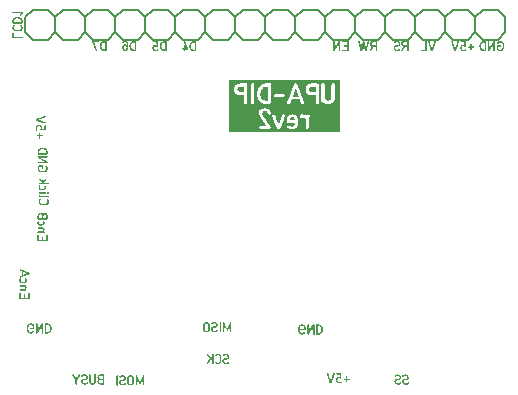
<source format=gbo>
G04*
G04 #@! TF.GenerationSoftware,Altium Limited,Altium Designer,21.6.4 (81)*
G04*
G04 Layer_Color=32896*
%FSLAX44Y44*%
%MOMM*%
G71*
G04*
G04 #@! TF.SameCoordinates,7F9A9F05-399A-4D2C-B47D-499A60B7A3A6*
G04*
G04*
G04 #@! TF.FilePolarity,Positive*
G04*
G01*
G75*
%ADD12C,0.1270*%
G36*
X234803Y59822D02*
X235164Y59766D01*
X235483Y59669D01*
X235760Y59558D01*
X235871Y59517D01*
X235982Y59461D01*
X236065Y59406D01*
X236148Y59364D01*
X236204Y59336D01*
X236245Y59309D01*
X236273Y59281D01*
X236287D01*
X236481Y59073D01*
X236647Y58851D01*
X236800Y58615D01*
X236925Y58366D01*
X237022Y58102D01*
X237105Y57853D01*
X237174Y57603D01*
X237230Y57353D01*
X237272Y57117D01*
X237299Y56895D01*
X237327Y56701D01*
Y56521D01*
X237341Y56382D01*
Y56285D01*
Y56216D01*
Y56188D01*
Y55606D01*
X237327Y55495D01*
X237313Y55412D01*
X237244Y55259D01*
X237202Y55204D01*
X237174Y55148D01*
X237161Y55134D01*
X237147Y55120D01*
X237064Y55065D01*
X236966Y55009D01*
X236772Y54968D01*
X236675Y54954D01*
X236606Y54940D01*
X234151D01*
X233985Y54996D01*
X233860Y55079D01*
X233763Y55176D01*
X233707Y55273D01*
X233680Y55370D01*
X233652Y55453D01*
Y55509D01*
Y55536D01*
X233666Y55703D01*
X233721Y55841D01*
X233791Y55953D01*
X233874Y56050D01*
X233957Y56105D01*
X234026Y56160D01*
X234082Y56174D01*
X234096Y56188D01*
X236093D01*
X236107Y56438D01*
X236093Y56674D01*
X236065Y56909D01*
X236023Y57117D01*
X235982Y57284D01*
X235954Y57422D01*
X235940Y57478D01*
X235926Y57520D01*
X235912Y57533D01*
Y57547D01*
X235843Y57714D01*
X235746Y57853D01*
X235649Y57977D01*
X235538Y58088D01*
X235413Y58185D01*
X235302Y58268D01*
X235053Y58393D01*
X234831Y58477D01*
X234734Y58504D01*
X234650Y58532D01*
X234567Y58546D01*
X234512Y58560D01*
X234470D01*
X234318Y58574D01*
X234165D01*
X233999Y58546D01*
X233860Y58518D01*
X233569Y58435D01*
X233305Y58324D01*
X233083Y58213D01*
X232986Y58158D01*
X232917Y58102D01*
X232848Y58060D01*
X232806Y58033D01*
X232778Y58019D01*
X232764Y58005D01*
X232653Y57880D01*
X232570Y57741D01*
X232487Y57589D01*
X232432Y57436D01*
X232334Y57117D01*
X232279Y56799D01*
X232237Y56507D01*
Y56382D01*
Y56285D01*
Y56188D01*
Y56119D01*
Y56077D01*
Y56063D01*
Y54815D01*
X232251Y54496D01*
X232293Y54219D01*
X232376Y53955D01*
X232459Y53734D01*
X232570Y53526D01*
X232695Y53345D01*
X232820Y53179D01*
X232959Y53040D01*
X233083Y52929D01*
X233208Y52832D01*
X233333Y52749D01*
X233444Y52680D01*
X233541Y52638D01*
X233610Y52610D01*
X233652Y52583D01*
X233666D01*
X233902Y52541D01*
X234110Y52513D01*
X234318Y52527D01*
X234498Y52555D01*
X234678Y52596D01*
X234831Y52652D01*
X234969Y52721D01*
X235094Y52790D01*
X235205Y52860D01*
X235302Y52943D01*
X235385Y53012D01*
X235455Y53082D01*
X235496Y53151D01*
X235538Y53193D01*
X235566Y53220D01*
Y53234D01*
X235621Y53345D01*
X235691Y53428D01*
X235760Y53498D01*
X235829Y53567D01*
X235996Y53636D01*
X236148Y53678D01*
X236412D01*
X236495Y53664D01*
X236509Y53650D01*
X236523D01*
X236634Y53567D01*
X236703Y53470D01*
X236772Y53373D01*
X236814Y53262D01*
X236828Y53137D01*
X236842Y53026D01*
X236828Y52804D01*
X236786Y52596D01*
X236731Y52416D01*
X236703Y52361D01*
X236675Y52305D01*
X236661Y52277D01*
Y52263D01*
X236523Y52069D01*
X236370Y51889D01*
X236190Y51750D01*
X235996Y51612D01*
X235802Y51501D01*
X235607Y51404D01*
X235413Y51334D01*
X235219Y51265D01*
X235025Y51210D01*
X234858Y51168D01*
X234692Y51140D01*
X234553Y51126D01*
X234442Y51112D01*
X234345Y51099D01*
X234276D01*
X233971Y51126D01*
X233694Y51168D01*
X233416Y51223D01*
X233180Y51293D01*
X232945Y51376D01*
X232723Y51487D01*
X232529Y51598D01*
X232348Y51723D01*
X232182Y51847D01*
X232029Y52000D01*
X231752Y52305D01*
X231530Y52624D01*
X231364Y52957D01*
X231225Y53276D01*
X231114Y53595D01*
X231045Y53900D01*
X231003Y54163D01*
X230975Y54385D01*
X230961Y54482D01*
X230948Y54552D01*
Y54621D01*
Y54663D01*
Y54690D01*
Y54704D01*
Y56091D01*
Y56424D01*
X230975Y56743D01*
X231017Y57034D01*
X231072Y57312D01*
X231142Y57575D01*
X231225Y57811D01*
X231336Y58033D01*
X231447Y58241D01*
X231572Y58421D01*
X231710Y58601D01*
X231849Y58754D01*
X232002Y58906D01*
X232307Y59156D01*
X232640Y59350D01*
X232959Y59517D01*
X233277Y59628D01*
X233583Y59725D01*
X233846Y59780D01*
X234068Y59822D01*
X234165Y59836D01*
X234248D01*
X234318Y59850D01*
X234401D01*
X234803Y59822D01*
D02*
G37*
G36*
X248200Y59836D02*
X248547Y59808D01*
X248879Y59752D01*
X249171Y59683D01*
X249462Y59586D01*
X249725Y59489D01*
X249961Y59364D01*
X250197Y59225D01*
X250405Y59087D01*
X250585Y58920D01*
X250765Y58754D01*
X250918Y58587D01*
X251057Y58393D01*
X251196Y58213D01*
X251306Y58019D01*
X251501Y57631D01*
X251653Y57256D01*
X251764Y56882D01*
X251833Y56535D01*
X251889Y56230D01*
X251903Y56105D01*
X251917Y55980D01*
Y55869D01*
X251931Y55772D01*
Y55703D01*
Y55647D01*
Y55620D01*
Y55606D01*
Y55231D01*
X251903Y54871D01*
X251861Y54524D01*
X251806Y54219D01*
X251723Y53914D01*
X251625Y53636D01*
X251514Y53387D01*
X251390Y53137D01*
X251251Y52915D01*
X251098Y52707D01*
X250946Y52527D01*
X250779Y52347D01*
X250613Y52194D01*
X250433Y52042D01*
X250072Y51792D01*
X249711Y51598D01*
X249365Y51431D01*
X249032Y51307D01*
X248741Y51223D01*
X248616Y51196D01*
X248491Y51168D01*
X248394Y51154D01*
X248297Y51140D01*
X248228Y51126D01*
X248172Y51112D01*
X246785D01*
X246688Y51126D01*
X246591Y51140D01*
X246453Y51210D01*
X246397Y51251D01*
X246355Y51293D01*
X246328Y51307D01*
X246314Y51320D01*
X246244Y51390D01*
X246189Y51473D01*
X246161Y51556D01*
X246133Y51639D01*
X246120Y51709D01*
X246106Y51750D01*
Y51792D01*
Y51806D01*
Y59156D01*
X246120Y59267D01*
X246133Y59350D01*
X246217Y59503D01*
X246244Y59558D01*
X246286Y59600D01*
X246300Y59628D01*
X246314Y59641D01*
X246397Y59711D01*
X246466Y59766D01*
X246549Y59794D01*
X246619Y59822D01*
X246688Y59836D01*
X246744Y59850D01*
X246785D01*
X248200Y59836D01*
D02*
G37*
G36*
X239421Y59850D02*
X239532Y59836D01*
X239629Y59808D01*
X239712Y59780D01*
X239782Y59752D01*
X239823Y59725D01*
X239851Y59697D01*
X239865D01*
X239934Y59628D01*
X239976Y59558D01*
X240031Y59420D01*
X240045Y59364D01*
X240059Y59309D01*
Y59281D01*
Y59267D01*
X240073Y53775D01*
X243013Y59198D01*
X243082Y59309D01*
X243152Y59406D01*
X243318Y59572D01*
X243485Y59683D01*
X243665Y59766D01*
X243831Y59808D01*
X243970Y59836D01*
X244025Y59850D01*
X244095D01*
X244233Y59836D01*
X244358Y59822D01*
X244469Y59794D01*
X244552Y59766D01*
X244608Y59739D01*
X244663Y59725D01*
X244677Y59697D01*
X244691D01*
X244788Y59628D01*
X244844Y59558D01*
X244899Y59475D01*
X244927Y59392D01*
X244941Y59309D01*
X244955Y59253D01*
Y59212D01*
Y59198D01*
X244968Y51736D01*
X244955Y51639D01*
X244941Y51556D01*
X244872Y51417D01*
X244830Y51362D01*
X244788Y51320D01*
X244774Y51307D01*
X244760Y51293D01*
X244705Y51223D01*
X244636Y51182D01*
X244552Y51154D01*
X244469Y51126D01*
X244386Y51112D01*
X244261D01*
X244136Y51126D01*
X244039Y51140D01*
X243970Y51168D01*
X243901Y51196D01*
X243859Y51237D01*
X243831Y51265D01*
X243804Y51279D01*
Y51293D01*
X243734Y51362D01*
X243679Y51431D01*
X243651Y51515D01*
X243623Y51584D01*
X243609Y51639D01*
X243596Y51695D01*
Y51723D01*
Y51736D01*
Y57866D01*
X240434Y51847D01*
X240378Y51723D01*
X240309Y51612D01*
X240239Y51529D01*
X240156Y51445D01*
X240004Y51320D01*
X239851Y51237D01*
X239699Y51182D01*
X239588Y51154D01*
X239504Y51140D01*
X239338D01*
X239213Y51154D01*
X239102Y51196D01*
X239019Y51223D01*
X238950Y51265D01*
X238908Y51293D01*
X238880Y51320D01*
X238867Y51334D01*
X238811Y51390D01*
X238783Y51445D01*
X238728Y51598D01*
X238714Y51681D01*
X238700Y51736D01*
Y51778D01*
Y51792D01*
Y59225D01*
X238714Y59336D01*
X238728Y59433D01*
X238755Y59503D01*
X238783Y59572D01*
X238811Y59628D01*
X238839Y59669D01*
X238867Y59683D01*
Y59697D01*
X239033Y59780D01*
X239172Y59836D01*
X239213Y59850D01*
X239255Y59863D01*
X239296D01*
X239421Y59850D01*
D02*
G37*
G36*
X322189Y17398D02*
X322591Y17328D01*
X322771Y17273D01*
X322938Y17217D01*
X323091Y17162D01*
X323229Y17106D01*
X323340Y17037D01*
X323451Y16982D01*
X323548Y16926D01*
X323618Y16871D01*
X323673Y16829D01*
X323715Y16801D01*
X323742Y16788D01*
X323756Y16774D01*
X323895Y16635D01*
X324020Y16482D01*
X324117Y16330D01*
X324214Y16163D01*
X324283Y15997D01*
X324339Y15831D01*
X324436Y15512D01*
X324491Y15220D01*
X324505Y15096D01*
Y14985D01*
X324519Y14887D01*
Y14818D01*
Y14777D01*
Y14763D01*
X324505Y14458D01*
X324450Y14194D01*
X324366Y13958D01*
X324283Y13750D01*
X324186Y13584D01*
X324117Y13459D01*
X324061Y13390D01*
X324034Y13362D01*
X323909Y13237D01*
X323784Y13112D01*
X323507Y12918D01*
X323201Y12780D01*
X322924Y12682D01*
X322674Y12613D01*
X322564Y12585D01*
X322466Y12572D01*
X322383Y12558D01*
X322328Y12544D01*
X322272D01*
X321995Y12530D01*
X321759D01*
X321537Y12502D01*
X321343Y12488D01*
X321190Y12461D01*
X321038Y12447D01*
X320927Y12419D01*
X320816Y12391D01*
X320733Y12364D01*
X320677Y12336D01*
X320622Y12308D01*
X320580Y12294D01*
X320539Y12266D01*
X320525Y12253D01*
X320400Y12128D01*
X320317Y11989D01*
X320261Y11837D01*
X320220Y11684D01*
X320192Y11545D01*
Y11434D01*
Y11351D01*
Y11337D01*
Y11323D01*
X320220Y11115D01*
X320289Y10921D01*
X320372Y10741D01*
X320469Y10602D01*
X320566Y10477D01*
X320650Y10394D01*
X320705Y10325D01*
X320733Y10311D01*
X320899Y10200D01*
X321066Y10117D01*
X321246Y10061D01*
X321412Y10006D01*
X321565Y9978D01*
X321676Y9964D01*
X321759Y9950D01*
X322023D01*
X322258Y9978D01*
X322453Y10020D01*
X322633Y10061D01*
X322771Y10103D01*
X322882Y10145D01*
X322952Y10172D01*
X322980Y10186D01*
X323201Y10311D01*
X323285Y10366D01*
X323368Y10436D01*
X323437Y10491D01*
X323479Y10533D01*
X323507Y10561D01*
X323520Y10575D01*
X323618Y10658D01*
X323715Y10713D01*
X323812Y10741D01*
X323895Y10755D01*
X323964Y10769D01*
X324020D01*
X324047Y10755D01*
X324061D01*
X324228Y10699D01*
X324366Y10616D01*
X324450Y10547D01*
X324464Y10533D01*
X324477Y10519D01*
X324561Y10394D01*
X324602Y10269D01*
X324630Y10158D01*
X324644Y10061D01*
Y9964D01*
X324630Y9895D01*
X324616Y9853D01*
Y9840D01*
X324547Y9701D01*
X324450Y9576D01*
X324339Y9465D01*
X324242Y9368D01*
X324145Y9285D01*
X324061Y9229D01*
X324006Y9188D01*
X323992Y9174D01*
X323825Y9077D01*
X323687Y9007D01*
X323562Y8938D01*
X323437Y8896D01*
X323354Y8869D01*
X323285Y8841D01*
X323243Y8827D01*
X323229D01*
X322980Y8785D01*
X322730Y8758D01*
X322480Y8730D01*
X322244Y8716D01*
X321745D01*
X321510Y8730D01*
X321288Y8758D01*
X320885Y8855D01*
X320719Y8910D01*
X320553Y8966D01*
X320400Y9035D01*
X320261Y9104D01*
X320136Y9160D01*
X320039Y9229D01*
X319942Y9285D01*
X319873Y9326D01*
X319804Y9382D01*
X319762Y9409D01*
X319748Y9423D01*
X319734Y9437D01*
X319596Y9576D01*
X319471Y9715D01*
X319374Y9867D01*
X319277Y10020D01*
X319124Y10339D01*
X319013Y10630D01*
X318958Y10907D01*
X318930Y11018D01*
X318916Y11129D01*
X318902Y11212D01*
X318888Y11268D01*
Y11309D01*
Y11323D01*
Y11587D01*
X318916Y11837D01*
X318958Y12045D01*
X318999Y12253D01*
X319055Y12433D01*
X319124Y12599D01*
X319193Y12738D01*
X319263Y12863D01*
X319332Y12974D01*
X319401Y13057D01*
X319471Y13126D01*
X319526Y13196D01*
X319582Y13237D01*
X319623Y13265D01*
X319637Y13293D01*
X319651D01*
X319887Y13445D01*
X320164Y13542D01*
X320442Y13626D01*
X320719Y13681D01*
X320983Y13709D01*
X321080D01*
X321177Y13723D01*
X321967D01*
X322120Y13736D01*
X322258Y13750D01*
X322383Y13778D01*
X322494Y13792D01*
X322591Y13820D01*
X322674Y13847D01*
X322730Y13861D01*
X322827Y13903D01*
X322882Y13931D01*
X322896Y13944D01*
X323007Y14042D01*
X323091Y14166D01*
X323160Y14305D01*
X323215Y14458D01*
X323257Y14596D01*
X323285Y14721D01*
X323312Y14804D01*
Y14818D01*
Y14832D01*
X323298Y15026D01*
X323257Y15207D01*
X323201Y15373D01*
X323146Y15512D01*
X323077Y15623D01*
X323021Y15720D01*
X322980Y15775D01*
X322966Y15789D01*
X322785Y15928D01*
X322591Y16025D01*
X322383Y16108D01*
X322175Y16163D01*
X321995Y16205D01*
X321842Y16219D01*
X321787Y16233D01*
X321454D01*
X321232Y16205D01*
X321038Y16177D01*
X320872Y16136D01*
X320747Y16094D01*
X320650Y16066D01*
X320594Y16039D01*
X320580Y16025D01*
X320386Y15872D01*
X320234Y15720D01*
X320178Y15664D01*
X320123Y15609D01*
X320109Y15581D01*
X320095Y15567D01*
X320026Y15498D01*
X319956Y15442D01*
X319873Y15401D01*
X319790Y15373D01*
X319720Y15359D01*
X319665Y15345D01*
X319610D01*
X319513Y15359D01*
X319415Y15373D01*
X319249Y15456D01*
X319193Y15484D01*
X319152Y15525D01*
X319124Y15539D01*
X319110Y15553D01*
X319055Y15678D01*
X319013Y15803D01*
X318999Y15928D01*
Y16053D01*
Y16150D01*
X319013Y16233D01*
X319027Y16288D01*
Y16302D01*
X319124Y16455D01*
X319221Y16593D01*
X319346Y16718D01*
X319443Y16815D01*
X319554Y16898D01*
X319637Y16954D01*
X319693Y16982D01*
X319707Y16996D01*
X319831Y17065D01*
X319984Y17134D01*
X320303Y17245D01*
X320636Y17314D01*
X320969Y17370D01*
X321274Y17398D01*
X321399Y17412D01*
X321523Y17426D01*
X321981D01*
X322189Y17398D01*
D02*
G37*
G36*
X315754D02*
X316156Y17328D01*
X316337Y17273D01*
X316503Y17217D01*
X316656Y17162D01*
X316794Y17106D01*
X316905Y17037D01*
X317016Y16982D01*
X317113Y16926D01*
X317183Y16871D01*
X317238Y16829D01*
X317280Y16801D01*
X317307Y16788D01*
X317321Y16774D01*
X317460Y16635D01*
X317585Y16482D01*
X317682Y16330D01*
X317779Y16163D01*
X317848Y15997D01*
X317904Y15831D01*
X318001Y15512D01*
X318056Y15220D01*
X318070Y15096D01*
Y14985D01*
X318084Y14887D01*
Y14818D01*
Y14777D01*
Y14763D01*
X318070Y14458D01*
X318015Y14194D01*
X317931Y13958D01*
X317848Y13750D01*
X317751Y13584D01*
X317682Y13459D01*
X317626Y13390D01*
X317599Y13362D01*
X317474Y13237D01*
X317349Y13112D01*
X317072Y12918D01*
X316766Y12780D01*
X316489Y12682D01*
X316239Y12613D01*
X316129Y12585D01*
X316031Y12572D01*
X315948Y12558D01*
X315893Y12544D01*
X315837D01*
X315560Y12530D01*
X315324D01*
X315102Y12502D01*
X314908Y12488D01*
X314756Y12461D01*
X314603Y12447D01*
X314492Y12419D01*
X314381Y12391D01*
X314298Y12364D01*
X314242Y12336D01*
X314187Y12308D01*
X314145Y12294D01*
X314104Y12266D01*
X314090Y12253D01*
X313965Y12128D01*
X313882Y11989D01*
X313826Y11837D01*
X313785Y11684D01*
X313757Y11545D01*
Y11434D01*
Y11351D01*
Y11337D01*
Y11323D01*
X313785Y11115D01*
X313854Y10921D01*
X313937Y10741D01*
X314034Y10602D01*
X314132Y10477D01*
X314215Y10394D01*
X314270Y10325D01*
X314298Y10311D01*
X314464Y10200D01*
X314631Y10117D01*
X314811Y10061D01*
X314977Y10006D01*
X315130Y9978D01*
X315241Y9964D01*
X315324Y9950D01*
X315588D01*
X315823Y9978D01*
X316018Y10020D01*
X316198Y10061D01*
X316337Y10103D01*
X316448Y10145D01*
X316517Y10172D01*
X316545Y10186D01*
X316766Y10311D01*
X316850Y10366D01*
X316933Y10436D01*
X317002Y10491D01*
X317044Y10533D01*
X317072Y10561D01*
X317085Y10575D01*
X317183Y10658D01*
X317280Y10713D01*
X317377Y10741D01*
X317460Y10755D01*
X317529Y10769D01*
X317585D01*
X317612Y10755D01*
X317626D01*
X317793Y10699D01*
X317931Y10616D01*
X318015Y10547D01*
X318029Y10533D01*
X318042Y10519D01*
X318126Y10394D01*
X318167Y10269D01*
X318195Y10158D01*
X318209Y10061D01*
Y9964D01*
X318195Y9895D01*
X318181Y9853D01*
Y9840D01*
X318112Y9701D01*
X318015Y9576D01*
X317904Y9465D01*
X317807Y9368D01*
X317710Y9285D01*
X317626Y9229D01*
X317571Y9188D01*
X317557Y9174D01*
X317391Y9077D01*
X317252Y9007D01*
X317127Y8938D01*
X317002Y8896D01*
X316919Y8869D01*
X316850Y8841D01*
X316808Y8827D01*
X316794D01*
X316545Y8785D01*
X316295Y8758D01*
X316045Y8730D01*
X315810Y8716D01*
X315310D01*
X315075Y8730D01*
X314853Y8758D01*
X314450Y8855D01*
X314284Y8910D01*
X314118Y8966D01*
X313965Y9035D01*
X313826Y9104D01*
X313702Y9160D01*
X313605Y9229D01*
X313507Y9285D01*
X313438Y9326D01*
X313369Y9382D01*
X313327Y9409D01*
X313313Y9423D01*
X313299Y9437D01*
X313161Y9576D01*
X313036Y9715D01*
X312939Y9867D01*
X312842Y10020D01*
X312689Y10339D01*
X312578Y10630D01*
X312523Y10907D01*
X312495Y11018D01*
X312481Y11129D01*
X312467Y11212D01*
X312453Y11268D01*
Y11309D01*
Y11323D01*
Y11587D01*
X312481Y11837D01*
X312523Y12045D01*
X312564Y12253D01*
X312620Y12433D01*
X312689Y12599D01*
X312759Y12738D01*
X312828Y12863D01*
X312897Y12974D01*
X312967Y13057D01*
X313036Y13126D01*
X313091Y13196D01*
X313147Y13237D01*
X313188Y13265D01*
X313202Y13293D01*
X313216D01*
X313452Y13445D01*
X313729Y13542D01*
X314007Y13626D01*
X314284Y13681D01*
X314548Y13709D01*
X314645D01*
X314742Y13723D01*
X315532D01*
X315685Y13736D01*
X315823Y13750D01*
X315948Y13778D01*
X316059Y13792D01*
X316156Y13820D01*
X316239Y13847D01*
X316295Y13861D01*
X316392Y13903D01*
X316448Y13931D01*
X316461Y13944D01*
X316572Y14042D01*
X316656Y14166D01*
X316725Y14305D01*
X316780Y14458D01*
X316822Y14596D01*
X316850Y14721D01*
X316877Y14804D01*
Y14818D01*
Y14832D01*
X316864Y15026D01*
X316822Y15207D01*
X316766Y15373D01*
X316711Y15512D01*
X316642Y15623D01*
X316586Y15720D01*
X316545Y15775D01*
X316531Y15789D01*
X316350Y15928D01*
X316156Y16025D01*
X315948Y16108D01*
X315740Y16163D01*
X315560Y16205D01*
X315407Y16219D01*
X315352Y16233D01*
X315019D01*
X314797Y16205D01*
X314603Y16177D01*
X314437Y16136D01*
X314312Y16094D01*
X314215Y16066D01*
X314159Y16039D01*
X314145Y16025D01*
X313951Y15872D01*
X313799Y15720D01*
X313743Y15664D01*
X313688Y15609D01*
X313674Y15581D01*
X313660Y15567D01*
X313591Y15498D01*
X313521Y15442D01*
X313438Y15401D01*
X313355Y15373D01*
X313286Y15359D01*
X313230Y15345D01*
X313175D01*
X313078Y15359D01*
X312980Y15373D01*
X312814Y15456D01*
X312759Y15484D01*
X312717Y15525D01*
X312689Y15539D01*
X312675Y15553D01*
X312620Y15678D01*
X312578Y15803D01*
X312564Y15928D01*
Y16053D01*
Y16150D01*
X312578Y16233D01*
X312592Y16288D01*
Y16302D01*
X312689Y16455D01*
X312786Y16593D01*
X312911Y16718D01*
X313008Y16815D01*
X313119Y16898D01*
X313202Y16954D01*
X313258Y16982D01*
X313272Y16996D01*
X313396Y17065D01*
X313549Y17134D01*
X313868Y17245D01*
X314201Y17314D01*
X314534Y17370D01*
X314839Y17398D01*
X314964Y17412D01*
X315088Y17426D01*
X315546D01*
X315754Y17398D01*
D02*
G37*
G36*
X135098Y299827D02*
X135154Y299813D01*
X135182Y299799D01*
X135196D01*
X135279Y299758D01*
X135348Y299702D01*
X135390Y299633D01*
X135417Y299564D01*
X135445Y299508D01*
X135459Y299453D01*
Y299425D01*
Y299411D01*
X137775Y293503D01*
X137844Y293434D01*
X137886Y293365D01*
X137942Y293254D01*
X137969Y293184D01*
Y293157D01*
X137955Y293046D01*
X137942Y292948D01*
X137914Y292865D01*
X137872Y292796D01*
X137844Y292740D01*
X137817Y292699D01*
X137803Y292685D01*
X137789Y292671D01*
X137720Y292602D01*
X137650Y292560D01*
X137512Y292505D01*
X137442Y292491D01*
X137401Y292477D01*
X137359D01*
X135043Y292491D01*
Y291867D01*
X135029Y291756D01*
X135015Y291659D01*
X134946Y291506D01*
X134904Y291437D01*
X134877Y291395D01*
X134863Y291367D01*
X134849Y291354D01*
X134780Y291284D01*
X134696Y291229D01*
X134613Y291201D01*
X134544Y291173D01*
X134488Y291159D01*
X134433Y291146D01*
X134350D01*
X134294Y291173D01*
X134197Y291243D01*
X134114Y291312D01*
X134100Y291326D01*
X134086Y291340D01*
X134017Y291423D01*
X133975Y291506D01*
X133920Y291673D01*
X133906Y291742D01*
X133892Y291797D01*
Y291839D01*
Y291853D01*
Y292477D01*
X133434D01*
X133337Y292491D01*
X133254Y292505D01*
X133115Y292588D01*
X133060Y292616D01*
X133018Y292657D01*
X133004Y292671D01*
X132991Y292685D01*
X132935Y292754D01*
X132879Y292838D01*
X132838Y292990D01*
X132824Y293059D01*
X132810Y293115D01*
Y293143D01*
Y293157D01*
X132824Y293254D01*
X132838Y293351D01*
X132893Y293503D01*
X132935Y293559D01*
X132963Y293600D01*
X132977Y293614D01*
X132991Y293628D01*
X133060Y293697D01*
X133129Y293753D01*
X133212Y293781D01*
X133282Y293808D01*
X133337Y293822D01*
X133393Y293836D01*
X133892D01*
Y295237D01*
X133906Y295348D01*
X133920Y295445D01*
X133947Y295528D01*
X133989Y295597D01*
X134031Y295653D01*
X134058Y295708D01*
X134072Y295722D01*
X134086Y295736D01*
X134155Y295805D01*
X134211Y295861D01*
X134266Y295889D01*
X134308Y295916D01*
X134363Y295944D01*
X134391D01*
X134488Y295930D01*
X134572Y295916D01*
X134724Y295847D01*
X134780Y295805D01*
X134807Y295778D01*
X134835Y295764D01*
X134849Y295750D01*
X134918Y295667D01*
X134960Y295583D01*
X135015Y295417D01*
X135029Y295348D01*
X135043Y295306D01*
Y295264D01*
Y295251D01*
Y293850D01*
X136305Y293836D01*
X134336Y298829D01*
X134308Y298940D01*
X134294Y299037D01*
Y299217D01*
X134308Y299300D01*
X134322Y299356D01*
X134336Y299383D01*
Y299397D01*
X134377Y299494D01*
X134433Y299578D01*
X134488Y299647D01*
X134544Y299702D01*
X134599Y299744D01*
X134641Y299772D01*
X134669Y299799D01*
X134682D01*
X134780Y299827D01*
X134877Y299841D01*
X135043D01*
X135098Y299827D01*
D02*
G37*
G36*
X144002Y299855D02*
X144099Y299841D01*
X144238Y299772D01*
X144293Y299730D01*
X144335Y299688D01*
X144363Y299675D01*
X144376Y299661D01*
X144446Y299591D01*
X144501Y299508D01*
X144529Y299425D01*
X144557Y299342D01*
X144571Y299272D01*
X144584Y299231D01*
Y299189D01*
Y299175D01*
Y291825D01*
X144571Y291714D01*
X144557Y291631D01*
X144473Y291478D01*
X144446Y291423D01*
X144404Y291381D01*
X144390Y291354D01*
X144376Y291340D01*
X144293Y291270D01*
X144224Y291215D01*
X144141Y291187D01*
X144071Y291159D01*
X144002Y291146D01*
X143947Y291132D01*
X143905D01*
X142490Y291146D01*
X142144Y291173D01*
X141811Y291229D01*
X141519Y291298D01*
X141228Y291395D01*
X140965Y291492D01*
X140729Y291617D01*
X140493Y291756D01*
X140285Y291894D01*
X140105Y292061D01*
X139925Y292227D01*
X139772Y292394D01*
X139633Y292588D01*
X139495Y292768D01*
X139384Y292962D01*
X139190Y293351D01*
X139037Y293725D01*
X138926Y294100D01*
X138857Y294446D01*
X138801Y294751D01*
X138787Y294876D01*
X138774Y295001D01*
Y295112D01*
X138760Y295209D01*
Y295278D01*
Y295334D01*
Y295362D01*
Y295375D01*
Y295750D01*
X138787Y296110D01*
X138829Y296457D01*
X138884Y296762D01*
X138968Y297067D01*
X139065Y297345D01*
X139176Y297594D01*
X139301Y297844D01*
X139439Y298066D01*
X139592Y298274D01*
X139744Y298454D01*
X139911Y298634D01*
X140077Y298787D01*
X140258Y298940D01*
X140618Y299189D01*
X140979Y299383D01*
X141325Y299550D01*
X141658Y299675D01*
X141949Y299758D01*
X142074Y299786D01*
X142199Y299813D01*
X142296Y299827D01*
X142393Y299841D01*
X142463Y299855D01*
X142518Y299869D01*
X143905D01*
X144002Y299855D01*
D02*
G37*
G36*
X314948Y299869D02*
X315350Y299799D01*
X315530Y299744D01*
X315697Y299688D01*
X315849Y299633D01*
X315988Y299578D01*
X316099Y299508D01*
X316210Y299453D01*
X316307Y299397D01*
X316376Y299342D01*
X316432Y299300D01*
X316474Y299272D01*
X316501Y299259D01*
X316515Y299245D01*
X316654Y299106D01*
X316779Y298953D01*
X316876Y298801D01*
X316973Y298634D01*
X317042Y298468D01*
X317098Y298302D01*
X317195Y297983D01*
X317250Y297691D01*
X317264Y297567D01*
Y297456D01*
X317278Y297359D01*
Y297289D01*
Y297248D01*
Y297234D01*
X317264Y296929D01*
X317208Y296665D01*
X317125Y296429D01*
X317042Y296221D01*
X316945Y296055D01*
X316876Y295930D01*
X316820Y295861D01*
X316793Y295833D01*
X316668Y295708D01*
X316543Y295583D01*
X316266Y295389D01*
X315960Y295251D01*
X315683Y295154D01*
X315433Y295084D01*
X315322Y295056D01*
X315225Y295043D01*
X315142Y295029D01*
X315087Y295015D01*
X315031D01*
X314754Y295001D01*
X314518D01*
X314296Y294973D01*
X314102Y294959D01*
X313950Y294932D01*
X313797Y294918D01*
X313686Y294890D01*
X313575Y294862D01*
X313492Y294835D01*
X313436Y294807D01*
X313381Y294779D01*
X313339Y294765D01*
X313298Y294737D01*
X313284Y294724D01*
X313159Y294599D01*
X313076Y294460D01*
X313020Y294308D01*
X312979Y294155D01*
X312951Y294016D01*
Y293905D01*
Y293822D01*
Y293808D01*
Y293794D01*
X312979Y293586D01*
X313048Y293392D01*
X313131Y293212D01*
X313228Y293073D01*
X313325Y292948D01*
X313409Y292865D01*
X313464Y292796D01*
X313492Y292782D01*
X313658Y292671D01*
X313825Y292588D01*
X314005Y292532D01*
X314171Y292477D01*
X314324Y292449D01*
X314435Y292435D01*
X314518Y292421D01*
X314782D01*
X315017Y292449D01*
X315212Y292491D01*
X315392Y292532D01*
X315530Y292574D01*
X315641Y292616D01*
X315711Y292643D01*
X315739Y292657D01*
X315960Y292782D01*
X316044Y292838D01*
X316127Y292907D01*
X316196Y292962D01*
X316238Y293004D01*
X316266Y293032D01*
X316279Y293046D01*
X316376Y293129D01*
X316474Y293184D01*
X316571Y293212D01*
X316654Y293226D01*
X316723Y293240D01*
X316779D01*
X316806Y293226D01*
X316820D01*
X316987Y293170D01*
X317125Y293087D01*
X317208Y293018D01*
X317222Y293004D01*
X317236Y292990D01*
X317320Y292865D01*
X317361Y292740D01*
X317389Y292630D01*
X317403Y292532D01*
Y292435D01*
X317389Y292366D01*
X317375Y292324D01*
Y292311D01*
X317306Y292172D01*
X317208Y292047D01*
X317098Y291936D01*
X317001Y291839D01*
X316903Y291756D01*
X316820Y291700D01*
X316765Y291659D01*
X316751Y291645D01*
X316584Y291548D01*
X316446Y291478D01*
X316321Y291409D01*
X316196Y291367D01*
X316113Y291340D01*
X316044Y291312D01*
X316002Y291298D01*
X315988D01*
X315739Y291257D01*
X315489Y291229D01*
X315239Y291201D01*
X315004Y291187D01*
X314504D01*
X314268Y291201D01*
X314046Y291229D01*
X313644Y291326D01*
X313478Y291381D01*
X313312Y291437D01*
X313159Y291506D01*
X313020Y291576D01*
X312896Y291631D01*
X312798Y291700D01*
X312701Y291756D01*
X312632Y291797D01*
X312563Y291853D01*
X312521Y291881D01*
X312507Y291894D01*
X312493Y291908D01*
X312355Y292047D01*
X312230Y292186D01*
X312133Y292338D01*
X312036Y292491D01*
X311883Y292810D01*
X311772Y293101D01*
X311717Y293378D01*
X311689Y293489D01*
X311675Y293600D01*
X311661Y293683D01*
X311647Y293739D01*
Y293781D01*
Y293794D01*
Y294058D01*
X311675Y294308D01*
X311717Y294516D01*
X311758Y294724D01*
X311814Y294904D01*
X311883Y295070D01*
X311952Y295209D01*
X312022Y295334D01*
X312091Y295445D01*
X312160Y295528D01*
X312230Y295597D01*
X312285Y295667D01*
X312341Y295708D01*
X312382Y295736D01*
X312396Y295764D01*
X312410D01*
X312646Y295916D01*
X312923Y296013D01*
X313201Y296097D01*
X313478Y296152D01*
X313741Y296180D01*
X313839D01*
X313936Y296194D01*
X314726D01*
X314879Y296208D01*
X315017Y296221D01*
X315142Y296249D01*
X315253Y296263D01*
X315350Y296291D01*
X315433Y296318D01*
X315489Y296332D01*
X315586Y296374D01*
X315641Y296402D01*
X315655Y296416D01*
X315766Y296513D01*
X315849Y296637D01*
X315919Y296776D01*
X315974Y296929D01*
X316016Y297067D01*
X316044Y297192D01*
X316071Y297275D01*
Y297289D01*
Y297303D01*
X316057Y297497D01*
X316016Y297678D01*
X315960Y297844D01*
X315905Y297983D01*
X315836Y298094D01*
X315780Y298191D01*
X315739Y298246D01*
X315725Y298260D01*
X315544Y298399D01*
X315350Y298496D01*
X315142Y298579D01*
X314934Y298634D01*
X314754Y298676D01*
X314601Y298690D01*
X314546Y298704D01*
X314213D01*
X313991Y298676D01*
X313797Y298648D01*
X313631Y298607D01*
X313506Y298565D01*
X313409Y298537D01*
X313353Y298510D01*
X313339Y298496D01*
X313145Y298343D01*
X312992Y298191D01*
X312937Y298135D01*
X312882Y298080D01*
X312868Y298052D01*
X312854Y298038D01*
X312785Y297969D01*
X312715Y297913D01*
X312632Y297872D01*
X312549Y297844D01*
X312479Y297830D01*
X312424Y297816D01*
X312369D01*
X312271Y297830D01*
X312174Y297844D01*
X312008Y297927D01*
X311952Y297955D01*
X311911Y297997D01*
X311883Y298010D01*
X311869Y298024D01*
X311814Y298149D01*
X311772Y298274D01*
X311758Y298399D01*
Y298524D01*
Y298621D01*
X311772Y298704D01*
X311786Y298759D01*
Y298773D01*
X311883Y298926D01*
X311980Y299064D01*
X312105Y299189D01*
X312202Y299286D01*
X312313Y299370D01*
X312396Y299425D01*
X312452Y299453D01*
X312465Y299467D01*
X312590Y299536D01*
X312743Y299605D01*
X313062Y299716D01*
X313395Y299786D01*
X313728Y299841D01*
X314033Y299869D01*
X314158Y299883D01*
X314282Y299897D01*
X314740D01*
X314948Y299869D01*
D02*
G37*
G36*
X323976Y299897D02*
X324059Y299883D01*
X324212Y299813D01*
X324268Y299772D01*
X324309Y299730D01*
X324337Y299716D01*
X324351Y299702D01*
X324420Y299633D01*
X324476Y299550D01*
X324503Y299467D01*
X324531Y299397D01*
X324545Y299328D01*
X324559Y299272D01*
Y299245D01*
Y299231D01*
Y291825D01*
X324545Y291728D01*
X324531Y291631D01*
X324448Y291492D01*
X324420Y291437D01*
X324379Y291395D01*
X324365Y291367D01*
X324351Y291354D01*
X324268Y291298D01*
X324184Y291257D01*
X324032Y291201D01*
X323976Y291187D01*
X323921Y291173D01*
X323879D01*
X323768Y291187D01*
X323685Y291201D01*
X323532Y291270D01*
X323477Y291298D01*
X323422Y291326D01*
X323408Y291340D01*
X323394Y291354D01*
X323325Y291437D01*
X323283Y291506D01*
X323227Y291659D01*
X323214Y291728D01*
X323200Y291784D01*
Y291811D01*
Y291825D01*
Y294724D01*
X321064D01*
X320703Y294086D01*
X320537Y293781D01*
X320384Y293489D01*
X320232Y293212D01*
X320079Y292948D01*
X319954Y292713D01*
X319830Y292477D01*
X319719Y292283D01*
X319608Y292103D01*
X319525Y291936D01*
X319455Y291811D01*
X319400Y291700D01*
X319358Y291631D01*
X319330Y291576D01*
X319317Y291562D01*
X319233Y291437D01*
X319136Y291340D01*
X319039Y291270D01*
X318942Y291229D01*
X318859Y291201D01*
X318790Y291173D01*
X318623D01*
X318512Y291201D01*
X318429Y291243D01*
X318346Y291284D01*
X318290Y291326D01*
X318249Y291354D01*
X318221Y291381D01*
X318207Y291395D01*
X318152Y291520D01*
X318124Y291659D01*
X318110Y291770D01*
X318124Y291881D01*
X318152Y291978D01*
X318165Y292047D01*
X318179Y292103D01*
X318193Y292116D01*
X318429Y292616D01*
X318692Y293101D01*
X318956Y293586D01*
X319081Y293808D01*
X319206Y294030D01*
X319317Y294224D01*
X319428Y294405D01*
X319525Y294571D01*
X319594Y294710D01*
X319663Y294821D01*
X319719Y294904D01*
X319746Y294959D01*
X319760Y294973D01*
X319469Y295084D01*
X319206Y295209D01*
X318984Y295375D01*
X318790Y295542D01*
X318623Y295736D01*
X318498Y295930D01*
X318387Y296124D01*
X318290Y296318D01*
X318221Y296513D01*
X318165Y296693D01*
X318124Y296859D01*
X318096Y297012D01*
X318082Y297137D01*
X318068Y297220D01*
Y297289D01*
Y297303D01*
Y297428D01*
X318082Y297664D01*
X318110Y297886D01*
X318152Y298080D01*
X318193Y298274D01*
X318249Y298440D01*
X318318Y298593D01*
X318374Y298732D01*
X318443Y298856D01*
X318512Y298967D01*
X318582Y299064D01*
X318637Y299134D01*
X318692Y299203D01*
X318734Y299245D01*
X318776Y299286D01*
X318790Y299314D01*
X318803D01*
X318956Y299425D01*
X319122Y299508D01*
X319469Y299661D01*
X319830Y299772D01*
X320176Y299841D01*
X320343Y299855D01*
X320495Y299883D01*
X320620Y299897D01*
X320745D01*
X320828Y299910D01*
X323879D01*
X323976Y299897D01*
D02*
G37*
G36*
X68284Y299904D02*
X68381Y299890D01*
X68520Y299820D01*
X68575Y299779D01*
X68617Y299737D01*
X68644Y299723D01*
X68658Y299709D01*
X68728Y299640D01*
X68783Y299557D01*
X68811Y299473D01*
X68839Y299390D01*
X68853Y299321D01*
X68866Y299279D01*
Y299238D01*
Y299224D01*
Y291874D01*
X68853Y291763D01*
X68839Y291679D01*
X68755Y291527D01*
X68728Y291472D01*
X68686Y291430D01*
X68672Y291402D01*
X68658Y291388D01*
X68575Y291319D01*
X68506Y291264D01*
X68423Y291236D01*
X68353Y291208D01*
X68284Y291194D01*
X68229Y291180D01*
X68187D01*
X66772Y291194D01*
X66426Y291222D01*
X66093Y291277D01*
X65802Y291347D01*
X65510Y291444D01*
X65247Y291541D01*
X65011Y291666D01*
X64775Y291804D01*
X64567Y291943D01*
X64387Y292109D01*
X64207Y292276D01*
X64054Y292442D01*
X63915Y292636D01*
X63777Y292817D01*
X63666Y293011D01*
X63472Y293399D01*
X63319Y293774D01*
X63208Y294148D01*
X63139Y294495D01*
X63083Y294800D01*
X63069Y294925D01*
X63056Y295049D01*
Y295161D01*
X63042Y295258D01*
Y295327D01*
Y295382D01*
Y295410D01*
Y295424D01*
Y295798D01*
X63069Y296159D01*
X63111Y296506D01*
X63166Y296811D01*
X63250Y297116D01*
X63347Y297393D01*
X63458Y297643D01*
X63583Y297892D01*
X63721Y298114D01*
X63874Y298323D01*
X64026Y298503D01*
X64193Y298683D01*
X64359Y298836D01*
X64539Y298988D01*
X64900Y299238D01*
X65261Y299432D01*
X65607Y299598D01*
X65940Y299723D01*
X66231Y299806D01*
X66356Y299834D01*
X66481Y299862D01*
X66578Y299876D01*
X66675Y299890D01*
X66745Y299904D01*
X66800Y299917D01*
X68187D01*
X68284Y299904D01*
D02*
G37*
G36*
X61516Y299806D02*
X61599Y299792D01*
X61752Y299723D01*
X61807Y299682D01*
X61835Y299654D01*
X61863Y299640D01*
X61877Y299626D01*
X61932Y299557D01*
X61974Y299473D01*
X62029Y299335D01*
X62043Y299265D01*
X62057Y299224D01*
Y299196D01*
Y299182D01*
X62043Y299085D01*
X62029Y299002D01*
X61960Y298850D01*
X61932Y298794D01*
X61905Y298766D01*
X61891Y298738D01*
X61877Y298725D01*
X61807Y298655D01*
X61724Y298614D01*
X61572Y298558D01*
X61516Y298544D01*
X61461Y298531D01*
X58077D01*
X60684Y291985D01*
X60712Y291887D01*
X60726Y291791D01*
X60712Y291624D01*
X60698Y291569D01*
X60684Y291513D01*
X60670Y291485D01*
Y291472D01*
X60629Y291388D01*
X60573Y291305D01*
X60504Y291250D01*
X60448Y291194D01*
X60393Y291166D01*
X60337Y291139D01*
X60310Y291125D01*
X60296D01*
X60199Y291097D01*
X60102Y291083D01*
X59935Y291097D01*
X59880Y291111D01*
X59824Y291125D01*
X59797Y291139D01*
X59783D01*
X59686Y291180D01*
X59616Y291236D01*
X59561Y291305D01*
X59505Y291360D01*
X59478Y291416D01*
X59450Y291458D01*
X59436Y291485D01*
Y291499D01*
X56593Y298808D01*
X56537Y298946D01*
X56524Y299071D01*
X56510Y299155D01*
Y299168D01*
Y299182D01*
X56524Y299279D01*
X56537Y299363D01*
X56607Y299501D01*
X56648Y299557D01*
X56676Y299598D01*
X56690Y299612D01*
X56704Y299626D01*
X56773Y299695D01*
X56842Y299737D01*
X56995Y299792D01*
X57051Y299806D01*
X57106Y299820D01*
X61419D01*
X61516Y299806D01*
D02*
G37*
G36*
X297478Y299890D02*
X297561Y299876D01*
X297714Y299806D01*
X297770Y299765D01*
X297811Y299723D01*
X297839Y299709D01*
X297853Y299695D01*
X297922Y299626D01*
X297978Y299543D01*
X298005Y299460D01*
X298033Y299390D01*
X298047Y299321D01*
X298061Y299265D01*
Y299238D01*
Y299224D01*
Y291818D01*
X298047Y291721D01*
X298033Y291624D01*
X297950Y291485D01*
X297922Y291430D01*
X297880Y291388D01*
X297866Y291360D01*
X297853Y291347D01*
X297770Y291291D01*
X297686Y291250D01*
X297534Y291194D01*
X297478Y291180D01*
X297423Y291166D01*
X297381D01*
X297270Y291180D01*
X297187Y291194D01*
X297034Y291264D01*
X296979Y291291D01*
X296924Y291319D01*
X296910Y291333D01*
X296896Y291347D01*
X296826Y291430D01*
X296785Y291499D01*
X296729Y291652D01*
X296716Y291721D01*
X296702Y291777D01*
Y291804D01*
Y291818D01*
Y294717D01*
X294566D01*
X294205Y294079D01*
X294039Y293774D01*
X293886Y293482D01*
X293734Y293205D01*
X293581Y292941D01*
X293456Y292706D01*
X293332Y292470D01*
X293221Y292276D01*
X293110Y292096D01*
X293027Y291929D01*
X292957Y291804D01*
X292902Y291693D01*
X292860Y291624D01*
X292832Y291569D01*
X292818Y291555D01*
X292735Y291430D01*
X292638Y291333D01*
X292541Y291264D01*
X292444Y291222D01*
X292361Y291194D01*
X292291Y291166D01*
X292125D01*
X292014Y291194D01*
X291931Y291236D01*
X291848Y291277D01*
X291792Y291319D01*
X291751Y291347D01*
X291723Y291374D01*
X291709Y291388D01*
X291653Y291513D01*
X291626Y291652D01*
X291612Y291763D01*
X291626Y291874D01*
X291653Y291971D01*
X291667Y292040D01*
X291681Y292096D01*
X291695Y292109D01*
X291931Y292609D01*
X292194Y293094D01*
X292458Y293580D01*
X292583Y293801D01*
X292708Y294023D01*
X292818Y294217D01*
X292929Y294398D01*
X293027Y294564D01*
X293096Y294703D01*
X293165Y294814D01*
X293221Y294897D01*
X293248Y294952D01*
X293262Y294966D01*
X292971Y295077D01*
X292708Y295202D01*
X292486Y295368D01*
X292291Y295535D01*
X292125Y295729D01*
X292000Y295923D01*
X291889Y296117D01*
X291792Y296311D01*
X291723Y296506D01*
X291667Y296686D01*
X291626Y296852D01*
X291598Y297005D01*
X291584Y297130D01*
X291570Y297213D01*
Y297282D01*
Y297296D01*
Y297421D01*
X291584Y297657D01*
X291612Y297879D01*
X291653Y298073D01*
X291695Y298267D01*
X291751Y298433D01*
X291820Y298586D01*
X291875Y298725D01*
X291945Y298850D01*
X292014Y298960D01*
X292083Y299058D01*
X292139Y299127D01*
X292194Y299196D01*
X292236Y299238D01*
X292278Y299279D01*
X292291Y299307D01*
X292305D01*
X292458Y299418D01*
X292624Y299501D01*
X292971Y299654D01*
X293332Y299765D01*
X293678Y299834D01*
X293845Y299848D01*
X293997Y299876D01*
X294122Y299890D01*
X294247D01*
X294330Y299904D01*
X297381D01*
X297478Y299890D01*
D02*
G37*
G36*
X282584Y299904D02*
X282625D01*
X282778Y299876D01*
X282889Y299806D01*
X282986Y299737D01*
X283069Y299654D01*
X283111Y299571D01*
X283152Y299501D01*
X283180Y299446D01*
Y299432D01*
X283402Y298558D01*
X283513Y298142D01*
X283624Y297726D01*
X283721Y297324D01*
X283832Y296950D01*
X283929Y296589D01*
X284012Y296256D01*
X284095Y295937D01*
X284178Y295660D01*
X284248Y295410D01*
X284303Y295202D01*
X284345Y295036D01*
X284387Y294911D01*
X284400Y294841D01*
X284414Y294814D01*
X284692Y295660D01*
X284816Y296076D01*
X284941Y296464D01*
X285066Y296838D01*
X285177Y297199D01*
X285274Y297532D01*
X285371Y297837D01*
X285454Y298114D01*
X285537Y298378D01*
X285607Y298600D01*
X285662Y298780D01*
X285704Y298933D01*
X285732Y299044D01*
X285746Y299099D01*
X285759Y299127D01*
X285801Y299265D01*
X285856Y299390D01*
X285912Y299487D01*
X285967Y299571D01*
X286078Y299709D01*
X286189Y299806D01*
X286286Y299862D01*
X286370Y299890D01*
X286425Y299904D01*
X286453D01*
X286550Y299890D01*
X286633Y299876D01*
X286702Y299834D01*
X286772Y299779D01*
X286897Y299654D01*
X286980Y299515D01*
X287049Y299363D01*
X287105Y299238D01*
X287118Y299182D01*
Y299141D01*
X287132Y299127D01*
Y299113D01*
X287327Y298323D01*
X287535Y297560D01*
X287632Y297199D01*
X287729Y296838D01*
X287826Y296506D01*
X287909Y296201D01*
X287992Y295909D01*
X288062Y295660D01*
X288131Y295424D01*
X288186Y295230D01*
X288228Y295077D01*
X288270Y294966D01*
X288284Y294897D01*
X288297Y294869D01*
X288547Y295701D01*
X288797Y296520D01*
X288908Y296908D01*
X289018Y297269D01*
X289129Y297629D01*
X289226Y297948D01*
X289324Y298253D01*
X289407Y298531D01*
X289476Y298766D01*
X289532Y298974D01*
X289587Y299141D01*
X289629Y299265D01*
X289643Y299335D01*
X289656Y299363D01*
X289740Y299543D01*
X289823Y299668D01*
X289920Y299765D01*
X290017Y299834D01*
X290114Y299876D01*
X290183Y299890D01*
X290239Y299904D01*
X290392D01*
X290530Y299876D01*
X290572Y299862D01*
X290613Y299848D01*
X290641Y299834D01*
X290655D01*
X290738Y299779D01*
X290807Y299709D01*
X290849Y299640D01*
X290891Y299585D01*
X290905Y299529D01*
X290919Y299473D01*
X290932Y299446D01*
Y299432D01*
X290946Y299279D01*
X290932Y299127D01*
Y299071D01*
X290919Y299016D01*
X290905Y298988D01*
Y298974D01*
X290697Y298323D01*
X290488Y297671D01*
X290100Y296381D01*
X289920Y295743D01*
X289753Y295119D01*
X289601Y294536D01*
X289448Y293982D01*
X289324Y293468D01*
X289213Y292997D01*
X289157Y292775D01*
X289102Y292581D01*
X289060Y292387D01*
X289018Y292220D01*
X288991Y292068D01*
X288949Y291929D01*
X288921Y291818D01*
X288908Y291721D01*
X288894Y291638D01*
X288880Y291582D01*
X288866Y291555D01*
Y291541D01*
X288811Y291416D01*
X288741Y291319D01*
X288658Y291264D01*
X288561Y291208D01*
X288464Y291180D01*
X288394Y291166D01*
X288325D01*
X288172Y291180D01*
X288034Y291222D01*
X287937Y291277D01*
X287854Y291347D01*
X287784Y291416D01*
X287743Y291472D01*
X287729Y291513D01*
X287715Y291527D01*
X287535Y292082D01*
X287382Y292581D01*
X287229Y293039D01*
X287091Y293441D01*
X286980Y293801D01*
X286869Y294120D01*
X286772Y294398D01*
X286689Y294634D01*
X286619Y294841D01*
X286564Y295008D01*
X286508Y295147D01*
X286481Y295244D01*
X286453Y295327D01*
X286425Y295382D01*
X286411Y295410D01*
Y295424D01*
X286328Y295202D01*
X286245Y294952D01*
X286134Y294675D01*
X286037Y294370D01*
X285912Y294051D01*
X285801Y293732D01*
X285565Y293094D01*
X285468Y292775D01*
X285357Y292498D01*
X285274Y292234D01*
X285191Y291999D01*
X285121Y291804D01*
X285066Y291666D01*
X285052Y291610D01*
X285038Y291569D01*
X285024Y291555D01*
Y291541D01*
X284955Y291416D01*
X284858Y291319D01*
X284747Y291264D01*
X284636Y291208D01*
X284539Y291180D01*
X284456Y291166D01*
X284387D01*
X284248Y291180D01*
X284137Y291236D01*
X284040Y291291D01*
X283957Y291374D01*
X283901Y291444D01*
X283860Y291513D01*
X283846Y291555D01*
X283832Y291569D01*
X283610Y292331D01*
X283402Y293080D01*
X283208Y293787D01*
X283027Y294481D01*
X282847Y295133D01*
X282694Y295757D01*
X282542Y296325D01*
X282417Y296852D01*
X282292Y297338D01*
X282237Y297560D01*
X282195Y297768D01*
X282140Y297962D01*
X282098Y298142D01*
X282057Y298309D01*
X282029Y298461D01*
X281987Y298586D01*
X281973Y298711D01*
X281946Y298808D01*
X281918Y298891D01*
X281904Y298960D01*
Y299002D01*
X281890Y299030D01*
Y299044D01*
X281876Y299127D01*
X281862Y299182D01*
Y299210D01*
Y299224D01*
Y299390D01*
X281890Y299529D01*
X281932Y299626D01*
X281987Y299709D01*
X282057Y299765D01*
X282098Y299806D01*
X282140Y299834D01*
X282154D01*
X282237Y299876D01*
X282320Y299890D01*
X282473Y299917D01*
X282528D01*
X282584Y299904D01*
D02*
G37*
G36*
X45984Y17506D02*
X46081Y17492D01*
X46220Y17437D01*
X46275Y17395D01*
X46317Y17368D01*
X46345Y17354D01*
X46358Y17340D01*
X46428Y17270D01*
X46483Y17187D01*
X46525Y17104D01*
X46553Y17035D01*
X46567Y16965D01*
X46580Y16910D01*
Y16882D01*
Y16868D01*
X46567Y16785D01*
X46539Y16688D01*
X46525Y16619D01*
X46511Y16605D01*
Y16591D01*
X46289Y16272D01*
X46053Y15939D01*
X45582Y15246D01*
X45110Y14566D01*
X44889Y14247D01*
X44667Y13928D01*
X44472Y13637D01*
X44278Y13374D01*
X44112Y13138D01*
X43973Y12930D01*
X43862Y12763D01*
X43765Y12638D01*
X43710Y12555D01*
X43696Y12541D01*
Y12528D01*
Y9449D01*
X43682Y9352D01*
X43668Y9255D01*
X43599Y9116D01*
X43571Y9060D01*
X43543Y9019D01*
X43529Y9005D01*
X43516Y8991D01*
X43432Y8922D01*
X43349Y8866D01*
X43280Y8838D01*
X43197Y8811D01*
X43141Y8797D01*
X43086Y8783D01*
X43044D01*
X42947Y8797D01*
X42850Y8811D01*
X42697Y8894D01*
X42642Y8922D01*
X42600Y8963D01*
X42572Y8977D01*
X42559Y8991D01*
X42503Y9060D01*
X42448Y9144D01*
X42406Y9282D01*
X42392Y9352D01*
X42378Y9407D01*
Y9435D01*
Y9449D01*
Y12528D01*
X42073Y12999D01*
X41796Y13429D01*
X41519Y13845D01*
X41269Y14247D01*
X41047Y14608D01*
X40825Y14941D01*
X40631Y15246D01*
X40451Y15523D01*
X40298Y15773D01*
X40159Y15995D01*
X40048Y16175D01*
X39951Y16328D01*
X39868Y16452D01*
X39813Y16536D01*
X39785Y16591D01*
X39771Y16605D01*
X39729Y16716D01*
X39716Y16799D01*
X39702Y16854D01*
Y16868D01*
X39716Y16965D01*
X39729Y17062D01*
X39799Y17201D01*
X39840Y17257D01*
X39882Y17298D01*
X39896Y17312D01*
X39910Y17326D01*
X39979Y17381D01*
X40062Y17437D01*
X40215Y17478D01*
X40284Y17492D01*
X40340Y17506D01*
X40381D01*
X40520Y17492D01*
X40631Y17451D01*
X40728Y17395D01*
X40811Y17340D01*
X40880Y17284D01*
X40922Y17229D01*
X40950Y17187D01*
X40964Y17173D01*
X41310Y16646D01*
X41657Y16106D01*
X42004Y15565D01*
X42170Y15315D01*
X42323Y15079D01*
X42462Y14857D01*
X42600Y14649D01*
X42725Y14469D01*
X42822Y14317D01*
X42905Y14192D01*
X42961Y14095D01*
X43002Y14039D01*
X43016Y14011D01*
X43474Y14635D01*
X43890Y15218D01*
X44084Y15495D01*
X44278Y15745D01*
X44445Y15995D01*
X44611Y16216D01*
X44750Y16411D01*
X44889Y16591D01*
X44999Y16757D01*
X45097Y16882D01*
X45180Y16993D01*
X45235Y17062D01*
X45263Y17118D01*
X45277Y17132D01*
X45360Y17257D01*
X45457Y17354D01*
X45554Y17423D01*
X45665Y17478D01*
X45748Y17506D01*
X45818Y17520D01*
X45887D01*
X45984Y17506D01*
D02*
G37*
G36*
X59173D02*
X59270Y17478D01*
X59353Y17437D01*
X59423Y17409D01*
X59464Y17368D01*
X59492Y17354D01*
X59506Y17340D01*
X59561Y17257D01*
X59603Y17173D01*
X59658Y17007D01*
X59672Y16938D01*
Y16882D01*
Y16841D01*
Y16827D01*
Y11681D01*
Y11446D01*
X59644Y11224D01*
X59575Y10808D01*
X59464Y10447D01*
X59395Y10295D01*
X59325Y10142D01*
X59256Y10017D01*
X59201Y9893D01*
X59131Y9795D01*
X59076Y9712D01*
X59034Y9643D01*
X58993Y9601D01*
X58979Y9574D01*
X58965Y9560D01*
X58812Y9421D01*
X58646Y9310D01*
X58479Y9199D01*
X58299Y9116D01*
X57925Y8977D01*
X57564Y8880D01*
X57398Y8852D01*
X57245Y8825D01*
X57106Y8811D01*
X56982Y8797D01*
X56885Y8783D01*
X56746D01*
X56496Y8797D01*
X56261Y8811D01*
X55831Y8908D01*
X55637Y8963D01*
X55456Y9033D01*
X55290Y9102D01*
X55123Y9171D01*
X54985Y9241D01*
X54874Y9310D01*
X54763Y9379D01*
X54680Y9435D01*
X54610Y9490D01*
X54555Y9532D01*
X54527Y9546D01*
X54513Y9560D01*
X54388Y9698D01*
X54277Y9865D01*
X54180Y10017D01*
X54097Y10198D01*
X53972Y10531D01*
X53875Y10863D01*
X53847Y11030D01*
X53834Y11168D01*
X53820Y11293D01*
X53806Y11404D01*
X53792Y11501D01*
Y11571D01*
Y11612D01*
Y11626D01*
Y16799D01*
X53806Y16924D01*
X53834Y17035D01*
X53861Y17132D01*
X53903Y17215D01*
X53945Y17270D01*
X53986Y17312D01*
X54000Y17340D01*
X54014Y17354D01*
X54097Y17409D01*
X54180Y17465D01*
X54347Y17506D01*
X54416Y17520D01*
X54472Y17534D01*
X54527D01*
X54680Y17520D01*
X54804Y17506D01*
X54915Y17465D01*
X54998Y17423D01*
X55054Y17381D01*
X55096Y17354D01*
X55123Y17326D01*
X55137Y17312D01*
X55193Y17243D01*
X55234Y17160D01*
X55276Y16993D01*
X55290Y16924D01*
Y16854D01*
Y16813D01*
Y16799D01*
Y11640D01*
X55318Y11390D01*
X55373Y11168D01*
X55456Y10974D01*
X55553Y10808D01*
X55664Y10669D01*
X55803Y10558D01*
X55928Y10461D01*
X56066Y10378D01*
X56219Y10309D01*
X56344Y10267D01*
X56469Y10225D01*
X56579Y10198D01*
X56677Y10184D01*
X56746Y10170D01*
X56815D01*
X57051Y10184D01*
X57259Y10239D01*
X57439Y10309D01*
X57592Y10406D01*
X57717Y10517D01*
X57828Y10641D01*
X57911Y10780D01*
X57980Y10919D01*
X58050Y11057D01*
X58091Y11182D01*
X58119Y11307D01*
X58133Y11418D01*
X58147Y11515D01*
X58161Y11585D01*
Y11640D01*
Y11654D01*
Y16785D01*
X58174Y16910D01*
X58188Y17007D01*
X58216Y17104D01*
X58258Y17187D01*
X58299Y17243D01*
X58327Y17284D01*
X58341Y17312D01*
X58355Y17326D01*
X58438Y17395D01*
X58535Y17451D01*
X58632Y17478D01*
X58729Y17506D01*
X58812Y17520D01*
X58882Y17534D01*
X59062D01*
X59173Y17506D01*
D02*
G37*
G36*
X66135Y17451D02*
X66232Y17437D01*
X66371Y17368D01*
X66426Y17326D01*
X66468Y17298D01*
X66495Y17284D01*
X66509Y17270D01*
X66579Y17187D01*
X66634Y17104D01*
X66662Y17021D01*
X66690Y16952D01*
X66704Y16882D01*
X66717Y16827D01*
Y16799D01*
Y16785D01*
Y9504D01*
X66704Y9393D01*
X66690Y9310D01*
X66606Y9158D01*
X66579Y9102D01*
X66537Y9060D01*
X66523Y9033D01*
X66509Y9019D01*
X66426Y8949D01*
X66357Y8908D01*
X66204Y8852D01*
X66135Y8838D01*
X66079Y8825D01*
X63708D01*
X63472Y8838D01*
X63250Y8866D01*
X62848Y8949D01*
X62501Y9074D01*
X62182Y9227D01*
X61919Y9407D01*
X61697Y9601D01*
X61517Y9809D01*
X61364Y10031D01*
X61239Y10253D01*
X61142Y10461D01*
X61073Y10655D01*
X61017Y10822D01*
X60976Y10974D01*
X60962Y11085D01*
X60948Y11155D01*
Y11182D01*
Y11238D01*
Y11501D01*
X60962Y11737D01*
X61004Y11931D01*
X61045Y12098D01*
X61087Y12236D01*
X61128Y12333D01*
X61156Y12403D01*
X61170Y12417D01*
X61267Y12597D01*
X61364Y12749D01*
X61461Y12874D01*
X61544Y12985D01*
X61628Y13068D01*
X61697Y13138D01*
X61739Y13166D01*
X61753Y13179D01*
X61614Y13304D01*
X61503Y13429D01*
X61392Y13568D01*
X61309Y13706D01*
X61156Y14011D01*
X61059Y14303D01*
X61004Y14566D01*
X60976Y14677D01*
X60962Y14774D01*
Y14857D01*
X60948Y14913D01*
Y14955D01*
Y14968D01*
Y15176D01*
X60976Y15384D01*
X61017Y15565D01*
X61128Y15925D01*
X61267Y16230D01*
X61434Y16494D01*
X61600Y16702D01*
X61669Y16799D01*
X61725Y16868D01*
X61780Y16924D01*
X61822Y16965D01*
X61849Y16979D01*
X61863Y16993D01*
X62002Y17090D01*
X62155Y17173D01*
X62488Y17298D01*
X62834Y17381D01*
X63181Y17437D01*
X63347Y17451D01*
X63486Y17465D01*
X66038D01*
X66135Y17451D01*
D02*
G37*
G36*
X50519Y17478D02*
X50921Y17409D01*
X51101Y17354D01*
X51268Y17298D01*
X51420Y17243D01*
X51559Y17187D01*
X51670Y17118D01*
X51781Y17062D01*
X51878Y17007D01*
X51947Y16952D01*
X52003Y16910D01*
X52045Y16882D01*
X52072Y16868D01*
X52086Y16854D01*
X52225Y16716D01*
X52350Y16563D01*
X52447Y16411D01*
X52544Y16244D01*
X52613Y16078D01*
X52669Y15911D01*
X52766Y15592D01*
X52821Y15301D01*
X52835Y15176D01*
Y15065D01*
X52849Y14968D01*
Y14899D01*
Y14857D01*
Y14843D01*
X52835Y14538D01*
X52780Y14275D01*
X52696Y14039D01*
X52613Y13831D01*
X52516Y13665D01*
X52447Y13540D01*
X52391Y13471D01*
X52364Y13443D01*
X52239Y13318D01*
X52114Y13193D01*
X51837Y12999D01*
X51531Y12860D01*
X51254Y12763D01*
X51004Y12694D01*
X50894Y12666D01*
X50796Y12652D01*
X50713Y12638D01*
X50658Y12625D01*
X50602D01*
X50325Y12611D01*
X50089D01*
X49867Y12583D01*
X49673Y12569D01*
X49521Y12541D01*
X49368Y12528D01*
X49257Y12500D01*
X49146Y12472D01*
X49063Y12444D01*
X49007Y12417D01*
X48952Y12389D01*
X48910Y12375D01*
X48869Y12347D01*
X48855Y12333D01*
X48730Y12208D01*
X48647Y12070D01*
X48591Y11917D01*
X48550Y11765D01*
X48522Y11626D01*
Y11515D01*
Y11432D01*
Y11418D01*
Y11404D01*
X48550Y11196D01*
X48619Y11002D01*
X48702Y10822D01*
X48799Y10683D01*
X48896Y10558D01*
X48980Y10475D01*
X49035Y10406D01*
X49063Y10392D01*
X49229Y10281D01*
X49396Y10198D01*
X49576Y10142D01*
X49742Y10087D01*
X49895Y10059D01*
X50006Y10045D01*
X50089Y10031D01*
X50353D01*
X50588Y10059D01*
X50783Y10101D01*
X50963Y10142D01*
X51101Y10184D01*
X51213Y10225D01*
X51282Y10253D01*
X51309Y10267D01*
X51531Y10392D01*
X51615Y10447D01*
X51698Y10517D01*
X51767Y10572D01*
X51809Y10614D01*
X51837Y10641D01*
X51850Y10655D01*
X51947Y10739D01*
X52045Y10794D01*
X52142Y10822D01*
X52225Y10836D01*
X52294Y10849D01*
X52350D01*
X52377Y10836D01*
X52391D01*
X52558Y10780D01*
X52696Y10697D01*
X52780Y10627D01*
X52793Y10614D01*
X52807Y10600D01*
X52891Y10475D01*
X52932Y10350D01*
X52960Y10239D01*
X52974Y10142D01*
Y10045D01*
X52960Y9976D01*
X52946Y9934D01*
Y9920D01*
X52877Y9782D01*
X52780Y9657D01*
X52669Y9546D01*
X52572Y9449D01*
X52474Y9366D01*
X52391Y9310D01*
X52336Y9268D01*
X52322Y9255D01*
X52155Y9158D01*
X52017Y9088D01*
X51892Y9019D01*
X51767Y8977D01*
X51684Y8949D01*
X51615Y8922D01*
X51573Y8908D01*
X51559D01*
X51309Y8866D01*
X51060Y8838D01*
X50810Y8811D01*
X50574Y8797D01*
X50075D01*
X49840Y8811D01*
X49618Y8838D01*
X49215Y8936D01*
X49049Y8991D01*
X48883Y9046D01*
X48730Y9116D01*
X48591Y9185D01*
X48467Y9241D01*
X48369Y9310D01*
X48272Y9366D01*
X48203Y9407D01*
X48134Y9463D01*
X48092Y9490D01*
X48078Y9504D01*
X48064Y9518D01*
X47926Y9657D01*
X47801Y9795D01*
X47704Y9948D01*
X47607Y10101D01*
X47454Y10419D01*
X47343Y10711D01*
X47288Y10988D01*
X47260Y11099D01*
X47246Y11210D01*
X47232Y11293D01*
X47218Y11349D01*
Y11390D01*
Y11404D01*
Y11668D01*
X47246Y11917D01*
X47288Y12125D01*
X47329Y12333D01*
X47385Y12514D01*
X47454Y12680D01*
X47523Y12819D01*
X47593Y12944D01*
X47662Y13054D01*
X47731Y13138D01*
X47801Y13207D01*
X47856Y13276D01*
X47912Y13318D01*
X47953Y13346D01*
X47967Y13374D01*
X47981D01*
X48217Y13526D01*
X48494Y13623D01*
X48772Y13706D01*
X49049Y13762D01*
X49313Y13789D01*
X49410D01*
X49507Y13803D01*
X50297D01*
X50450Y13817D01*
X50588Y13831D01*
X50713Y13859D01*
X50824Y13873D01*
X50921Y13901D01*
X51004Y13928D01*
X51060Y13942D01*
X51157Y13984D01*
X51213Y14011D01*
X51226Y14025D01*
X51337Y14122D01*
X51420Y14247D01*
X51490Y14386D01*
X51545Y14538D01*
X51587Y14677D01*
X51615Y14802D01*
X51642Y14885D01*
Y14899D01*
Y14913D01*
X51628Y15107D01*
X51587Y15287D01*
X51531Y15454D01*
X51476Y15592D01*
X51407Y15703D01*
X51351Y15800D01*
X51309Y15856D01*
X51296Y15870D01*
X51115Y16008D01*
X50921Y16106D01*
X50713Y16189D01*
X50505Y16244D01*
X50325Y16286D01*
X50172Y16300D01*
X50117Y16314D01*
X49784D01*
X49562Y16286D01*
X49368Y16258D01*
X49202Y16216D01*
X49077Y16175D01*
X48980Y16147D01*
X48924Y16119D01*
X48910Y16106D01*
X48716Y15953D01*
X48564Y15800D01*
X48508Y15745D01*
X48453Y15690D01*
X48439Y15662D01*
X48425Y15648D01*
X48356Y15579D01*
X48286Y15523D01*
X48203Y15481D01*
X48120Y15454D01*
X48050Y15440D01*
X47995Y15426D01*
X47940D01*
X47842Y15440D01*
X47745Y15454D01*
X47579Y15537D01*
X47523Y15565D01*
X47482Y15606D01*
X47454Y15620D01*
X47440Y15634D01*
X47385Y15759D01*
X47343Y15884D01*
X47329Y16008D01*
Y16133D01*
Y16230D01*
X47343Y16314D01*
X47357Y16369D01*
Y16383D01*
X47454Y16536D01*
X47551Y16674D01*
X47676Y16799D01*
X47773Y16896D01*
X47884Y16979D01*
X47967Y17035D01*
X48023Y17062D01*
X48037Y17076D01*
X48161Y17146D01*
X48314Y17215D01*
X48633Y17326D01*
X48966Y17395D01*
X49299Y17451D01*
X49604Y17478D01*
X49729Y17492D01*
X49853Y17506D01*
X50311D01*
X50519Y17478D01*
D02*
G37*
G36*
X-4233Y106561D02*
X-4219D01*
X-4192Y106547D01*
X-4150Y106534D01*
X-4081Y106506D01*
X-3997Y106478D01*
X-3900Y106437D01*
X-3789Y106395D01*
X-3665Y106339D01*
X-3512Y106284D01*
X-3360Y106215D01*
X-3179Y106159D01*
X-2999Y106076D01*
X-2583Y105923D01*
X-2111Y105743D01*
X-1598Y105549D01*
X-1057Y105341D01*
X-461Y105105D01*
X149Y104869D01*
X801Y104620D01*
X1480Y104370D01*
X2174Y104107D01*
X2895Y103829D01*
X2909D01*
X2923Y103815D01*
X3020Y103774D01*
X3131Y103718D01*
X3283Y103621D01*
X3422Y103496D01*
X3533Y103358D01*
X3630Y103177D01*
X3644Y103080D01*
X3658Y102983D01*
Y102956D01*
X3644Y102886D01*
X3616Y102789D01*
X3561Y102678D01*
X3478Y102540D01*
X3339Y102401D01*
X3256Y102331D01*
X3145Y102262D01*
X3034Y102207D01*
X2895Y102151D01*
X2881D01*
X2853Y102137D01*
X2798Y102110D01*
X2729Y102082D01*
X2632Y102054D01*
X2521Y102013D01*
X2382Y101957D01*
X2243Y101902D01*
X2077Y101846D01*
X1896Y101777D01*
X1702Y101707D01*
X1508Y101624D01*
X1051Y101444D01*
X565Y101264D01*
X24Y101056D01*
X-544Y100834D01*
X-1127Y100612D01*
X-1737Y100376D01*
X-2985Y99891D01*
X-4233Y99391D01*
X-4247D01*
X-4289Y99377D01*
X-4358D01*
X-4441D01*
X-4538Y99391D01*
X-4636Y99419D01*
X-4746Y99461D01*
X-4843Y99530D01*
X-4857Y99544D01*
X-4871Y99572D01*
X-4913Y99613D01*
X-4954Y99669D01*
X-4996Y99738D01*
X-5024Y99821D01*
X-5052Y99918D01*
X-5065Y100029D01*
Y100057D01*
X-5052Y100112D01*
X-5038Y100196D01*
X-4996Y100307D01*
X-4927Y100418D01*
X-4830Y100529D01*
X-4691Y100639D01*
X-4497Y100723D01*
X-4469Y100737D01*
X-4400Y100764D01*
X-4275Y100820D01*
X-4122Y100875D01*
X-3928Y100958D01*
X-3692Y101056D01*
X-3443Y101153D01*
X-3165Y101264D01*
Y104689D01*
X-3179D01*
X-3193Y104703D01*
X-3235Y104717D01*
X-3290Y104745D01*
X-3429Y104814D01*
X-3609Y104883D01*
X-3817Y104966D01*
X-4039Y105063D01*
X-4261Y105147D01*
X-4483Y105216D01*
X-4511Y105230D01*
X-4580Y105258D01*
X-4663Y105299D01*
X-4774Y105382D01*
X-4885Y105480D01*
X-4968Y105590D01*
X-5038Y105743D01*
X-5065Y105923D01*
Y105979D01*
X-5052Y106020D01*
X-5038Y106090D01*
X-5010Y106173D01*
X-4968Y106256D01*
X-4913Y106339D01*
X-4843Y106423D01*
X-4830Y106437D01*
X-4802Y106450D01*
X-4746Y106492D01*
X-4677Y106520D01*
X-4580Y106561D01*
X-4483Y106575D01*
X-4358D01*
X-4233Y106561D01*
D02*
G37*
G36*
X468Y98753D02*
X565Y98698D01*
X648Y98643D01*
X704Y98587D01*
X732Y98532D01*
X746Y98518D01*
X856Y98282D01*
X940Y98032D01*
X995Y97769D01*
X1037Y97533D01*
X1064Y97311D01*
Y97228D01*
X1078Y97145D01*
Y96992D01*
X1064Y96784D01*
X1051Y96576D01*
X1009Y96396D01*
X953Y96215D01*
X829Y95910D01*
X676Y95647D01*
X607Y95536D01*
X524Y95439D01*
X454Y95356D01*
X399Y95300D01*
X343Y95245D01*
X316Y95203D01*
X288Y95189D01*
X274Y95175D01*
X135Y95064D01*
X-17Y94981D01*
X-336Y94829D01*
X-655Y94732D01*
X-960Y94648D01*
X-1224Y94607D01*
X-1349Y94593D01*
X-1446D01*
X-1529Y94579D01*
X-1584D01*
X-1626D01*
X-1640D01*
X-2458D01*
X-2888Y94607D01*
X-3276Y94662D01*
X-3595Y94759D01*
X-3748Y94815D01*
X-3873Y94870D01*
X-3984Y94912D01*
X-4095Y94967D01*
X-4178Y95023D01*
X-4247Y95064D01*
X-4303Y95092D01*
X-4344Y95120D01*
X-4358Y95148D01*
X-4372D01*
X-4497Y95273D01*
X-4622Y95397D01*
X-4719Y95550D01*
X-4802Y95688D01*
X-4941Y95994D01*
X-5024Y96299D01*
X-5079Y96562D01*
X-5093Y96673D01*
X-5107Y96784D01*
X-5121Y96867D01*
Y96978D01*
X-5107Y97297D01*
X-5065Y97589D01*
X-5010Y97852D01*
X-4954Y98074D01*
X-4899Y98254D01*
X-4843Y98393D01*
X-4802Y98476D01*
X-4788Y98490D01*
Y98504D01*
X-4746Y98573D01*
X-4691Y98643D01*
X-4580Y98726D01*
X-4469Y98781D01*
X-4358Y98795D01*
X-4247D01*
X-4164Y98781D01*
X-4108Y98767D01*
X-4095D01*
X-3956Y98684D01*
X-3873Y98587D01*
X-3817Y98504D01*
X-3803Y98490D01*
Y98476D01*
X-3776Y98407D01*
Y98199D01*
X-3789Y98157D01*
X-3803Y98116D01*
X-3817Y98088D01*
Y98074D01*
X-3887Y97894D01*
X-3942Y97699D01*
X-3984Y97533D01*
X-4011Y97381D01*
X-4025Y97256D01*
X-4039Y97145D01*
Y97062D01*
X-4025Y96854D01*
X-3970Y96673D01*
X-3900Y96521D01*
X-3803Y96382D01*
X-3692Y96271D01*
X-3554Y96188D01*
X-3429Y96105D01*
X-3276Y96049D01*
X-2999Y95952D01*
X-2874Y95938D01*
X-2763Y95910D01*
X-2666D01*
X-2597Y95897D01*
X-2541D01*
X-2528D01*
X-1515D01*
X-1266Y95910D01*
X-1044Y95952D01*
X-849Y95994D01*
X-697Y96063D01*
X-572Y96118D01*
X-475Y96160D01*
X-419Y96202D01*
X-406Y96215D01*
X-267Y96340D01*
X-170Y96493D01*
X-100Y96632D01*
X-59Y96784D01*
X-17Y96909D01*
X-3Y97006D01*
Y97103D01*
X-17Y97297D01*
X-31Y97478D01*
X-73Y97630D01*
X-114Y97783D01*
X-156Y97907D01*
X-184Y97991D01*
X-212Y98060D01*
X-225Y98074D01*
X-253Y98157D01*
X-267Y98226D01*
Y98351D01*
X-253Y98407D01*
Y98448D01*
X-239Y98462D01*
Y98476D01*
X-156Y98601D01*
X-73Y98684D01*
X10Y98740D01*
X24Y98753D01*
X38D01*
X121Y98781D01*
X205Y98795D01*
X343D01*
X468Y98753D01*
D02*
G37*
G36*
X-752Y93109D02*
X-419Y93054D01*
X-142Y92956D01*
X108Y92832D01*
X316Y92679D01*
X482Y92513D01*
X635Y92346D01*
X746Y92166D01*
X829Y91972D01*
X898Y91805D01*
X940Y91639D01*
X981Y91486D01*
X995Y91362D01*
X1009Y91264D01*
Y90973D01*
X995Y90779D01*
X967Y90613D01*
X940Y90446D01*
X898Y90308D01*
X870Y90169D01*
X829Y90058D01*
X787Y89947D01*
X690Y89794D01*
X621Y89670D01*
X565Y89614D01*
X551Y89586D01*
X690Y89531D01*
X815Y89462D01*
X884Y89406D01*
X912Y89392D01*
Y89378D01*
X981Y89254D01*
X1009Y89129D01*
Y88865D01*
X981Y88768D01*
X953Y88671D01*
X912Y88602D01*
X801Y88477D01*
X676Y88394D01*
X551Y88352D01*
X440Y88324D01*
X357Y88310D01*
X343D01*
X329D01*
X205D01*
X108D01*
X52D01*
X24D01*
X-225D01*
X-350D01*
X-447D01*
X-544D01*
X-614D01*
X-655D01*
X-669D01*
X-4400D01*
X-4497Y88324D01*
X-4580Y88338D01*
X-4733Y88408D01*
X-4788Y88449D01*
X-4816Y88477D01*
X-4843Y88491D01*
X-4857Y88505D01*
X-4927Y88574D01*
X-4968Y88657D01*
X-5024Y88810D01*
X-5038Y88865D01*
X-5052Y88921D01*
Y88962D01*
X-5038Y89059D01*
X-5024Y89157D01*
X-4954Y89309D01*
X-4913Y89365D01*
X-4885Y89406D01*
X-4871Y89434D01*
X-4857Y89448D01*
X-4788Y89503D01*
X-4705Y89559D01*
X-4552Y89600D01*
X-4497Y89614D01*
X-4441Y89628D01*
X-4414D01*
X-4400D01*
X-808D01*
X-697Y89711D01*
X-600Y89794D01*
X-447Y89989D01*
X-336Y90197D01*
X-267Y90391D01*
X-212Y90571D01*
X-198Y90710D01*
X-184Y90765D01*
Y90848D01*
X-198Y91029D01*
X-225Y91167D01*
X-281Y91306D01*
X-350Y91417D01*
X-433Y91514D01*
X-530Y91597D01*
X-627Y91653D01*
X-725Y91708D01*
X-919Y91778D01*
X-1099Y91819D01*
X-1168Y91833D01*
X-1224D01*
X-1252D01*
X-1266D01*
X-4400D01*
X-4497Y91847D01*
X-4580Y91861D01*
X-4733Y91930D01*
X-4788Y91958D01*
X-4816Y91986D01*
X-4843Y92000D01*
X-4857Y92013D01*
X-4927Y92097D01*
X-4968Y92166D01*
X-5024Y92318D01*
X-5038Y92388D01*
X-5052Y92443D01*
Y92485D01*
X-5038Y92582D01*
X-5024Y92665D01*
X-4954Y92818D01*
X-4913Y92873D01*
X-4885Y92915D01*
X-4871Y92943D01*
X-4857Y92956D01*
X-4788Y93012D01*
X-4705Y93067D01*
X-4552Y93109D01*
X-4497Y93123D01*
X-4441Y93137D01*
X-4414D01*
X-4400D01*
X-1127D01*
X-752Y93109D01*
D02*
G37*
G36*
X3131Y86729D02*
X3228Y86716D01*
X3381Y86646D01*
X3436Y86605D01*
X3478Y86577D01*
X3491Y86563D01*
X3505Y86549D01*
X3561Y86480D01*
X3616Y86411D01*
X3658Y86258D01*
X3672Y86202D01*
X3686Y86147D01*
Y81806D01*
X3672Y81709D01*
X3658Y81626D01*
X3602Y81473D01*
X3561Y81418D01*
X3533Y81390D01*
X3519Y81362D01*
X3505Y81349D01*
X3436Y81279D01*
X3353Y81238D01*
X3200Y81182D01*
X3131Y81168D01*
X3075Y81154D01*
X3048D01*
X3034D01*
X-4400D01*
X-4497Y81168D01*
X-4594Y81182D01*
X-4733Y81251D01*
X-4788Y81293D01*
X-4830Y81321D01*
X-4857Y81335D01*
X-4871Y81349D01*
X-4927Y81418D01*
X-4968Y81501D01*
X-5024Y81654D01*
X-5038Y81709D01*
X-5052Y81765D01*
Y86092D01*
X-5038Y86189D01*
X-5024Y86286D01*
X-4954Y86424D01*
X-4927Y86480D01*
X-4899Y86522D01*
X-4885Y86535D01*
X-4871Y86549D01*
X-4788Y86605D01*
X-4719Y86660D01*
X-4566Y86702D01*
X-4497Y86716D01*
X-4441Y86729D01*
X-4414D01*
X-4400D01*
X-4303Y86716D01*
X-4219Y86702D01*
X-4081Y86646D01*
X-4025Y86605D01*
X-3984Y86577D01*
X-3970Y86563D01*
X-3956Y86549D01*
X-3887Y86480D01*
X-3845Y86397D01*
X-3789Y86258D01*
X-3776Y86189D01*
X-3762Y86133D01*
Y82514D01*
X-1321D01*
Y84580D01*
X-1307Y84677D01*
X-1293Y84774D01*
X-1224Y84913D01*
X-1196Y84954D01*
X-1168Y84996D01*
X-1141Y85024D01*
X-1071Y85079D01*
X-1002Y85121D01*
X-849Y85176D01*
X-794D01*
X-738Y85190D01*
X-711D01*
X-697D01*
X-600Y85176D01*
X-503Y85162D01*
X-364Y85107D01*
X-309Y85065D01*
X-267Y85038D01*
X-253Y85024D01*
X-239Y85010D01*
X-184Y84941D01*
X-128Y84871D01*
X-87Y84733D01*
X-73Y84663D01*
X-59Y84621D01*
Y82514D01*
X2382D01*
Y86105D01*
X2396Y86202D01*
X2410Y86286D01*
X2479Y86438D01*
X2521Y86480D01*
X2548Y86522D01*
X2562Y86535D01*
X2576Y86549D01*
X2645Y86619D01*
X2729Y86660D01*
X2881Y86716D01*
X2937Y86729D01*
X2992Y86743D01*
X3020D01*
X3034D01*
X3131Y86729D01*
D02*
G37*
G36*
X346824Y299904D02*
X346921Y299876D01*
X347018Y299848D01*
X347088Y299806D01*
X347157Y299751D01*
X347198Y299723D01*
X347226Y299695D01*
X347240Y299682D01*
X347309Y299585D01*
X347365Y299473D01*
X347379Y299377D01*
X347393Y299279D01*
Y299196D01*
X347379Y299127D01*
X347365Y299071D01*
Y299058D01*
X346963Y297726D01*
X346769Y297060D01*
X346561Y296423D01*
X346366Y295798D01*
X346172Y295188D01*
X345978Y294620D01*
X345798Y294079D01*
X345631Y293580D01*
X345479Y293136D01*
X345410Y292928D01*
X345340Y292733D01*
X345285Y292567D01*
X345229Y292401D01*
X345188Y292262D01*
X345132Y292137D01*
X345104Y292026D01*
X345063Y291929D01*
X345035Y291860D01*
X345021Y291804D01*
X345007Y291777D01*
Y291763D01*
X344952Y291638D01*
X344910Y291541D01*
X344841Y291444D01*
X344771Y291374D01*
X344647Y291250D01*
X344508Y291166D01*
X344369Y291125D01*
X344272Y291097D01*
X344203Y291083D01*
X344175D01*
X344064Y291097D01*
X343967Y291111D01*
X343801Y291194D01*
X343662Y291305D01*
X343551Y291430D01*
X343468Y291555D01*
X343399Y291652D01*
X343371Y291735D01*
X343357Y291749D01*
Y291763D01*
X343080Y292526D01*
X342816Y293274D01*
X342580Y293982D01*
X342345Y294661D01*
X342137Y295313D01*
X341928Y295923D01*
X341748Y296478D01*
X341582Y297005D01*
X341443Y297463D01*
X341318Y297879D01*
X341249Y298073D01*
X341207Y298253D01*
X341152Y298406D01*
X341110Y298544D01*
X341069Y298683D01*
X341041Y298794D01*
X341013Y298891D01*
X340985Y298974D01*
X340972Y299030D01*
X340958Y299071D01*
X340944Y299099D01*
Y299113D01*
X340916Y299238D01*
Y299349D01*
X340930Y299446D01*
X340958Y299529D01*
X340985Y299598D01*
X341027Y299654D01*
X341041Y299682D01*
X341055Y299695D01*
X341138Y299765D01*
X341221Y299820D01*
X341318Y299862D01*
X341401Y299890D01*
X341471Y299904D01*
X341526Y299917D01*
X341582D01*
X341734Y299904D01*
X341859Y299848D01*
X341956Y299779D01*
X342039Y299695D01*
X342095Y299598D01*
X342137Y299529D01*
X342150Y299473D01*
X342164Y299460D01*
X342345Y298836D01*
X342525Y298239D01*
X342705Y297657D01*
X342885Y297088D01*
X343052Y296561D01*
X343218Y296048D01*
X343371Y295576D01*
X343509Y295133D01*
X343648Y294731D01*
X343759Y294370D01*
X343870Y294065D01*
X343967Y293801D01*
X343995Y293690D01*
X344036Y293580D01*
X344064Y293496D01*
X344092Y293427D01*
X344106Y293371D01*
X344120Y293330D01*
X344134Y293316D01*
Y293302D01*
X344300Y293801D01*
X344480Y294314D01*
X344827Y295368D01*
X344993Y295882D01*
X345146Y296395D01*
X345299Y296880D01*
X345451Y297352D01*
X345576Y297782D01*
X345701Y298184D01*
X345812Y298544D01*
X345853Y298697D01*
X345895Y298850D01*
X345937Y298974D01*
X345978Y299085D01*
X346006Y299196D01*
X346034Y299279D01*
X346047Y299349D01*
X346061Y299390D01*
X346075Y299418D01*
Y299432D01*
X346131Y299598D01*
X346228Y299709D01*
X346325Y299792D01*
X346436Y299862D01*
X346533Y299890D01*
X346616Y299904D01*
X346671Y299917D01*
X346699D01*
X346824Y299904D01*
D02*
G37*
G36*
X339488D02*
X339585Y299890D01*
X339724Y299820D01*
X339779Y299779D01*
X339821Y299751D01*
X339848Y299737D01*
X339862Y299723D01*
X339931Y299640D01*
X339987Y299557D01*
X340015Y299487D01*
X340042Y299404D01*
X340056Y299349D01*
X340070Y299293D01*
Y299265D01*
Y299252D01*
Y291818D01*
X340056Y291721D01*
X340042Y291638D01*
X339973Y291485D01*
X339931Y291430D01*
X339904Y291402D01*
X339890Y291374D01*
X339876Y291360D01*
X339807Y291305D01*
X339724Y291264D01*
X339571Y291208D01*
X339515Y291194D01*
X339460Y291180D01*
X335729D01*
X335632Y291194D01*
X335535Y291208D01*
X335396Y291277D01*
X335341Y291305D01*
X335299Y291333D01*
X335286Y291347D01*
X335272Y291360D01*
X335202Y291430D01*
X335161Y291513D01*
X335105Y291666D01*
X335091Y291721D01*
X335078Y291777D01*
Y291804D01*
Y291818D01*
X335091Y291915D01*
X335105Y291999D01*
X335175Y292137D01*
X335216Y292193D01*
X335244Y292234D01*
X335258Y292248D01*
X335272Y292262D01*
X335341Y292331D01*
X335424Y292373D01*
X335563Y292428D01*
X335632Y292442D01*
X335688Y292456D01*
X338711D01*
Y299252D01*
X338725Y299349D01*
X338739Y299432D01*
X338808Y299585D01*
X338850Y299640D01*
X338877Y299682D01*
X338891Y299709D01*
X338905Y299723D01*
X338975Y299792D01*
X339058Y299834D01*
X339224Y299890D01*
X339294Y299904D01*
X339335Y299917D01*
X339391D01*
X339488Y299904D01*
D02*
G37*
G36*
X273018D02*
X273101Y299890D01*
X273254Y299834D01*
X273309Y299792D01*
X273337Y299765D01*
X273365Y299751D01*
X273379Y299737D01*
X273448Y299668D01*
X273490Y299585D01*
X273545Y299432D01*
X273559Y299363D01*
X273573Y299307D01*
Y299279D01*
Y299265D01*
Y291832D01*
X273559Y291735D01*
X273545Y291638D01*
X273476Y291499D01*
X273434Y291444D01*
X273406Y291402D01*
X273393Y291374D01*
X273379Y291360D01*
X273309Y291305D01*
X273226Y291264D01*
X273074Y291208D01*
X273018Y291194D01*
X272963Y291180D01*
X268636D01*
X268539Y291194D01*
X268442Y291208D01*
X268303Y291277D01*
X268247Y291305D01*
X268206Y291333D01*
X268192Y291347D01*
X268178Y291360D01*
X268123Y291444D01*
X268067Y291513D01*
X268025Y291666D01*
X268012Y291735D01*
X267998Y291791D01*
Y291818D01*
Y291832D01*
X268012Y291929D01*
X268025Y292012D01*
X268081Y292151D01*
X268123Y292206D01*
X268150Y292248D01*
X268164Y292262D01*
X268178Y292276D01*
X268247Y292345D01*
X268331Y292387D01*
X268469Y292442D01*
X268539Y292456D01*
X268594Y292470D01*
X272214D01*
Y294911D01*
X270147D01*
X270050Y294925D01*
X269953Y294939D01*
X269814Y295008D01*
X269773Y295036D01*
X269731Y295063D01*
X269704Y295091D01*
X269648Y295161D01*
X269606Y295230D01*
X269551Y295382D01*
Y295438D01*
X269537Y295493D01*
Y295521D01*
Y295535D01*
X269551Y295632D01*
X269565Y295729D01*
X269620Y295868D01*
X269662Y295923D01*
X269690Y295965D01*
X269704Y295979D01*
X269717Y295993D01*
X269787Y296048D01*
X269856Y296103D01*
X269995Y296145D01*
X270064Y296159D01*
X270106Y296173D01*
X272214D01*
Y298614D01*
X268622D01*
X268525Y298628D01*
X268442Y298641D01*
X268289Y298711D01*
X268247Y298752D01*
X268206Y298780D01*
X268192Y298794D01*
X268178Y298808D01*
X268109Y298877D01*
X268067Y298960D01*
X268012Y299113D01*
X267998Y299168D01*
X267984Y299224D01*
Y299252D01*
Y299265D01*
X267998Y299363D01*
X268012Y299460D01*
X268081Y299612D01*
X268123Y299668D01*
X268150Y299709D01*
X268164Y299723D01*
X268178Y299737D01*
X268247Y299792D01*
X268317Y299848D01*
X268469Y299890D01*
X268525Y299904D01*
X268580Y299917D01*
X272921D01*
X273018Y299904D01*
D02*
G37*
G36*
X261202D02*
X261299Y299890D01*
X261369Y299862D01*
X261438Y299834D01*
X261480Y299792D01*
X261507Y299765D01*
X261535Y299751D01*
Y299737D01*
X261604Y299668D01*
X261660Y299598D01*
X261688Y299515D01*
X261715Y299446D01*
X261729Y299390D01*
X261743Y299335D01*
Y299307D01*
Y299293D01*
Y293163D01*
X264905Y299182D01*
X264961Y299307D01*
X265030Y299418D01*
X265099Y299501D01*
X265182Y299585D01*
X265335Y299709D01*
X265488Y299792D01*
X265640Y299848D01*
X265751Y299876D01*
X265834Y299890D01*
X266001D01*
X266126Y299876D01*
X266236Y299834D01*
X266320Y299806D01*
X266389Y299765D01*
X266431Y299737D01*
X266458Y299709D01*
X266472Y299695D01*
X266528Y299640D01*
X266555Y299585D01*
X266611Y299432D01*
X266625Y299349D01*
X266639Y299293D01*
Y299252D01*
Y299238D01*
Y291804D01*
X266625Y291693D01*
X266611Y291596D01*
X266583Y291527D01*
X266555Y291458D01*
X266528Y291402D01*
X266500Y291360D01*
X266472Y291347D01*
Y291333D01*
X266306Y291250D01*
X266167Y291194D01*
X266126Y291180D01*
X266084Y291166D01*
X266042D01*
X265917Y291180D01*
X265807Y291194D01*
X265709Y291222D01*
X265626Y291250D01*
X265557Y291277D01*
X265515Y291305D01*
X265488Y291333D01*
X265474D01*
X265404Y291402D01*
X265363Y291472D01*
X265307Y291610D01*
X265293Y291666D01*
X265280Y291721D01*
Y291749D01*
Y291763D01*
X265266Y297255D01*
X262326Y291832D01*
X262256Y291721D01*
X262187Y291624D01*
X262020Y291458D01*
X261854Y291347D01*
X261674Y291264D01*
X261507Y291222D01*
X261369Y291194D01*
X261313Y291180D01*
X261244D01*
X261105Y291194D01*
X260980Y291208D01*
X260869Y291236D01*
X260786Y291264D01*
X260731Y291291D01*
X260675Y291305D01*
X260661Y291333D01*
X260648D01*
X260550Y291402D01*
X260495Y291472D01*
X260439Y291555D01*
X260412Y291638D01*
X260398Y291721D01*
X260384Y291777D01*
Y291818D01*
Y291832D01*
X260370Y299293D01*
X260384Y299390D01*
X260398Y299473D01*
X260467Y299612D01*
X260509Y299668D01*
X260550Y299709D01*
X260564Y299723D01*
X260578Y299737D01*
X260634Y299806D01*
X260703Y299848D01*
X260786Y299876D01*
X260869Y299904D01*
X260953Y299917D01*
X261077D01*
X261202Y299904D01*
D02*
G37*
G36*
X16936Y236351D02*
X17019Y236323D01*
X17089Y236295D01*
X17144Y236254D01*
X17172Y236240D01*
X17186Y236226D01*
X17255Y236143D01*
X17310Y236060D01*
X17352Y235963D01*
X17380Y235879D01*
X17394Y235810D01*
X17407Y235755D01*
Y235699D01*
X17394Y235546D01*
X17338Y235422D01*
X17269Y235325D01*
X17186Y235241D01*
X17089Y235186D01*
X17019Y235144D01*
X16964Y235130D01*
X16950Y235117D01*
X16326Y234936D01*
X15729Y234756D01*
X15147Y234576D01*
X14578Y234395D01*
X14051Y234229D01*
X13538Y234062D01*
X13067Y233910D01*
X12623Y233771D01*
X12221Y233633D01*
X11860Y233522D01*
X11555Y233411D01*
X11292Y233314D01*
X11180Y233286D01*
X11070Y233244D01*
X10986Y233217D01*
X10917Y233189D01*
X10862Y233175D01*
X10820Y233161D01*
X10806Y233147D01*
X10792D01*
X11292Y232981D01*
X11805Y232801D01*
X12859Y232454D01*
X13372Y232287D01*
X13885Y232135D01*
X14370Y231982D01*
X14842Y231830D01*
X15272Y231705D01*
X15674Y231580D01*
X16034Y231469D01*
X16187Y231428D01*
X16340Y231386D01*
X16464Y231344D01*
X16575Y231303D01*
X16686Y231275D01*
X16769Y231247D01*
X16839Y231233D01*
X16881Y231220D01*
X16908Y231206D01*
X16922D01*
X17089Y231150D01*
X17199Y231053D01*
X17283Y230956D01*
X17352Y230845D01*
X17380Y230748D01*
X17394Y230665D01*
X17407Y230609D01*
Y230582D01*
X17394Y230457D01*
X17366Y230360D01*
X17338Y230263D01*
X17297Y230193D01*
X17241Y230124D01*
X17213Y230082D01*
X17186Y230055D01*
X17172Y230041D01*
X17075Y229971D01*
X16964Y229916D01*
X16867Y229902D01*
X16769Y229888D01*
X16686D01*
X16617Y229902D01*
X16561Y229916D01*
X16548D01*
X15216Y230318D01*
X14551Y230512D01*
X13913Y230720D01*
X13289Y230914D01*
X12678Y231109D01*
X12110Y231303D01*
X11569Y231483D01*
X11070Y231649D01*
X10626Y231802D01*
X10418Y231871D01*
X10224Y231941D01*
X10057Y231996D01*
X9891Y232052D01*
X9752Y232093D01*
X9627Y232149D01*
X9516Y232176D01*
X9419Y232218D01*
X9350Y232246D01*
X9294Y232260D01*
X9267Y232274D01*
X9253D01*
X9128Y232329D01*
X9031Y232371D01*
X8934Y232440D01*
X8864Y232509D01*
X8740Y232634D01*
X8656Y232773D01*
X8615Y232911D01*
X8587Y233009D01*
X8573Y233078D01*
Y233106D01*
X8587Y233217D01*
X8601Y233314D01*
X8684Y233480D01*
X8795Y233619D01*
X8920Y233730D01*
X9045Y233813D01*
X9142Y233882D01*
X9225Y233910D01*
X9239Y233924D01*
X9253D01*
X10016Y234201D01*
X10764Y234465D01*
X11472Y234701D01*
X12151Y234936D01*
X12803Y235144D01*
X13413Y235352D01*
X13968Y235533D01*
X14495Y235699D01*
X14953Y235838D01*
X15369Y235963D01*
X15563Y236032D01*
X15743Y236073D01*
X15896Y236129D01*
X16034Y236171D01*
X16173Y236212D01*
X16284Y236240D01*
X16381Y236268D01*
X16464Y236295D01*
X16520Y236309D01*
X16561Y236323D01*
X16589Y236337D01*
X16603D01*
X16728Y236365D01*
X16839D01*
X16936Y236351D01*
D02*
G37*
G36*
X11583Y228834D02*
X11805Y228820D01*
X11999Y228793D01*
X12193Y228737D01*
X12373Y228696D01*
X12540Y228640D01*
X12678Y228571D01*
X12817Y228515D01*
X12942Y228446D01*
X13039Y228390D01*
X13122Y228321D01*
X13205Y228279D01*
X13261Y228238D01*
X13302Y228196D01*
X13316Y228182D01*
X13330Y228169D01*
X13455Y228044D01*
X13566Y227905D01*
X13663Y227752D01*
X13746Y227600D01*
X13871Y227295D01*
X13954Y227003D01*
X13996Y226740D01*
X14010Y226629D01*
X14024Y226532D01*
X14037Y226449D01*
Y226338D01*
X14024Y226116D01*
X13996Y225922D01*
X13954Y225742D01*
X13913Y225589D01*
X13857Y225464D01*
X13815Y225381D01*
X13788Y225312D01*
X13774Y225298D01*
X16021Y225381D01*
Y227794D01*
X16034Y227891D01*
X16048Y227974D01*
X16118Y228113D01*
X16159Y228169D01*
X16187Y228210D01*
X16201Y228224D01*
X16215Y228238D01*
X16284Y228307D01*
X16367Y228349D01*
X16520Y228404D01*
X16575Y228418D01*
X16631Y228432D01*
X16659D01*
X16672D01*
X16769Y228418D01*
X16853Y228404D01*
X16991Y228335D01*
X17047Y228293D01*
X17089Y228266D01*
X17102Y228252D01*
X17116Y228238D01*
X17186Y228169D01*
X17227Y228099D01*
X17283Y227947D01*
X17297Y227891D01*
X17310Y227836D01*
Y224812D01*
X17297Y224715D01*
X17283Y224632D01*
X17227Y224493D01*
X17186Y224438D01*
X17158Y224396D01*
X17144Y224382D01*
X17130Y224368D01*
X17061Y224299D01*
X16977Y224258D01*
X16839Y224188D01*
X16769Y224174D01*
X16714Y224160D01*
X16686D01*
X16672D01*
X12859Y224036D01*
X12748D01*
X12665Y224063D01*
X12512Y224119D01*
X12456Y224160D01*
X12415Y224188D01*
X12387Y224202D01*
X12373Y224216D01*
X12304Y224285D01*
X12262Y224355D01*
X12207Y224507D01*
X12193Y224577D01*
X12179Y224632D01*
Y224674D01*
X12193Y224729D01*
X12234Y224812D01*
X12304Y224923D01*
X12373Y225034D01*
X12443Y225145D01*
X12512Y225242D01*
X12553Y225298D01*
X12567Y225326D01*
X12665Y225478D01*
X12748Y225644D01*
X12803Y225797D01*
X12831Y225936D01*
X12859Y226061D01*
X12873Y226158D01*
Y226241D01*
X12859Y226463D01*
X12803Y226657D01*
X12734Y226823D01*
X12637Y226976D01*
X12526Y227087D01*
X12387Y227198D01*
X12248Y227281D01*
X12110Y227350D01*
X11971Y227392D01*
X11832Y227433D01*
X11708Y227461D01*
X11583Y227489D01*
X11486D01*
X11416Y227503D01*
X11361D01*
X11347D01*
X11097Y227489D01*
X10875Y227447D01*
X10681Y227392D01*
X10515Y227336D01*
X10390Y227281D01*
X10307Y227225D01*
X10237Y227184D01*
X10224Y227170D01*
X10071Y227017D01*
X9946Y226837D01*
X9863Y226657D01*
X9808Y226463D01*
X9780Y226310D01*
X9766Y226171D01*
X9752Y226116D01*
Y226047D01*
X9766Y225811D01*
X9821Y225575D01*
X9891Y225367D01*
X9960Y225173D01*
X10043Y225020D01*
X10099Y224895D01*
X10154Y224826D01*
X10168Y224812D01*
Y224799D01*
X10237Y224674D01*
X10279Y224549D01*
X10293Y224466D01*
Y224424D01*
X10279Y224327D01*
X10265Y224244D01*
X10196Y224105D01*
X10154Y224050D01*
X10113Y224008D01*
X10099Y223994D01*
X10085Y223980D01*
X10016Y223925D01*
X9932Y223883D01*
X9794Y223841D01*
X9724Y223828D01*
X9683Y223814D01*
X9655D01*
X9641D01*
X9516Y223828D01*
X9419Y223869D01*
X9322Y223911D01*
X9239Y223980D01*
X9170Y224036D01*
X9114Y224077D01*
X9086Y224119D01*
X9072Y224133D01*
X8906Y224424D01*
X8781Y224743D01*
X8698Y225062D01*
X8643Y225367D01*
X8601Y225644D01*
X8587Y225755D01*
Y225853D01*
X8573Y225936D01*
Y226047D01*
X8587Y226296D01*
X8615Y226532D01*
X8656Y226754D01*
X8712Y226962D01*
X8767Y227156D01*
X8837Y227336D01*
X8920Y227489D01*
X9003Y227642D01*
X9072Y227766D01*
X9156Y227877D01*
X9225Y227960D01*
X9294Y228044D01*
X9336Y228099D01*
X9378Y228155D01*
X9405Y228169D01*
X9419Y228182D01*
X9572Y228293D01*
X9724Y228404D01*
X10043Y228571D01*
X10362Y228682D01*
X10667Y228765D01*
X10945Y228820D01*
X11056Y228834D01*
X11153D01*
X11236Y228848D01*
X11292D01*
X11333D01*
X11347D01*
X11583Y228834D01*
D02*
G37*
G36*
X12096Y222233D02*
X12165Y222219D01*
X12304Y222164D01*
X12359Y222122D01*
X12401Y222094D01*
X12415Y222080D01*
X12429Y222066D01*
X12484Y221997D01*
X12540Y221928D01*
X12581Y221775D01*
X12595Y221720D01*
X12609Y221664D01*
Y220236D01*
X13982D01*
X14079Y220222D01*
X14162Y220208D01*
X14301Y220152D01*
X14356Y220111D01*
X14398Y220083D01*
X14412Y220069D01*
X14426Y220056D01*
X14481Y219986D01*
X14537Y219917D01*
X14578Y219778D01*
X14592Y219709D01*
X14606Y219667D01*
Y219625D01*
X14592Y219542D01*
X14578Y219459D01*
X14523Y219320D01*
X14481Y219265D01*
X14454Y219223D01*
X14440Y219209D01*
X14426Y219196D01*
X14356Y219140D01*
X14287Y219098D01*
X14135Y219043D01*
X14079Y219029D01*
X14024Y219015D01*
X13996D01*
X13982D01*
X12609D01*
Y217642D01*
X12595Y217545D01*
X12581Y217462D01*
X12526Y217323D01*
X12484Y217268D01*
X12456Y217226D01*
X12443Y217212D01*
X12429Y217199D01*
X12359Y217143D01*
X12290Y217101D01*
X12151Y217046D01*
X12082Y217032D01*
X12040Y217018D01*
X12013D01*
X11999D01*
X11902Y217032D01*
X11818Y217046D01*
X11680Y217115D01*
X11624Y217143D01*
X11583Y217171D01*
X11569Y217185D01*
X11555Y217199D01*
X11500Y217268D01*
X11458Y217351D01*
X11402Y217490D01*
X11389Y217545D01*
X11375Y217601D01*
Y219015D01*
X10002D01*
X9905Y219029D01*
X9821Y219043D01*
X9683Y219112D01*
X9627Y219140D01*
X9586Y219168D01*
X9572Y219182D01*
X9558Y219196D01*
X9503Y219265D01*
X9461Y219334D01*
X9419Y219473D01*
X9405Y219542D01*
X9391Y219584D01*
Y219625D01*
X9405Y219723D01*
X9419Y219792D01*
X9475Y219931D01*
X9503Y219986D01*
X9530Y220028D01*
X9558Y220042D01*
Y220056D01*
X9627Y220111D01*
X9711Y220166D01*
X9849Y220208D01*
X9905Y220222D01*
X9960Y220236D01*
X9988D01*
X10002D01*
X11375D01*
Y221623D01*
X11389Y221720D01*
X11402Y221803D01*
X11472Y221942D01*
X11500Y221997D01*
X11527Y222039D01*
X11541Y222052D01*
X11555Y222066D01*
X11624Y222122D01*
X11708Y222177D01*
X11846Y222219D01*
X11902Y222233D01*
X11957Y222247D01*
X11985D01*
X11999D01*
X12096Y222233D01*
D02*
G37*
G36*
X16747Y154149D02*
X16928Y154107D01*
X17288Y153996D01*
X17593Y153858D01*
X17857Y153691D01*
X18065Y153525D01*
X18162Y153455D01*
X18231Y153400D01*
X18287Y153344D01*
X18328Y153303D01*
X18342Y153275D01*
X18356Y153261D01*
X18453Y153123D01*
X18536Y152970D01*
X18661Y152637D01*
X18744Y152290D01*
X18800Y151944D01*
X18814Y151777D01*
X18828Y151639D01*
Y149087D01*
X18814Y148990D01*
X18800Y148893D01*
X18731Y148754D01*
X18689Y148699D01*
X18661Y148657D01*
X18648Y148629D01*
X18634Y148615D01*
X18550Y148546D01*
X18467Y148490D01*
X18384Y148463D01*
X18315Y148435D01*
X18245Y148421D01*
X18190Y148407D01*
X18162D01*
X18148D01*
X10867D01*
X10756Y148421D01*
X10673Y148435D01*
X10521Y148518D01*
X10465Y148546D01*
X10424Y148588D01*
X10396Y148601D01*
X10382Y148615D01*
X10313Y148699D01*
X10271Y148768D01*
X10216Y148920D01*
X10202Y148990D01*
X10188Y149045D01*
Y151417D01*
X10202Y151652D01*
X10229Y151874D01*
X10313Y152277D01*
X10437Y152623D01*
X10590Y152942D01*
X10770Y153206D01*
X10964Y153428D01*
X11172Y153608D01*
X11394Y153760D01*
X11616Y153885D01*
X11824Y153982D01*
X12018Y154052D01*
X12185Y154107D01*
X12337Y154149D01*
X12448Y154163D01*
X12518Y154177D01*
X12545D01*
X12601D01*
X12864D01*
X13100Y154163D01*
X13294Y154121D01*
X13461Y154079D01*
X13599Y154038D01*
X13696Y153996D01*
X13766Y153968D01*
X13780Y153955D01*
X13960Y153858D01*
X14112Y153760D01*
X14237Y153663D01*
X14348Y153580D01*
X14432Y153497D01*
X14501Y153428D01*
X14528Y153386D01*
X14542Y153372D01*
X14667Y153511D01*
X14792Y153622D01*
X14931Y153733D01*
X15069Y153816D01*
X15374Y153968D01*
X15666Y154066D01*
X15929Y154121D01*
X16040Y154149D01*
X16137Y154163D01*
X16221D01*
X16276Y154177D01*
X16318D01*
X16331D01*
X16539D01*
X16747Y154149D01*
D02*
G37*
G36*
X15666Y147658D02*
X15763Y147603D01*
X15846Y147547D01*
X15901Y147492D01*
X15929Y147437D01*
X15943Y147423D01*
X16054Y147187D01*
X16137Y146937D01*
X16193Y146674D01*
X16234Y146438D01*
X16262Y146216D01*
Y146133D01*
X16276Y146050D01*
Y145897D01*
X16262Y145689D01*
X16248Y145481D01*
X16207Y145301D01*
X16151Y145120D01*
X16026Y144815D01*
X15874Y144552D01*
X15804Y144441D01*
X15721Y144344D01*
X15652Y144261D01*
X15596Y144205D01*
X15541Y144150D01*
X15513Y144108D01*
X15486Y144094D01*
X15472Y144080D01*
X15333Y143969D01*
X15180Y143886D01*
X14861Y143734D01*
X14542Y143637D01*
X14237Y143553D01*
X13974Y143512D01*
X13849Y143498D01*
X13752D01*
X13669Y143484D01*
X13613D01*
X13572D01*
X13558D01*
X12739D01*
X12310Y143512D01*
X11921Y143567D01*
X11602Y143664D01*
X11450Y143720D01*
X11325Y143775D01*
X11214Y143817D01*
X11103Y143872D01*
X11020Y143928D01*
X10950Y143969D01*
X10895Y143997D01*
X10853Y144025D01*
X10840Y144053D01*
X10826D01*
X10701Y144177D01*
X10576Y144302D01*
X10479Y144455D01*
X10396Y144593D01*
X10257Y144899D01*
X10174Y145204D01*
X10118Y145467D01*
X10105Y145578D01*
X10091Y145689D01*
X10077Y145772D01*
Y145883D01*
X10091Y146202D01*
X10132Y146493D01*
X10188Y146757D01*
X10243Y146979D01*
X10299Y147159D01*
X10354Y147298D01*
X10396Y147381D01*
X10410Y147395D01*
Y147409D01*
X10451Y147478D01*
X10507Y147547D01*
X10618Y147631D01*
X10729Y147686D01*
X10840Y147700D01*
X10950D01*
X11034Y147686D01*
X11089Y147672D01*
X11103D01*
X11242Y147589D01*
X11325Y147492D01*
X11380Y147409D01*
X11394Y147395D01*
Y147381D01*
X11422Y147312D01*
Y147104D01*
X11408Y147062D01*
X11394Y147020D01*
X11380Y146993D01*
Y146979D01*
X11311Y146798D01*
X11256Y146604D01*
X11214Y146438D01*
X11186Y146285D01*
X11172Y146161D01*
X11158Y146050D01*
Y145966D01*
X11172Y145758D01*
X11228Y145578D01*
X11297Y145426D01*
X11394Y145287D01*
X11505Y145176D01*
X11644Y145093D01*
X11769Y145009D01*
X11921Y144954D01*
X12199Y144857D01*
X12323Y144843D01*
X12434Y144815D01*
X12531D01*
X12601Y144802D01*
X12656D01*
X12670D01*
X13683D01*
X13932Y144815D01*
X14154Y144857D01*
X14348Y144899D01*
X14501Y144968D01*
X14626Y145023D01*
X14723Y145065D01*
X14778Y145107D01*
X14792Y145120D01*
X14931Y145245D01*
X15028Y145398D01*
X15097Y145536D01*
X15139Y145689D01*
X15180Y145814D01*
X15194Y145911D01*
Y146008D01*
X15180Y146202D01*
X15166Y146383D01*
X15125Y146535D01*
X15083Y146688D01*
X15042Y146812D01*
X15014Y146896D01*
X14986Y146965D01*
X14972Y146979D01*
X14945Y147062D01*
X14931Y147131D01*
Y147256D01*
X14945Y147312D01*
Y147353D01*
X14958Y147367D01*
Y147381D01*
X15042Y147506D01*
X15125Y147589D01*
X15208Y147645D01*
X15222Y147658D01*
X15236D01*
X15319Y147686D01*
X15402Y147700D01*
X15541D01*
X15666Y147658D01*
D02*
G37*
G36*
X14445Y142014D02*
X14778Y141959D01*
X15056Y141861D01*
X15305Y141737D01*
X15513Y141584D01*
X15680Y141418D01*
X15832Y141251D01*
X15943Y141071D01*
X16026Y140877D01*
X16096Y140710D01*
X16137Y140544D01*
X16179Y140391D01*
X16193Y140267D01*
X16207Y140169D01*
Y139878D01*
X16193Y139684D01*
X16165Y139518D01*
X16137Y139351D01*
X16096Y139213D01*
X16068Y139074D01*
X16026Y138963D01*
X15985Y138852D01*
X15888Y138699D01*
X15818Y138575D01*
X15763Y138519D01*
X15749Y138491D01*
X15888Y138436D01*
X16013Y138367D01*
X16082Y138311D01*
X16109Y138297D01*
Y138283D01*
X16179Y138159D01*
X16207Y138034D01*
Y137770D01*
X16179Y137673D01*
X16151Y137576D01*
X16109Y137507D01*
X15999Y137382D01*
X15874Y137299D01*
X15749Y137257D01*
X15638Y137229D01*
X15555Y137215D01*
X15541D01*
X15527D01*
X15402D01*
X15305D01*
X15250D01*
X15222D01*
X14972D01*
X14848D01*
X14750D01*
X14653D01*
X14584D01*
X14542D01*
X14528D01*
X10798D01*
X10701Y137229D01*
X10618Y137243D01*
X10465Y137313D01*
X10410Y137354D01*
X10382Y137382D01*
X10354Y137396D01*
X10340Y137410D01*
X10271Y137479D01*
X10229Y137562D01*
X10174Y137715D01*
X10160Y137770D01*
X10146Y137826D01*
Y137867D01*
X10160Y137964D01*
X10174Y138061D01*
X10243Y138214D01*
X10285Y138270D01*
X10313Y138311D01*
X10326Y138339D01*
X10340Y138353D01*
X10410Y138408D01*
X10493Y138464D01*
X10645Y138505D01*
X10701Y138519D01*
X10756Y138533D01*
X10784D01*
X10798D01*
X14390D01*
X14501Y138616D01*
X14598Y138699D01*
X14750Y138893D01*
X14861Y139102D01*
X14931Y139296D01*
X14986Y139476D01*
X15000Y139615D01*
X15014Y139670D01*
Y139753D01*
X15000Y139934D01*
X14972Y140072D01*
X14917Y140211D01*
X14848Y140322D01*
X14764Y140419D01*
X14667Y140502D01*
X14570Y140558D01*
X14473Y140613D01*
X14279Y140683D01*
X14099Y140724D01*
X14029Y140738D01*
X13974D01*
X13946D01*
X13932D01*
X10798D01*
X10701Y140752D01*
X10618Y140766D01*
X10465Y140835D01*
X10410Y140863D01*
X10382Y140891D01*
X10354Y140905D01*
X10340Y140918D01*
X10271Y141002D01*
X10229Y141071D01*
X10174Y141223D01*
X10160Y141293D01*
X10146Y141348D01*
Y141390D01*
X10160Y141487D01*
X10174Y141570D01*
X10243Y141723D01*
X10285Y141778D01*
X10313Y141820D01*
X10326Y141847D01*
X10340Y141861D01*
X10410Y141917D01*
X10493Y141972D01*
X10645Y142014D01*
X10701Y142028D01*
X10756Y142042D01*
X10784D01*
X10798D01*
X14071D01*
X14445Y142014D01*
D02*
G37*
G36*
X18328Y135634D02*
X18426Y135621D01*
X18578Y135551D01*
X18634Y135510D01*
X18675Y135482D01*
X18689Y135468D01*
X18703Y135454D01*
X18758Y135385D01*
X18814Y135316D01*
X18856Y135163D01*
X18869Y135107D01*
X18883Y135052D01*
Y130711D01*
X18869Y130614D01*
X18856Y130531D01*
X18800Y130378D01*
X18758Y130323D01*
X18731Y130295D01*
X18717Y130267D01*
X18703Y130253D01*
X18634Y130184D01*
X18550Y130143D01*
X18398Y130087D01*
X18328Y130073D01*
X18273Y130059D01*
X18245D01*
X18231D01*
X10798D01*
X10701Y130073D01*
X10604Y130087D01*
X10465Y130156D01*
X10410Y130198D01*
X10368Y130226D01*
X10340Y130240D01*
X10326Y130253D01*
X10271Y130323D01*
X10229Y130406D01*
X10174Y130559D01*
X10160Y130614D01*
X10146Y130670D01*
Y134997D01*
X10160Y135094D01*
X10174Y135191D01*
X10243Y135329D01*
X10271Y135385D01*
X10299Y135426D01*
X10313Y135440D01*
X10326Y135454D01*
X10410Y135510D01*
X10479Y135565D01*
X10632Y135607D01*
X10701Y135621D01*
X10756Y135634D01*
X10784D01*
X10798D01*
X10895Y135621D01*
X10978Y135607D01*
X11117Y135551D01*
X11172Y135510D01*
X11214Y135482D01*
X11228Y135468D01*
X11242Y135454D01*
X11311Y135385D01*
X11353Y135302D01*
X11408Y135163D01*
X11422Y135094D01*
X11436Y135038D01*
Y131419D01*
X13877D01*
Y133485D01*
X13891Y133582D01*
X13905Y133679D01*
X13974Y133818D01*
X14001Y133859D01*
X14029Y133901D01*
X14057Y133929D01*
X14126Y133984D01*
X14196Y134026D01*
X14348Y134081D01*
X14404D01*
X14459Y134095D01*
X14487D01*
X14501D01*
X14598Y134081D01*
X14695Y134067D01*
X14834Y134012D01*
X14889Y133970D01*
X14931Y133942D01*
X14945Y133929D01*
X14958Y133915D01*
X15014Y133846D01*
X15069Y133776D01*
X15111Y133637D01*
X15125Y133568D01*
X15139Y133526D01*
Y131419D01*
X17580D01*
Y135010D01*
X17593Y135107D01*
X17607Y135191D01*
X17677Y135343D01*
X17718Y135385D01*
X17746Y135426D01*
X17760Y135440D01*
X17774Y135454D01*
X17843Y135524D01*
X17926Y135565D01*
X18079Y135621D01*
X18134Y135634D01*
X18190Y135648D01*
X18218D01*
X18231D01*
X18328Y135634D01*
D02*
G37*
G36*
X111647Y299806D02*
X111730Y299792D01*
X111869Y299737D01*
X111924Y299695D01*
X111966Y299668D01*
X111980Y299654D01*
X111994Y299640D01*
X112063Y299571D01*
X112105Y299487D01*
X112174Y299349D01*
X112188Y299279D01*
X112202Y299224D01*
Y299196D01*
Y299182D01*
X112326Y295368D01*
Y295258D01*
X112299Y295174D01*
X112243Y295022D01*
X112202Y294966D01*
X112174Y294925D01*
X112160Y294897D01*
X112146Y294883D01*
X112077Y294814D01*
X112008Y294772D01*
X111855Y294717D01*
X111786Y294703D01*
X111730Y294689D01*
X111688D01*
X111633Y294703D01*
X111550Y294744D01*
X111439Y294814D01*
X111328Y294883D01*
X111217Y294952D01*
X111120Y295022D01*
X111065Y295063D01*
X111037Y295077D01*
X110884Y295174D01*
X110718Y295258D01*
X110565Y295313D01*
X110427Y295341D01*
X110302Y295368D01*
X110205Y295382D01*
X110121D01*
X109900Y295368D01*
X109705Y295313D01*
X109539Y295244D01*
X109386Y295147D01*
X109275Y295036D01*
X109164Y294897D01*
X109081Y294758D01*
X109012Y294620D01*
X108970Y294481D01*
X108929Y294342D01*
X108901Y294217D01*
X108873Y294093D01*
Y293995D01*
X108859Y293926D01*
Y293871D01*
Y293857D01*
X108873Y293607D01*
X108915Y293385D01*
X108970Y293191D01*
X109026Y293025D01*
X109081Y292900D01*
X109137Y292817D01*
X109178Y292747D01*
X109192Y292733D01*
X109345Y292581D01*
X109525Y292456D01*
X109705Y292373D01*
X109900Y292317D01*
X110052Y292290D01*
X110191Y292276D01*
X110246Y292262D01*
X110316D01*
X110551Y292276D01*
X110787Y292331D01*
X110995Y292401D01*
X111189Y292470D01*
X111342Y292553D01*
X111467Y292609D01*
X111536Y292664D01*
X111550Y292678D01*
X111564D01*
X111688Y292747D01*
X111813Y292789D01*
X111897Y292803D01*
X111938D01*
X112035Y292789D01*
X112119Y292775D01*
X112257Y292706D01*
X112313Y292664D01*
X112354Y292623D01*
X112368Y292609D01*
X112382Y292595D01*
X112437Y292526D01*
X112479Y292442D01*
X112521Y292304D01*
X112535Y292234D01*
X112548Y292193D01*
Y292165D01*
Y292151D01*
X112535Y292026D01*
X112493Y291929D01*
X112451Y291832D01*
X112382Y291749D01*
X112326Y291679D01*
X112285Y291624D01*
X112243Y291596D01*
X112229Y291582D01*
X111938Y291416D01*
X111619Y291291D01*
X111300Y291208D01*
X110995Y291152D01*
X110718Y291111D01*
X110607Y291097D01*
X110510D01*
X110427Y291083D01*
X110316D01*
X110066Y291097D01*
X109830Y291125D01*
X109608Y291166D01*
X109400Y291222D01*
X109206Y291277D01*
X109026Y291347D01*
X108873Y291430D01*
X108721Y291513D01*
X108596Y291582D01*
X108485Y291666D01*
X108402Y291735D01*
X108319Y291804D01*
X108263Y291846D01*
X108208Y291887D01*
X108194Y291915D01*
X108180Y291929D01*
X108069Y292082D01*
X107958Y292234D01*
X107792Y292553D01*
X107681Y292872D01*
X107597Y293177D01*
X107542Y293455D01*
X107528Y293566D01*
Y293663D01*
X107514Y293746D01*
Y293801D01*
Y293843D01*
Y293857D01*
X107528Y294093D01*
X107542Y294314D01*
X107570Y294509D01*
X107625Y294703D01*
X107667Y294883D01*
X107722Y295049D01*
X107792Y295188D01*
X107847Y295327D01*
X107916Y295452D01*
X107972Y295549D01*
X108041Y295632D01*
X108083Y295715D01*
X108124Y295771D01*
X108166Y295812D01*
X108180Y295826D01*
X108194Y295840D01*
X108319Y295965D01*
X108457Y296076D01*
X108610Y296173D01*
X108762Y296256D01*
X109067Y296381D01*
X109359Y296464D01*
X109622Y296506D01*
X109733Y296520D01*
X109830Y296533D01*
X109913Y296547D01*
X110024D01*
X110246Y296533D01*
X110440Y296506D01*
X110621Y296464D01*
X110773Y296423D01*
X110898Y296367D01*
X110981Y296325D01*
X111051Y296298D01*
X111065Y296284D01*
X110981Y298531D01*
X108568D01*
X108471Y298544D01*
X108388Y298558D01*
X108249Y298628D01*
X108194Y298669D01*
X108152Y298697D01*
X108138Y298711D01*
X108124Y298725D01*
X108055Y298794D01*
X108013Y298877D01*
X107958Y299030D01*
X107944Y299085D01*
X107930Y299141D01*
Y299168D01*
Y299182D01*
X107944Y299279D01*
X107958Y299363D01*
X108027Y299501D01*
X108069Y299557D01*
X108097Y299598D01*
X108111Y299612D01*
X108124Y299626D01*
X108194Y299695D01*
X108263Y299737D01*
X108416Y299792D01*
X108471Y299806D01*
X108527Y299820D01*
X111550D01*
X111647Y299806D01*
D02*
G37*
G36*
X119108Y299904D02*
X119205Y299890D01*
X119344Y299820D01*
X119399Y299779D01*
X119441Y299737D01*
X119469Y299723D01*
X119483Y299709D01*
X119552Y299640D01*
X119607Y299557D01*
X119635Y299473D01*
X119663Y299390D01*
X119677Y299321D01*
X119691Y299279D01*
Y299238D01*
Y299224D01*
Y291874D01*
X119677Y291763D01*
X119663Y291679D01*
X119580Y291527D01*
X119552Y291472D01*
X119510Y291430D01*
X119496Y291402D01*
X119483Y291388D01*
X119399Y291319D01*
X119330Y291264D01*
X119247Y291236D01*
X119178Y291208D01*
X119108Y291194D01*
X119053Y291180D01*
X119011D01*
X117597Y291194D01*
X117250Y291222D01*
X116917Y291277D01*
X116626Y291347D01*
X116334Y291444D01*
X116071Y291541D01*
X115835Y291666D01*
X115599Y291804D01*
X115391Y291943D01*
X115211Y292109D01*
X115031Y292276D01*
X114878Y292442D01*
X114740Y292636D01*
X114601Y292817D01*
X114490Y293011D01*
X114296Y293399D01*
X114143Y293774D01*
X114032Y294148D01*
X113963Y294495D01*
X113907Y294800D01*
X113894Y294925D01*
X113880Y295049D01*
Y295161D01*
X113866Y295258D01*
Y295327D01*
Y295382D01*
Y295410D01*
Y295424D01*
Y295798D01*
X113894Y296159D01*
X113935Y296506D01*
X113991Y296811D01*
X114074Y297116D01*
X114171Y297393D01*
X114282Y297643D01*
X114407Y297892D01*
X114545Y298114D01*
X114698Y298323D01*
X114851Y298503D01*
X115017Y298683D01*
X115183Y298836D01*
X115364Y298988D01*
X115724Y299238D01*
X116085Y299432D01*
X116432Y299598D01*
X116764Y299723D01*
X117056Y299806D01*
X117180Y299834D01*
X117305Y299862D01*
X117402Y299876D01*
X117499Y299890D01*
X117569Y299904D01*
X117624Y299917D01*
X119011D01*
X119108Y299904D01*
D02*
G37*
G36*
X372253Y299806D02*
X372336Y299792D01*
X372475Y299737D01*
X372530Y299695D01*
X372572Y299668D01*
X372586Y299654D01*
X372599Y299640D01*
X372669Y299571D01*
X372710Y299487D01*
X372780Y299349D01*
X372794Y299279D01*
X372808Y299224D01*
Y299196D01*
Y299182D01*
X372932Y295368D01*
Y295258D01*
X372905Y295174D01*
X372849Y295022D01*
X372808Y294966D01*
X372780Y294925D01*
X372766Y294897D01*
X372752Y294883D01*
X372683Y294814D01*
X372613Y294772D01*
X372461Y294717D01*
X372391Y294703D01*
X372336Y294689D01*
X372294D01*
X372239Y294703D01*
X372156Y294744D01*
X372045Y294814D01*
X371934Y294883D01*
X371823Y294952D01*
X371726Y295022D01*
X371670Y295063D01*
X371642Y295077D01*
X371490Y295174D01*
X371324Y295258D01*
X371171Y295313D01*
X371032Y295341D01*
X370908Y295368D01*
X370810Y295382D01*
X370727D01*
X370505Y295368D01*
X370311Y295313D01*
X370145Y295244D01*
X369992Y295147D01*
X369881Y295036D01*
X369770Y294897D01*
X369687Y294758D01*
X369618Y294620D01*
X369576Y294481D01*
X369534Y294342D01*
X369507Y294217D01*
X369479Y294093D01*
Y293995D01*
X369465Y293926D01*
Y293871D01*
Y293857D01*
X369479Y293607D01*
X369521Y293385D01*
X369576Y293191D01*
X369632Y293025D01*
X369687Y292900D01*
X369743Y292817D01*
X369784Y292747D01*
X369798Y292733D01*
X369951Y292581D01*
X370131Y292456D01*
X370311Y292373D01*
X370505Y292317D01*
X370658Y292290D01*
X370797Y292276D01*
X370852Y292262D01*
X370921D01*
X371157Y292276D01*
X371393Y292331D01*
X371601Y292401D01*
X371795Y292470D01*
X371948Y292553D01*
X372072Y292609D01*
X372142Y292664D01*
X372156Y292678D01*
X372169D01*
X372294Y292747D01*
X372419Y292789D01*
X372502Y292803D01*
X372544D01*
X372641Y292789D01*
X372724Y292775D01*
X372863Y292706D01*
X372918Y292664D01*
X372960Y292623D01*
X372974Y292609D01*
X372988Y292595D01*
X373043Y292526D01*
X373085Y292442D01*
X373126Y292304D01*
X373140Y292234D01*
X373154Y292193D01*
Y292165D01*
Y292151D01*
X373140Y292026D01*
X373099Y291929D01*
X373057Y291832D01*
X372988Y291749D01*
X372932Y291679D01*
X372891Y291624D01*
X372849Y291596D01*
X372835Y291582D01*
X372544Y291416D01*
X372225Y291291D01*
X371906Y291208D01*
X371601Y291152D01*
X371324Y291111D01*
X371213Y291097D01*
X371115D01*
X371032Y291083D01*
X370921D01*
X370672Y291097D01*
X370436Y291125D01*
X370214Y291166D01*
X370006Y291222D01*
X369812Y291277D01*
X369632Y291347D01*
X369479Y291430D01*
X369327Y291513D01*
X369202Y291582D01*
X369091Y291666D01*
X369007Y291735D01*
X368924Y291804D01*
X368869Y291846D01*
X368813Y291887D01*
X368800Y291915D01*
X368786Y291929D01*
X368675Y292082D01*
X368564Y292234D01*
X368397Y292553D01*
X368286Y292872D01*
X368203Y293177D01*
X368148Y293455D01*
X368134Y293566D01*
Y293663D01*
X368120Y293746D01*
Y293801D01*
Y293843D01*
Y293857D01*
X368134Y294093D01*
X368148Y294314D01*
X368175Y294509D01*
X368231Y294703D01*
X368273Y294883D01*
X368328Y295049D01*
X368397Y295188D01*
X368453Y295327D01*
X368522Y295452D01*
X368578Y295549D01*
X368647Y295632D01*
X368689Y295715D01*
X368730Y295771D01*
X368772Y295812D01*
X368786Y295826D01*
X368800Y295840D01*
X368924Y295965D01*
X369063Y296076D01*
X369216Y296173D01*
X369368Y296256D01*
X369673Y296381D01*
X369964Y296464D01*
X370228Y296506D01*
X370339Y296520D01*
X370436Y296533D01*
X370519Y296547D01*
X370630D01*
X370852Y296533D01*
X371046Y296506D01*
X371227Y296464D01*
X371379Y296423D01*
X371504Y296367D01*
X371587Y296325D01*
X371656Y296298D01*
X371670Y296284D01*
X371587Y298531D01*
X369174D01*
X369077Y298544D01*
X368994Y298558D01*
X368855Y298628D01*
X368800Y298669D01*
X368758Y298697D01*
X368744Y298711D01*
X368730Y298725D01*
X368661Y298794D01*
X368619Y298877D01*
X368564Y299030D01*
X368550Y299085D01*
X368536Y299141D01*
Y299168D01*
Y299182D01*
X368550Y299279D01*
X368564Y299363D01*
X368633Y299501D01*
X368675Y299557D01*
X368702Y299598D01*
X368716Y299612D01*
X368730Y299626D01*
X368800Y299695D01*
X368869Y299737D01*
X369021Y299792D01*
X369077Y299806D01*
X369132Y299820D01*
X372156D01*
X372253Y299806D01*
D02*
G37*
G36*
X366511Y299904D02*
X366608Y299876D01*
X366705Y299848D01*
X366775Y299806D01*
X366844Y299751D01*
X366886Y299723D01*
X366913Y299695D01*
X366927Y299682D01*
X366997Y299585D01*
X367052Y299473D01*
X367066Y299377D01*
X367080Y299279D01*
Y299196D01*
X367066Y299127D01*
X367052Y299071D01*
Y299058D01*
X366650Y297726D01*
X366456Y297060D01*
X366248Y296423D01*
X366054Y295798D01*
X365859Y295188D01*
X365665Y294620D01*
X365485Y294079D01*
X365318Y293580D01*
X365166Y293136D01*
X365097Y292928D01*
X365027Y292733D01*
X364972Y292567D01*
X364916Y292401D01*
X364875Y292262D01*
X364819Y292137D01*
X364791Y292026D01*
X364750Y291929D01*
X364722Y291860D01*
X364708Y291804D01*
X364694Y291777D01*
Y291763D01*
X364639Y291638D01*
X364597Y291541D01*
X364528Y291444D01*
X364459Y291374D01*
X364334Y291250D01*
X364195Y291166D01*
X364057Y291125D01*
X363959Y291097D01*
X363890Y291083D01*
X363862D01*
X363751Y291097D01*
X363654Y291111D01*
X363488Y291194D01*
X363349Y291305D01*
X363238Y291430D01*
X363155Y291555D01*
X363086Y291652D01*
X363058Y291735D01*
X363044Y291749D01*
Y291763D01*
X362767Y292526D01*
X362503Y293274D01*
X362267Y293982D01*
X362032Y294661D01*
X361824Y295313D01*
X361616Y295923D01*
X361435Y296478D01*
X361269Y297005D01*
X361130Y297463D01*
X361006Y297879D01*
X360936Y298073D01*
X360895Y298253D01*
X360839Y298406D01*
X360797Y298544D01*
X360756Y298683D01*
X360728Y298794D01*
X360700Y298891D01*
X360673Y298974D01*
X360659Y299030D01*
X360645Y299071D01*
X360631Y299099D01*
Y299113D01*
X360603Y299238D01*
Y299349D01*
X360617Y299446D01*
X360645Y299529D01*
X360673Y299598D01*
X360714Y299654D01*
X360728Y299682D01*
X360742Y299695D01*
X360825Y299765D01*
X360908Y299820D01*
X361006Y299862D01*
X361089Y299890D01*
X361158Y299904D01*
X361213Y299917D01*
X361269D01*
X361422Y299904D01*
X361546Y299848D01*
X361643Y299779D01*
X361727Y299695D01*
X361782Y299598D01*
X361824Y299529D01*
X361838Y299473D01*
X361851Y299460D01*
X362032Y298836D01*
X362212Y298239D01*
X362392Y297657D01*
X362573Y297088D01*
X362739Y296561D01*
X362905Y296048D01*
X363058Y295576D01*
X363197Y295133D01*
X363335Y294731D01*
X363446Y294370D01*
X363557Y294065D01*
X363654Y293801D01*
X363682Y293690D01*
X363724Y293580D01*
X363751Y293496D01*
X363779Y293427D01*
X363793Y293371D01*
X363807Y293330D01*
X363821Y293316D01*
Y293302D01*
X363987Y293801D01*
X364167Y294314D01*
X364514Y295368D01*
X364681Y295882D01*
X364833Y296395D01*
X364986Y296880D01*
X365138Y297352D01*
X365263Y297782D01*
X365388Y298184D01*
X365499Y298544D01*
X365540Y298697D01*
X365582Y298850D01*
X365624Y298974D01*
X365665Y299085D01*
X365693Y299196D01*
X365721Y299279D01*
X365735Y299349D01*
X365748Y299390D01*
X365762Y299418D01*
Y299432D01*
X365818Y299598D01*
X365915Y299709D01*
X366012Y299792D01*
X366123Y299862D01*
X366220Y299890D01*
X366303Y299904D01*
X366359Y299917D01*
X366386D01*
X366511Y299904D01*
D02*
G37*
G36*
X377426Y297102D02*
X377509Y297088D01*
X377648Y297033D01*
X377703Y296991D01*
X377745Y296963D01*
X377758Y296950D01*
X377772Y296936D01*
X377828Y296866D01*
X377869Y296797D01*
X377925Y296644D01*
X377939Y296589D01*
X377953Y296533D01*
Y296506D01*
Y296492D01*
Y295119D01*
X379326D01*
X379423Y295105D01*
X379506Y295091D01*
X379645Y295036D01*
X379700Y294994D01*
X379742Y294966D01*
X379756Y294952D01*
X379769Y294939D01*
X379825Y294869D01*
X379866Y294800D01*
X379922Y294661D01*
X379936Y294592D01*
X379950Y294550D01*
Y294522D01*
Y294509D01*
X379936Y294412D01*
X379922Y294328D01*
X379853Y294190D01*
X379825Y294134D01*
X379797Y294093D01*
X379783Y294079D01*
X379769Y294065D01*
X379700Y294009D01*
X379617Y293968D01*
X379478Y293912D01*
X379423Y293898D01*
X379367Y293885D01*
X377953D01*
Y292512D01*
X377939Y292414D01*
X377925Y292331D01*
X377856Y292193D01*
X377828Y292137D01*
X377800Y292096D01*
X377786Y292082D01*
X377772Y292068D01*
X377703Y292012D01*
X377634Y291971D01*
X377495Y291929D01*
X377426Y291915D01*
X377384Y291901D01*
X377342D01*
X377245Y291915D01*
X377176Y291929D01*
X377037Y291985D01*
X376982Y292012D01*
X376940Y292040D01*
X376926Y292068D01*
X376912D01*
X376857Y292137D01*
X376802Y292220D01*
X376760Y292359D01*
X376746Y292414D01*
X376732Y292470D01*
Y292498D01*
Y292512D01*
Y293885D01*
X375345D01*
X375248Y293898D01*
X375165Y293912D01*
X375026Y293982D01*
X374971Y294009D01*
X374929Y294037D01*
X374916Y294051D01*
X374902Y294065D01*
X374846Y294134D01*
X374791Y294217D01*
X374749Y294356D01*
X374735Y294412D01*
X374721Y294467D01*
Y294495D01*
Y294509D01*
X374735Y294606D01*
X374749Y294675D01*
X374804Y294814D01*
X374846Y294869D01*
X374874Y294911D01*
X374888Y294925D01*
X374902Y294939D01*
X374971Y294994D01*
X375040Y295049D01*
X375193Y295091D01*
X375248Y295105D01*
X375304Y295119D01*
X376732D01*
Y296492D01*
X376746Y296589D01*
X376760Y296672D01*
X376815Y296811D01*
X376857Y296866D01*
X376885Y296908D01*
X376899Y296922D01*
X376912Y296936D01*
X376982Y296991D01*
X377051Y297047D01*
X377190Y297088D01*
X377259Y297102D01*
X377301Y297116D01*
X377342D01*
X377426Y297102D01*
D02*
G37*
G36*
X158810Y34790D02*
X158894Y34776D01*
X159046Y34707D01*
X159102Y34666D01*
X159143Y34638D01*
X159171Y34624D01*
X159185Y34610D01*
X159254Y34527D01*
X159296Y34444D01*
X159351Y34291D01*
X159365Y34235D01*
X159379Y34180D01*
Y34152D01*
Y34139D01*
Y26733D01*
X159365Y26636D01*
X159351Y26539D01*
X159282Y26400D01*
X159240Y26344D01*
X159213Y26303D01*
X159199Y26275D01*
X159185Y26261D01*
X159102Y26192D01*
X159018Y26150D01*
X158866Y26095D01*
X158810Y26081D01*
X158755Y26067D01*
X158713D01*
X158602Y26081D01*
X158519Y26095D01*
X158367Y26164D01*
X158311Y26206D01*
X158256Y26233D01*
X158242Y26247D01*
X158228Y26261D01*
X158159Y26344D01*
X158117Y26414D01*
X158062Y26566D01*
X158048Y26636D01*
X158034Y26691D01*
Y26719D01*
Y26733D01*
Y29007D01*
X156924Y30075D01*
X156453Y29354D01*
X156231Y29021D01*
X156023Y28688D01*
X155829Y28369D01*
X155648Y28064D01*
X155482Y27787D01*
X155329Y27537D01*
X155191Y27301D01*
X155066Y27079D01*
X154969Y26899D01*
X154872Y26747D01*
X154816Y26622D01*
X154761Y26525D01*
X154733Y26469D01*
X154719Y26455D01*
X154636Y26331D01*
X154539Y26233D01*
X154456Y26164D01*
X154359Y26123D01*
X154275Y26095D01*
X154206Y26067D01*
X154137D01*
X154012Y26081D01*
X153901Y26109D01*
X153804Y26164D01*
X153721Y26220D01*
X153651Y26275D01*
X153610Y26331D01*
X153582Y26358D01*
X153568Y26372D01*
X153499Y26483D01*
X153457Y26608D01*
X153443Y26719D01*
X153457Y26830D01*
X153471Y26913D01*
X153499Y26982D01*
X153513Y27038D01*
X153526Y27052D01*
X153915Y27759D01*
X154317Y28452D01*
X154511Y28799D01*
X154719Y29118D01*
X154913Y29437D01*
X155094Y29728D01*
X155274Y29992D01*
X155427Y30241D01*
X155579Y30450D01*
X155704Y30644D01*
X155801Y30782D01*
X155870Y30893D01*
X155926Y30963D01*
X155940Y30990D01*
X153624Y33709D01*
X153568Y33792D01*
X153526Y33875D01*
X153499Y33958D01*
X153485Y34028D01*
X153471Y34097D01*
Y34152D01*
Y34180D01*
Y34194D01*
X153485Y34291D01*
X153513Y34388D01*
X153596Y34527D01*
X153638Y34582D01*
X153679Y34624D01*
X153693Y34638D01*
X153707Y34652D01*
X153790Y34707D01*
X153859Y34735D01*
X153998Y34790D01*
X154053D01*
X154095Y34804D01*
X154137D01*
X154248Y34790D01*
X154345Y34762D01*
X154428Y34721D01*
X154497Y34679D01*
X154553Y34638D01*
X154594Y34596D01*
X154622Y34568D01*
X154636Y34555D01*
X158034Y30810D01*
Y34139D01*
X158048Y34235D01*
X158062Y34319D01*
X158131Y34471D01*
X158172Y34527D01*
X158200Y34568D01*
X158214Y34596D01*
X158228Y34610D01*
X158297Y34679D01*
X158380Y34721D01*
X158547Y34776D01*
X158616Y34790D01*
X158658Y34804D01*
X158713D01*
X158810Y34790D01*
D02*
G37*
G36*
X163526D02*
X163761Y34776D01*
X163983Y34721D01*
X164191Y34666D01*
X164386Y34596D01*
X164552Y34513D01*
X164871Y34319D01*
X165134Y34083D01*
X165356Y33819D01*
X165523Y33542D01*
X165661Y33251D01*
X165772Y32960D01*
X165856Y32682D01*
X165911Y32419D01*
X165953Y32183D01*
X165966Y31989D01*
X165980Y31836D01*
Y31781D01*
Y31739D01*
Y31711D01*
Y31698D01*
X165966Y29271D01*
Y28993D01*
X165939Y28730D01*
X165911Y28494D01*
X165869Y28258D01*
X165814Y28036D01*
X165745Y27842D01*
X165675Y27662D01*
X165592Y27482D01*
X165412Y27176D01*
X165204Y26913D01*
X164982Y26705D01*
X164746Y26525D01*
X164524Y26386D01*
X164288Y26275D01*
X164080Y26192D01*
X163900Y26136D01*
X163734Y26095D01*
X163623Y26081D01*
X163540Y26067D01*
X162818D01*
X162541Y26095D01*
X162305Y26123D01*
X162125Y26164D01*
X161986Y26192D01*
X161903Y26206D01*
X161875Y26220D01*
X161653Y26317D01*
X161445Y26414D01*
X161265Y26525D01*
X161112Y26636D01*
X160988Y26719D01*
X160905Y26802D01*
X160835Y26858D01*
X160821Y26871D01*
X160766Y26955D01*
X160724Y27038D01*
X160669Y27190D01*
X160655Y27329D01*
X160669Y27468D01*
X160697Y27579D01*
X160738Y27662D01*
X160766Y27717D01*
X160780Y27731D01*
X160918Y27828D01*
X161071Y27898D01*
X161210Y27925D01*
X161321D01*
X161432Y27912D01*
X161515Y27898D01*
X161570Y27884D01*
X161584Y27870D01*
X161931Y27620D01*
X162069Y27537D01*
X162194Y27468D01*
X162319Y27412D01*
X162444Y27371D01*
X162541Y27343D01*
X162624Y27315D01*
X162680Y27301D01*
X162694D01*
X162915Y27287D01*
X163137Y27315D01*
X163332Y27343D01*
X163526Y27385D01*
X163678Y27426D01*
X163789Y27454D01*
X163872Y27482D01*
X163886Y27496D01*
X163900D01*
X164039Y27565D01*
X164164Y27634D01*
X164275Y27717D01*
X164358Y27815D01*
X164413Y27898D01*
X164455Y27967D01*
X164483Y28009D01*
X164496Y28022D01*
X164580Y28300D01*
X164635Y28549D01*
X164677Y28771D01*
X164704Y28952D01*
Y29118D01*
Y29229D01*
Y29298D01*
Y29326D01*
X164718Y31739D01*
Y32003D01*
X164691Y32225D01*
X164663Y32433D01*
X164594Y32613D01*
X164524Y32779D01*
X164455Y32918D01*
X164358Y33043D01*
X164275Y33140D01*
X164177Y33223D01*
X164094Y33293D01*
X164011Y33348D01*
X163928Y33390D01*
X163872Y33431D01*
X163817Y33445D01*
X163789Y33459D01*
X163775D01*
X163540Y33514D01*
X163318Y33542D01*
X163123Y33556D01*
X162943Y33542D01*
X162791D01*
X162666Y33514D01*
X162596Y33500D01*
X162569D01*
X162416Y33445D01*
X162278Y33376D01*
X162153Y33293D01*
X162042Y33223D01*
X161959Y33154D01*
X161889Y33098D01*
X161848Y33057D01*
X161834Y33043D01*
X161584Y32904D01*
X161432Y32863D01*
X161293D01*
X161168Y32890D01*
X161057Y32932D01*
X160974Y32987D01*
X160905Y33029D01*
X160863Y33071D01*
X160849Y33084D01*
X160780Y33223D01*
X160738Y33348D01*
Y33459D01*
X160752Y33570D01*
X160780Y33653D01*
X160807Y33722D01*
X160835Y33764D01*
X160849Y33778D01*
X160960Y33944D01*
X161085Y34097D01*
X161237Y34222D01*
X161376Y34333D01*
X161515Y34430D01*
X161626Y34499D01*
X161709Y34541D01*
X161723Y34555D01*
X161737D01*
X161959Y34638D01*
X162194Y34693D01*
X162458Y34735D01*
X162707Y34762D01*
X162929Y34790D01*
X163026D01*
X163110Y34804D01*
X163276D01*
X163526Y34790D01*
D02*
G37*
G36*
X170072Y34762D02*
X170474Y34693D01*
X170654Y34638D01*
X170820Y34582D01*
X170973Y34527D01*
X171112Y34471D01*
X171223Y34402D01*
X171334Y34346D01*
X171431Y34291D01*
X171500Y34235D01*
X171555Y34194D01*
X171597Y34166D01*
X171625Y34152D01*
X171639Y34139D01*
X171777Y34000D01*
X171902Y33847D01*
X171999Y33695D01*
X172096Y33528D01*
X172166Y33362D01*
X172221Y33195D01*
X172318Y32876D01*
X172374Y32585D01*
X172388Y32460D01*
Y32349D01*
X172401Y32252D01*
Y32183D01*
Y32141D01*
Y32127D01*
X172388Y31822D01*
X172332Y31559D01*
X172249Y31323D01*
X172166Y31115D01*
X172069Y30949D01*
X171999Y30824D01*
X171944Y30755D01*
X171916Y30727D01*
X171791Y30602D01*
X171666Y30477D01*
X171389Y30283D01*
X171084Y30144D01*
X170807Y30047D01*
X170557Y29978D01*
X170446Y29950D01*
X170349Y29936D01*
X170266Y29922D01*
X170210Y29909D01*
X170155D01*
X169877Y29895D01*
X169642D01*
X169420Y29867D01*
X169226Y29853D01*
X169073Y29825D01*
X168920Y29811D01*
X168810Y29784D01*
X168699Y29756D01*
X168615Y29728D01*
X168560Y29701D01*
X168504Y29673D01*
X168463Y29659D01*
X168421Y29631D01*
X168407Y29617D01*
X168283Y29492D01*
X168199Y29354D01*
X168144Y29201D01*
X168102Y29049D01*
X168074Y28910D01*
Y28799D01*
Y28716D01*
Y28702D01*
Y28688D01*
X168102Y28480D01*
X168172Y28286D01*
X168255Y28106D01*
X168352Y27967D01*
X168449Y27842D01*
X168532Y27759D01*
X168588Y27690D01*
X168615Y27676D01*
X168782Y27565D01*
X168948Y27482D01*
X169128Y27426D01*
X169295Y27371D01*
X169447Y27343D01*
X169558Y27329D01*
X169642Y27315D01*
X169905D01*
X170141Y27343D01*
X170335Y27385D01*
X170515Y27426D01*
X170654Y27468D01*
X170765Y27509D01*
X170834Y27537D01*
X170862Y27551D01*
X171084Y27676D01*
X171167Y27731D01*
X171250Y27801D01*
X171320Y27856D01*
X171361Y27898D01*
X171389Y27925D01*
X171403Y27939D01*
X171500Y28022D01*
X171597Y28078D01*
X171694Y28106D01*
X171777Y28120D01*
X171847Y28133D01*
X171902D01*
X171930Y28120D01*
X171944D01*
X172110Y28064D01*
X172249Y27981D01*
X172332Y27912D01*
X172346Y27898D01*
X172360Y27884D01*
X172443Y27759D01*
X172485Y27634D01*
X172512Y27523D01*
X172526Y27426D01*
Y27329D01*
X172512Y27260D01*
X172498Y27218D01*
Y27204D01*
X172429Y27066D01*
X172332Y26941D01*
X172221Y26830D01*
X172124Y26733D01*
X172027Y26649D01*
X171944Y26594D01*
X171888Y26552D01*
X171874Y26539D01*
X171708Y26442D01*
X171569Y26372D01*
X171444Y26303D01*
X171320Y26261D01*
X171236Y26233D01*
X171167Y26206D01*
X171126Y26192D01*
X171112D01*
X170862Y26150D01*
X170612Y26123D01*
X170363Y26095D01*
X170127Y26081D01*
X169628D01*
X169392Y26095D01*
X169170Y26123D01*
X168768Y26220D01*
X168601Y26275D01*
X168435Y26331D01*
X168283Y26400D01*
X168144Y26469D01*
X168019Y26525D01*
X167922Y26594D01*
X167825Y26649D01*
X167756Y26691D01*
X167686Y26747D01*
X167645Y26774D01*
X167631Y26788D01*
X167617Y26802D01*
X167478Y26941D01*
X167353Y27079D01*
X167256Y27232D01*
X167159Y27385D01*
X167007Y27703D01*
X166896Y27995D01*
X166840Y28272D01*
X166812Y28383D01*
X166799Y28494D01*
X166785Y28577D01*
X166771Y28633D01*
Y28674D01*
Y28688D01*
Y28952D01*
X166799Y29201D01*
X166840Y29409D01*
X166882Y29617D01*
X166937Y29798D01*
X167007Y29964D01*
X167076Y30103D01*
X167145Y30228D01*
X167215Y30338D01*
X167284Y30422D01*
X167353Y30491D01*
X167409Y30560D01*
X167464Y30602D01*
X167506Y30630D01*
X167520Y30657D01*
X167534D01*
X167769Y30810D01*
X168047Y30907D01*
X168324Y30990D01*
X168601Y31046D01*
X168865Y31074D01*
X168962D01*
X169059Y31087D01*
X169850D01*
X170002Y31101D01*
X170141Y31115D01*
X170266Y31143D01*
X170377Y31157D01*
X170474Y31184D01*
X170557Y31212D01*
X170612Y31226D01*
X170709Y31268D01*
X170765Y31295D01*
X170779Y31309D01*
X170890Y31406D01*
X170973Y31531D01*
X171042Y31670D01*
X171098Y31822D01*
X171139Y31961D01*
X171167Y32086D01*
X171195Y32169D01*
Y32183D01*
Y32197D01*
X171181Y32391D01*
X171139Y32571D01*
X171084Y32738D01*
X171028Y32876D01*
X170959Y32987D01*
X170904Y33084D01*
X170862Y33140D01*
X170848Y33154D01*
X170668Y33293D01*
X170474Y33390D01*
X170266Y33473D01*
X170058Y33528D01*
X169877Y33570D01*
X169725Y33584D01*
X169669Y33598D01*
X169336D01*
X169115Y33570D01*
X168920Y33542D01*
X168754Y33500D01*
X168629Y33459D01*
X168532Y33431D01*
X168477Y33403D01*
X168463Y33390D01*
X168269Y33237D01*
X168116Y33084D01*
X168061Y33029D01*
X168005Y32973D01*
X167991Y32946D01*
X167977Y32932D01*
X167908Y32863D01*
X167839Y32807D01*
X167756Y32766D01*
X167672Y32738D01*
X167603Y32724D01*
X167547Y32710D01*
X167492D01*
X167395Y32724D01*
X167298Y32738D01*
X167131Y32821D01*
X167076Y32849D01*
X167034Y32890D01*
X167007Y32904D01*
X166993Y32918D01*
X166937Y33043D01*
X166896Y33168D01*
X166882Y33293D01*
Y33417D01*
Y33514D01*
X166896Y33598D01*
X166910Y33653D01*
Y33667D01*
X167007Y33819D01*
X167104Y33958D01*
X167229Y34083D01*
X167326Y34180D01*
X167437Y34263D01*
X167520Y34319D01*
X167575Y34346D01*
X167589Y34360D01*
X167714Y34430D01*
X167866Y34499D01*
X168185Y34610D01*
X168518Y34679D01*
X168851Y34735D01*
X169156Y34762D01*
X169281Y34776D01*
X169406Y34790D01*
X169863D01*
X170072Y34762D01*
D02*
G37*
G36*
X84800Y299841D02*
X85189Y299772D01*
X85521Y299661D01*
X85660Y299605D01*
X85799Y299550D01*
X85924Y299494D01*
X86021Y299439D01*
X86118Y299383D01*
X86187Y299328D01*
X86243Y299286D01*
X86284Y299259D01*
X86312Y299245D01*
X86326Y299231D01*
X86520Y298995D01*
X86672Y298759D01*
X86770Y298510D01*
X86853Y298288D01*
X86894Y298094D01*
X86922Y297927D01*
X86936Y297872D01*
Y297830D01*
Y297802D01*
Y297789D01*
X86950Y297608D01*
X86964Y297386D01*
X86978Y297151D01*
Y296887D01*
X86991Y296610D01*
X87005Y296318D01*
Y295736D01*
Y295459D01*
X87019Y295195D01*
Y294959D01*
Y294737D01*
Y294571D01*
Y294432D01*
Y294349D01*
Y294335D01*
Y294321D01*
X87005Y294072D01*
X86991Y293822D01*
X86950Y293586D01*
X86908Y293378D01*
X86853Y293170D01*
X86797Y292990D01*
X86742Y292824D01*
X86672Y292671D01*
X86603Y292532D01*
X86548Y292408D01*
X86492Y292297D01*
X86437Y292213D01*
X86395Y292144D01*
X86354Y292103D01*
X86340Y292075D01*
X86326Y292061D01*
X86187Y291894D01*
X86034Y291756D01*
X85882Y291631D01*
X85716Y291534D01*
X85549Y291437D01*
X85383Y291367D01*
X85064Y291257D01*
X84786Y291201D01*
X84662Y291173D01*
X84564Y291159D01*
X84481Y291146D01*
X84356D01*
X84079Y291187D01*
X83816Y291257D01*
X83566Y291354D01*
X83344Y291451D01*
X83164Y291548D01*
X83025Y291631D01*
X82970Y291673D01*
X82928Y291686D01*
X82914Y291714D01*
X82900D01*
X82748Y291881D01*
X82609Y292047D01*
X82484Y292241D01*
X82387Y292435D01*
X82290Y292643D01*
X82221Y292838D01*
X82124Y293240D01*
X82082Y293420D01*
X82054Y293600D01*
X82040Y293753D01*
X82027Y293892D01*
X82013Y294002D01*
Y294086D01*
Y294141D01*
Y294155D01*
X82027Y294391D01*
X82054Y294613D01*
X82137Y295015D01*
X82193Y295209D01*
X82262Y295375D01*
X82318Y295542D01*
X82387Y295681D01*
X82457Y295805D01*
X82526Y295930D01*
X82581Y296027D01*
X82637Y296097D01*
X82678Y296166D01*
X82720Y296208D01*
X82734Y296235D01*
X82748Y296249D01*
X82956Y296443D01*
X83191Y296610D01*
X83413Y296721D01*
X83635Y296804D01*
X83829Y296845D01*
X83996Y296887D01*
X84051D01*
X84093Y296901D01*
X84135D01*
X84453Y296887D01*
X84745Y296845D01*
X85008Y296790D01*
X85230Y296707D01*
X85410Y296637D01*
X85549Y296582D01*
X85605Y296554D01*
X85646Y296527D01*
X85660Y296513D01*
X85674D01*
Y296721D01*
Y296929D01*
X85660Y297137D01*
X85646Y297345D01*
X85632Y297525D01*
Y297664D01*
X85618Y297719D01*
Y297761D01*
Y297775D01*
Y297789D01*
X85591Y297927D01*
X85535Y298052D01*
X85480Y298163D01*
X85410Y298260D01*
X85230Y298413D01*
X85050Y298524D01*
X84870Y298593D01*
X84717Y298634D01*
X84648D01*
X84606Y298648D01*
X84356D01*
X84162Y298621D01*
X84010Y298579D01*
X83871Y298524D01*
X83760Y298468D01*
X83677Y298426D01*
X83621Y298385D01*
X83608Y298371D01*
X83538Y298302D01*
X83469Y298232D01*
X83358Y298066D01*
X83316Y297997D01*
X83289Y297927D01*
X83261Y297886D01*
Y297872D01*
X83205Y297789D01*
X83150Y297719D01*
X83025Y297636D01*
X82970Y297608D01*
X82914Y297581D01*
X82886Y297567D01*
X82872D01*
X82748Y297553D01*
X82637D01*
X82526Y297581D01*
X82443Y297608D01*
X82373Y297636D01*
X82318Y297664D01*
X82290Y297678D01*
X82276Y297691D01*
X82179Y297789D01*
X82110Y297899D01*
X82082Y298010D01*
X82054Y298107D01*
Y298205D01*
Y298288D01*
X82068Y298343D01*
Y298357D01*
X82110Y298510D01*
X82179Y298648D01*
X82248Y298773D01*
X82318Y298884D01*
X82373Y298981D01*
X82429Y299051D01*
X82470Y299092D01*
X82484Y299106D01*
X82595Y299231D01*
X82720Y299342D01*
X83011Y299522D01*
X83330Y299647D01*
X83635Y299744D01*
X83913Y299813D01*
X84037Y299827D01*
X84148Y299841D01*
X84246Y299855D01*
X84315Y299869D01*
X84592D01*
X84800Y299841D01*
D02*
G37*
G36*
X93301Y299855D02*
X93399Y299841D01*
X93537Y299772D01*
X93593Y299730D01*
X93634Y299688D01*
X93662Y299675D01*
X93676Y299661D01*
X93745Y299591D01*
X93801Y299508D01*
X93828Y299425D01*
X93856Y299342D01*
X93870Y299272D01*
X93884Y299231D01*
Y299189D01*
Y299175D01*
Y291825D01*
X93870Y291714D01*
X93856Y291631D01*
X93773Y291478D01*
X93745Y291423D01*
X93704Y291381D01*
X93690Y291354D01*
X93676Y291340D01*
X93593Y291270D01*
X93523Y291215D01*
X93440Y291187D01*
X93371Y291159D01*
X93301Y291146D01*
X93246Y291132D01*
X93204D01*
X91790Y291146D01*
X91443Y291173D01*
X91110Y291229D01*
X90819Y291298D01*
X90528Y291395D01*
X90264Y291492D01*
X90029Y291617D01*
X89793Y291756D01*
X89585Y291894D01*
X89404Y292061D01*
X89224Y292227D01*
X89072Y292394D01*
X88933Y292588D01*
X88794Y292768D01*
X88683Y292962D01*
X88489Y293351D01*
X88337Y293725D01*
X88226Y294100D01*
X88156Y294446D01*
X88101Y294751D01*
X88087Y294876D01*
X88073Y295001D01*
Y295112D01*
X88059Y295209D01*
Y295278D01*
Y295334D01*
Y295362D01*
Y295375D01*
Y295750D01*
X88087Y296110D01*
X88129Y296457D01*
X88184Y296762D01*
X88267Y297067D01*
X88364Y297345D01*
X88475Y297594D01*
X88600Y297844D01*
X88739Y298066D01*
X88891Y298274D01*
X89044Y298454D01*
X89210Y298634D01*
X89377Y298787D01*
X89557Y298940D01*
X89918Y299189D01*
X90278Y299383D01*
X90625Y299550D01*
X90958Y299675D01*
X91249Y299758D01*
X91374Y299786D01*
X91499Y299813D01*
X91596Y299827D01*
X91693Y299841D01*
X91762Y299855D01*
X91818Y299869D01*
X93204D01*
X93301Y299855D01*
D02*
G37*
G36*
X100099Y16805D02*
X100237Y16749D01*
X100293Y16722D01*
X100334Y16694D01*
X100348Y16680D01*
X100362Y16666D01*
X100418Y16597D01*
X100459Y16514D01*
X100501Y16361D01*
X100515Y16306D01*
X100528Y16250D01*
Y16222D01*
Y16208D01*
Y8719D01*
X100515Y8622D01*
X100501Y8539D01*
X100445Y8400D01*
X100418Y8345D01*
X100390Y8303D01*
X100362Y8290D01*
Y8276D01*
X100293Y8220D01*
X100223Y8179D01*
X100085Y8123D01*
X100029Y8109D01*
X99988Y8095D01*
X99946D01*
X99863Y8109D01*
X99780Y8123D01*
X99655Y8192D01*
X99572Y8248D01*
X99558Y8262D01*
X99544Y8276D01*
X99488Y8345D01*
X99433Y8428D01*
X99391Y8567D01*
X99377Y8622D01*
X99364Y8678D01*
Y8706D01*
Y8719D01*
Y13851D01*
X97561Y9829D01*
X97478Y9704D01*
X97380Y9607D01*
X97297Y9538D01*
X97200Y9496D01*
X97117Y9468D01*
X97048Y9441D01*
X96978D01*
X96840Y9455D01*
X96715Y9496D01*
X96618Y9566D01*
X96548Y9635D01*
X96479Y9704D01*
X96437Y9773D01*
X96424Y9815D01*
X96410Y9829D01*
X94593Y13851D01*
Y8733D01*
X94579Y8636D01*
X94565Y8553D01*
X94496Y8414D01*
X94468Y8359D01*
X94440Y8317D01*
X94426Y8303D01*
X94412Y8290D01*
X94343Y8220D01*
X94274Y8179D01*
X94135Y8123D01*
X94080Y8109D01*
X94038Y8095D01*
X93996D01*
X93913Y8109D01*
X93830Y8123D01*
X93691Y8192D01*
X93608Y8262D01*
X93594Y8276D01*
X93580Y8290D01*
X93525Y8359D01*
X93483Y8442D01*
X93428Y8581D01*
Y8636D01*
X93414Y8692D01*
Y8719D01*
Y8733D01*
Y16208D01*
Y16306D01*
X93442Y16389D01*
X93483Y16527D01*
X93511Y16583D01*
X93539Y16624D01*
X93553Y16638D01*
X93567Y16652D01*
X93636Y16708D01*
X93705Y16763D01*
X93858Y16805D01*
X93913Y16819D01*
X93969Y16832D01*
X94010D01*
X94163Y16819D01*
X94288Y16777D01*
X94385Y16722D01*
X94468Y16652D01*
X94537Y16583D01*
X94579Y16527D01*
X94593Y16486D01*
X94607Y16472D01*
X96964Y11327D01*
X99294Y16430D01*
X99377Y16569D01*
X99474Y16666D01*
X99572Y16735D01*
X99683Y16777D01*
X99766Y16819D01*
X99849Y16832D01*
X100015D01*
X100099Y16805D01*
D02*
G37*
G36*
X82763Y16791D02*
X83165Y16722D01*
X83346Y16666D01*
X83512Y16611D01*
X83665Y16555D01*
X83803Y16500D01*
X83914Y16430D01*
X84025Y16375D01*
X84122Y16319D01*
X84192Y16264D01*
X84247Y16222D01*
X84289Y16195D01*
X84316Y16181D01*
X84330Y16167D01*
X84469Y16028D01*
X84594Y15876D01*
X84691Y15723D01*
X84788Y15557D01*
X84857Y15390D01*
X84913Y15224D01*
X85010Y14905D01*
X85065Y14614D01*
X85079Y14489D01*
Y14378D01*
X85093Y14281D01*
Y14211D01*
Y14170D01*
Y14156D01*
X85079Y13851D01*
X85024Y13587D01*
X84940Y13352D01*
X84857Y13144D01*
X84760Y12977D01*
X84691Y12852D01*
X84635Y12783D01*
X84608Y12755D01*
X84483Y12630D01*
X84358Y12506D01*
X84081Y12311D01*
X83776Y12173D01*
X83498Y12076D01*
X83249Y12006D01*
X83138Y11979D01*
X83040Y11965D01*
X82957Y11951D01*
X82902Y11937D01*
X82846D01*
X82569Y11923D01*
X82333D01*
X82111Y11895D01*
X81917Y11882D01*
X81765Y11854D01*
X81612Y11840D01*
X81501Y11812D01*
X81390Y11784D01*
X81307Y11757D01*
X81251Y11729D01*
X81196Y11701D01*
X81154Y11687D01*
X81113Y11660D01*
X81099Y11646D01*
X80974Y11521D01*
X80891Y11382D01*
X80835Y11230D01*
X80794Y11077D01*
X80766Y10938D01*
Y10827D01*
Y10744D01*
Y10730D01*
Y10717D01*
X80794Y10509D01*
X80863Y10314D01*
X80946Y10134D01*
X81043Y9995D01*
X81140Y9871D01*
X81224Y9787D01*
X81279Y9718D01*
X81307Y9704D01*
X81473Y9593D01*
X81640Y9510D01*
X81820Y9455D01*
X81987Y9399D01*
X82139Y9371D01*
X82250Y9357D01*
X82333Y9344D01*
X82597D01*
X82832Y9371D01*
X83027Y9413D01*
X83207Y9455D01*
X83346Y9496D01*
X83456Y9538D01*
X83526Y9566D01*
X83554Y9579D01*
X83776Y9704D01*
X83859Y9760D01*
X83942Y9829D01*
X84011Y9884D01*
X84053Y9926D01*
X84081Y9954D01*
X84094Y9968D01*
X84192Y10051D01*
X84289Y10106D01*
X84386Y10134D01*
X84469Y10148D01*
X84538Y10162D01*
X84594D01*
X84621Y10148D01*
X84635D01*
X84802Y10093D01*
X84940Y10009D01*
X85024Y9940D01*
X85037Y9926D01*
X85051Y9912D01*
X85135Y9787D01*
X85176Y9663D01*
X85204Y9552D01*
X85218Y9455D01*
Y9357D01*
X85204Y9288D01*
X85190Y9247D01*
Y9233D01*
X85121Y9094D01*
X85024Y8969D01*
X84913Y8858D01*
X84816Y8761D01*
X84719Y8678D01*
X84635Y8622D01*
X84580Y8581D01*
X84566Y8567D01*
X84400Y8470D01*
X84261Y8400D01*
X84136Y8331D01*
X84011Y8290D01*
X83928Y8262D01*
X83859Y8234D01*
X83817Y8220D01*
X83803D01*
X83554Y8179D01*
X83304Y8151D01*
X83054Y8123D01*
X82819Y8109D01*
X82319D01*
X82084Y8123D01*
X81862Y8151D01*
X81460Y8248D01*
X81293Y8303D01*
X81127Y8359D01*
X80974Y8428D01*
X80835Y8498D01*
X80711Y8553D01*
X80613Y8622D01*
X80516Y8678D01*
X80447Y8719D01*
X80378Y8775D01*
X80336Y8803D01*
X80322Y8817D01*
X80308Y8830D01*
X80170Y8969D01*
X80045Y9108D01*
X79948Y9260D01*
X79851Y9413D01*
X79698Y9732D01*
X79587Y10023D01*
X79532Y10301D01*
X79504Y10411D01*
X79490Y10522D01*
X79476Y10606D01*
X79462Y10661D01*
Y10703D01*
Y10717D01*
Y10980D01*
X79490Y11230D01*
X79532Y11438D01*
X79573Y11646D01*
X79629Y11826D01*
X79698Y11992D01*
X79767Y12131D01*
X79837Y12256D01*
X79906Y12367D01*
X79976Y12450D01*
X80045Y12519D01*
X80100Y12589D01*
X80156Y12630D01*
X80197Y12658D01*
X80211Y12686D01*
X80225D01*
X80461Y12838D01*
X80738Y12936D01*
X81016Y13019D01*
X81293Y13074D01*
X81557Y13102D01*
X81654D01*
X81751Y13116D01*
X82541D01*
X82694Y13130D01*
X82832Y13144D01*
X82957Y13171D01*
X83068Y13185D01*
X83165Y13213D01*
X83249Y13241D01*
X83304Y13254D01*
X83401Y13296D01*
X83456Y13324D01*
X83470Y13338D01*
X83581Y13435D01*
X83665Y13560D01*
X83734Y13698D01*
X83789Y13851D01*
X83831Y13989D01*
X83859Y14114D01*
X83886Y14197D01*
Y14211D01*
Y14225D01*
X83873Y14419D01*
X83831Y14600D01*
X83776Y14766D01*
X83720Y14905D01*
X83651Y15016D01*
X83595Y15113D01*
X83554Y15168D01*
X83540Y15182D01*
X83359Y15321D01*
X83165Y15418D01*
X82957Y15501D01*
X82749Y15557D01*
X82569Y15598D01*
X82416Y15612D01*
X82361Y15626D01*
X82028D01*
X81806Y15598D01*
X81612Y15570D01*
X81446Y15529D01*
X81321Y15487D01*
X81224Y15460D01*
X81168Y15432D01*
X81154Y15418D01*
X80960Y15265D01*
X80808Y15113D01*
X80752Y15057D01*
X80697Y15002D01*
X80683Y14974D01*
X80669Y14960D01*
X80600Y14891D01*
X80530Y14835D01*
X80447Y14794D01*
X80364Y14766D01*
X80295Y14752D01*
X80239Y14738D01*
X80184D01*
X80086Y14752D01*
X79989Y14766D01*
X79823Y14849D01*
X79767Y14877D01*
X79726Y14919D01*
X79698Y14933D01*
X79684Y14946D01*
X79629Y15071D01*
X79587Y15196D01*
X79573Y15321D01*
Y15446D01*
Y15543D01*
X79587Y15626D01*
X79601Y15681D01*
Y15695D01*
X79698Y15848D01*
X79795Y15986D01*
X79920Y16111D01*
X80017Y16208D01*
X80128Y16292D01*
X80211Y16347D01*
X80267Y16375D01*
X80281Y16389D01*
X80406Y16458D01*
X80558Y16527D01*
X80877Y16638D01*
X81210Y16708D01*
X81543Y16763D01*
X81848Y16791D01*
X81973Y16805D01*
X82097Y16819D01*
X82555D01*
X82763Y16791D01*
D02*
G37*
G36*
X89378Y16819D02*
X89572Y16777D01*
X89781Y16735D01*
X90141Y16597D01*
X90460Y16444D01*
X90613Y16361D01*
X90737Y16292D01*
X90848Y16222D01*
X90945Y16153D01*
X91029Y16098D01*
X91084Y16056D01*
X91112Y16028D01*
X91126Y16014D01*
X91292Y15848D01*
X91445Y15654D01*
X91569Y15473D01*
X91667Y15279D01*
X91764Y15071D01*
X91833Y14877D01*
X91889Y14697D01*
X91944Y14517D01*
X91972Y14336D01*
X91999Y14184D01*
X92027Y14031D01*
Y13906D01*
X92041Y13809D01*
Y13740D01*
Y13684D01*
Y13671D01*
Y11271D01*
X92027Y10994D01*
X91986Y10730D01*
X91930Y10481D01*
X91861Y10245D01*
X91791Y10023D01*
X91708Y9829D01*
X91611Y9635D01*
X91528Y9468D01*
X91431Y9330D01*
X91348Y9191D01*
X91264Y9080D01*
X91195Y8997D01*
X91126Y8928D01*
X91084Y8872D01*
X91056Y8844D01*
X91042Y8830D01*
X90890Y8706D01*
X90723Y8595D01*
X90557Y8484D01*
X90377Y8400D01*
X90030Y8276D01*
X89683Y8192D01*
X89531Y8151D01*
X89378Y8137D01*
X89254Y8123D01*
X89143Y8109D01*
X89045Y8095D01*
X88921D01*
X88713Y8109D01*
X88518Y8123D01*
X88144Y8192D01*
X87825Y8303D01*
X87534Y8428D01*
X87423Y8484D01*
X87312Y8539D01*
X87215Y8595D01*
X87132Y8650D01*
X87076Y8692D01*
X87035Y8719D01*
X87007Y8747D01*
X86993D01*
X86826Y8914D01*
X86674Y9080D01*
X86549Y9260D01*
X86424Y9441D01*
X86327Y9621D01*
X86258Y9801D01*
X86133Y10162D01*
X86078Y10314D01*
X86050Y10467D01*
X86022Y10606D01*
X86008Y10717D01*
X85994Y10814D01*
X85981Y10897D01*
Y10938D01*
Y10952D01*
Y13837D01*
Y14073D01*
X86008Y14295D01*
X86036Y14503D01*
X86091Y14711D01*
X86244Y15085D01*
X86327Y15251D01*
X86411Y15404D01*
X86494Y15543D01*
X86577Y15668D01*
X86660Y15778D01*
X86729Y15876D01*
X86799Y15945D01*
X86840Y16000D01*
X86868Y16028D01*
X86882Y16042D01*
X87048Y16195D01*
X87215Y16319D01*
X87381Y16430D01*
X87562Y16514D01*
X87728Y16597D01*
X87908Y16652D01*
X88227Y16749D01*
X88380Y16777D01*
X88518Y16805D01*
X88643Y16819D01*
X88754Y16832D01*
X89170D01*
X89378Y16819D01*
D02*
G37*
G36*
X77895D02*
X78048Y16763D01*
X78117Y16722D01*
X78159Y16694D01*
X78186Y16680D01*
X78200Y16666D01*
X78270Y16583D01*
X78325Y16500D01*
X78353Y16416D01*
X78381Y16347D01*
X78394Y16278D01*
X78408Y16222D01*
Y16195D01*
Y16181D01*
Y8678D01*
X78394Y8581D01*
X78381Y8484D01*
X78311Y8331D01*
X78270Y8262D01*
X78242Y8220D01*
X78228Y8192D01*
X78214Y8179D01*
X78034Y8081D01*
X77867Y8026D01*
X77812Y8012D01*
X77757D01*
X77729Y7998D01*
X77715D01*
X77618Y8012D01*
X77521Y8026D01*
X77368Y8081D01*
X77299Y8109D01*
X77257Y8137D01*
X77230Y8165D01*
X77216D01*
X77146Y8248D01*
X77105Y8331D01*
X77049Y8498D01*
X77035Y8567D01*
X77022Y8622D01*
Y8650D01*
Y8664D01*
Y16167D01*
X77035Y16264D01*
X77049Y16361D01*
X77119Y16514D01*
X77160Y16583D01*
X77188Y16624D01*
X77202Y16652D01*
X77216Y16666D01*
X77299Y16722D01*
X77396Y16763D01*
X77549Y16819D01*
X77618D01*
X77673Y16832D01*
X77812D01*
X77895Y16819D01*
D02*
G37*
G36*
X266533Y246278D02*
Y222651D01*
X172444D01*
Y246278D01*
Y266490D01*
X266533D01*
Y246278D01*
D02*
G37*
G36*
X5090Y60692D02*
X5451Y60636D01*
X5770Y60539D01*
X6047Y60428D01*
X6158Y60387D01*
X6269Y60331D01*
X6352Y60276D01*
X6435Y60234D01*
X6491Y60206D01*
X6532Y60179D01*
X6560Y60151D01*
X6574D01*
X6768Y59943D01*
X6935Y59721D01*
X7087Y59485D01*
X7212Y59236D01*
X7309Y58972D01*
X7392Y58723D01*
X7462Y58473D01*
X7517Y58223D01*
X7559Y57987D01*
X7587Y57766D01*
X7614Y57572D01*
Y57391D01*
X7628Y57252D01*
Y57155D01*
Y57086D01*
Y57058D01*
Y56476D01*
X7614Y56365D01*
X7600Y56282D01*
X7531Y56129D01*
X7490Y56074D01*
X7462Y56018D01*
X7448Y56004D01*
X7434Y55991D01*
X7351Y55935D01*
X7254Y55880D01*
X7060Y55838D01*
X6963Y55824D01*
X6893Y55810D01*
X4438D01*
X4272Y55866D01*
X4147Y55949D01*
X4050Y56046D01*
X3995Y56143D01*
X3967Y56240D01*
X3939Y56323D01*
Y56379D01*
Y56406D01*
X3953Y56573D01*
X4008Y56712D01*
X4078Y56823D01*
X4161Y56920D01*
X4244Y56975D01*
X4314Y57031D01*
X4369Y57045D01*
X4383Y57058D01*
X6380D01*
X6394Y57308D01*
X6380Y57544D01*
X6352Y57779D01*
X6311Y57987D01*
X6269Y58154D01*
X6241Y58293D01*
X6227Y58348D01*
X6214Y58390D01*
X6200Y58404D01*
Y58418D01*
X6130Y58584D01*
X6033Y58723D01*
X5936Y58847D01*
X5825Y58958D01*
X5700Y59055D01*
X5590Y59139D01*
X5340Y59263D01*
X5118Y59347D01*
X5021Y59374D01*
X4938Y59402D01*
X4854Y59416D01*
X4799Y59430D01*
X4757D01*
X4605Y59444D01*
X4452D01*
X4286Y59416D01*
X4147Y59388D01*
X3856Y59305D01*
X3592Y59194D01*
X3371Y59083D01*
X3273Y59028D01*
X3204Y58972D01*
X3135Y58931D01*
X3093Y58903D01*
X3065Y58889D01*
X3052Y58875D01*
X2941Y58750D01*
X2857Y58612D01*
X2774Y58459D01*
X2719Y58306D01*
X2622Y57987D01*
X2566Y57669D01*
X2525Y57377D01*
Y57252D01*
Y57155D01*
Y57058D01*
Y56989D01*
Y56947D01*
Y56933D01*
Y55685D01*
X2539Y55366D01*
X2580Y55089D01*
X2663Y54826D01*
X2747Y54604D01*
X2857Y54396D01*
X2982Y54215D01*
X3107Y54049D01*
X3246Y53910D01*
X3371Y53799D01*
X3495Y53702D01*
X3620Y53619D01*
X3731Y53550D01*
X3828Y53508D01*
X3898Y53480D01*
X3939Y53453D01*
X3953D01*
X4189Y53411D01*
X4397Y53383D01*
X4605Y53397D01*
X4785Y53425D01*
X4965Y53466D01*
X5118Y53522D01*
X5257Y53591D01*
X5382Y53661D01*
X5492Y53730D01*
X5590Y53813D01*
X5673Y53882D01*
X5742Y53952D01*
X5784Y54021D01*
X5825Y54063D01*
X5853Y54090D01*
Y54104D01*
X5908Y54215D01*
X5978Y54299D01*
X6047Y54368D01*
X6116Y54437D01*
X6283Y54507D01*
X6435Y54548D01*
X6699D01*
X6782Y54534D01*
X6796Y54520D01*
X6810D01*
X6921Y54437D01*
X6990Y54340D01*
X7060Y54243D01*
X7101Y54132D01*
X7115Y54007D01*
X7129Y53896D01*
X7115Y53675D01*
X7073Y53466D01*
X7018Y53286D01*
X6990Y53231D01*
X6963Y53175D01*
X6949Y53148D01*
Y53134D01*
X6810Y52939D01*
X6657Y52759D01*
X6477Y52621D01*
X6283Y52482D01*
X6089Y52371D01*
X5895Y52274D01*
X5700Y52204D01*
X5506Y52135D01*
X5312Y52080D01*
X5146Y52038D01*
X4979Y52010D01*
X4841Y51996D01*
X4730Y51982D01*
X4633Y51969D01*
X4563D01*
X4258Y51996D01*
X3981Y52038D01*
X3703Y52094D01*
X3468Y52163D01*
X3232Y52246D01*
X3010Y52357D01*
X2816Y52468D01*
X2636Y52593D01*
X2469Y52717D01*
X2317Y52870D01*
X2039Y53175D01*
X1817Y53494D01*
X1651Y53827D01*
X1512Y54146D01*
X1401Y54465D01*
X1332Y54770D01*
X1290Y55034D01*
X1263Y55255D01*
X1249Y55353D01*
X1235Y55422D01*
Y55491D01*
Y55533D01*
Y55561D01*
Y55574D01*
Y56961D01*
Y57294D01*
X1263Y57613D01*
X1304Y57904D01*
X1360Y58182D01*
X1429Y58445D01*
X1512Y58681D01*
X1623Y58903D01*
X1734Y59111D01*
X1859Y59291D01*
X1998Y59472D01*
X2136Y59624D01*
X2289Y59777D01*
X2594Y60026D01*
X2927Y60220D01*
X3246Y60387D01*
X3565Y60498D01*
X3870Y60595D01*
X4133Y60650D01*
X4355Y60692D01*
X4452Y60706D01*
X4536D01*
X4605Y60720D01*
X4688D01*
X5090Y60692D01*
D02*
G37*
G36*
X18487Y60706D02*
X18834Y60678D01*
X19167Y60623D01*
X19458Y60553D01*
X19749Y60456D01*
X20013Y60359D01*
X20248Y60234D01*
X20484Y60096D01*
X20692Y59957D01*
X20872Y59790D01*
X21053Y59624D01*
X21205Y59458D01*
X21344Y59263D01*
X21483Y59083D01*
X21594Y58889D01*
X21788Y58501D01*
X21940Y58126D01*
X22051Y57752D01*
X22121Y57405D01*
X22176Y57100D01*
X22190Y56975D01*
X22204Y56850D01*
Y56739D01*
X22218Y56642D01*
Y56573D01*
Y56518D01*
Y56490D01*
Y56476D01*
Y56101D01*
X22190Y55741D01*
X22148Y55394D01*
X22093Y55089D01*
X22010Y54784D01*
X21913Y54507D01*
X21802Y54257D01*
X21677Y54007D01*
X21538Y53785D01*
X21386Y53577D01*
X21233Y53397D01*
X21067Y53217D01*
X20900Y53064D01*
X20720Y52912D01*
X20359Y52662D01*
X19999Y52468D01*
X19652Y52302D01*
X19319Y52177D01*
X19028Y52094D01*
X18903Y52066D01*
X18778Y52038D01*
X18681Y52024D01*
X18584Y52010D01*
X18515Y51996D01*
X18459Y51982D01*
X17072D01*
X16976Y51996D01*
X16878Y52010D01*
X16740Y52080D01*
X16684Y52121D01*
X16643Y52163D01*
X16615Y52177D01*
X16601Y52190D01*
X16532Y52260D01*
X16476Y52343D01*
X16449Y52426D01*
X16421Y52509D01*
X16407Y52579D01*
X16393Y52621D01*
Y52662D01*
Y52676D01*
Y60026D01*
X16407Y60137D01*
X16421Y60220D01*
X16504Y60373D01*
X16532Y60428D01*
X16573Y60470D01*
X16587Y60498D01*
X16601Y60512D01*
X16684Y60581D01*
X16754Y60636D01*
X16837Y60664D01*
X16906Y60692D01*
X16976Y60706D01*
X17031Y60720D01*
X17072D01*
X18487Y60706D01*
D02*
G37*
G36*
X9708Y60720D02*
X9819Y60706D01*
X9916Y60678D01*
X10000Y60650D01*
X10069Y60623D01*
X10111Y60595D01*
X10138Y60567D01*
X10152D01*
X10222Y60498D01*
X10263Y60428D01*
X10319Y60290D01*
X10332Y60234D01*
X10346Y60179D01*
Y60151D01*
Y60137D01*
X10360Y54645D01*
X13300Y60068D01*
X13370Y60179D01*
X13439Y60276D01*
X13605Y60442D01*
X13772Y60553D01*
X13952Y60636D01*
X14119Y60678D01*
X14257Y60706D01*
X14313Y60720D01*
X14382D01*
X14521Y60706D01*
X14646Y60692D01*
X14756Y60664D01*
X14840Y60636D01*
X14895Y60609D01*
X14951Y60595D01*
X14964Y60567D01*
X14978D01*
X15076Y60498D01*
X15131Y60428D01*
X15186Y60345D01*
X15214Y60262D01*
X15228Y60179D01*
X15242Y60123D01*
Y60082D01*
Y60068D01*
X15256Y52607D01*
X15242Y52509D01*
X15228Y52426D01*
X15159Y52288D01*
X15117Y52232D01*
X15076Y52190D01*
X15062Y52177D01*
X15048Y52163D01*
X14992Y52094D01*
X14923Y52052D01*
X14840Y52024D01*
X14756Y51996D01*
X14673Y51982D01*
X14548D01*
X14424Y51996D01*
X14327Y52010D01*
X14257Y52038D01*
X14188Y52066D01*
X14146Y52107D01*
X14119Y52135D01*
X14091Y52149D01*
Y52163D01*
X14022Y52232D01*
X13966Y52302D01*
X13938Y52385D01*
X13910Y52454D01*
X13897Y52509D01*
X13883Y52565D01*
Y52593D01*
Y52607D01*
Y58736D01*
X10721Y52717D01*
X10665Y52593D01*
X10596Y52482D01*
X10527Y52399D01*
X10443Y52315D01*
X10291Y52190D01*
X10138Y52107D01*
X9986Y52052D01*
X9875Y52024D01*
X9792Y52010D01*
X9625D01*
X9500Y52024D01*
X9389Y52066D01*
X9306Y52094D01*
X9237Y52135D01*
X9195Y52163D01*
X9168Y52190D01*
X9154Y52204D01*
X9098Y52260D01*
X9071Y52315D01*
X9015Y52468D01*
X9001Y52551D01*
X8987Y52607D01*
Y52648D01*
Y52662D01*
Y60096D01*
X9001Y60206D01*
X9015Y60304D01*
X9043Y60373D01*
X9071Y60442D01*
X9098Y60498D01*
X9126Y60539D01*
X9154Y60553D01*
Y60567D01*
X9320Y60650D01*
X9459Y60706D01*
X9500Y60720D01*
X9542Y60733D01*
X9584D01*
X9708Y60720D01*
D02*
G37*
G36*
X15267Y209377D02*
X15613Y209336D01*
X15919Y209280D01*
X16224Y209197D01*
X16501Y209100D01*
X16751Y208989D01*
X17000Y208864D01*
X17222Y208725D01*
X17430Y208573D01*
X17610Y208420D01*
X17791Y208254D01*
X17943Y208088D01*
X18096Y207907D01*
X18346Y207547D01*
X18540Y207186D01*
X18706Y206839D01*
X18831Y206507D01*
X18914Y206215D01*
X18942Y206090D01*
X18970Y205966D01*
X18983Y205868D01*
X18997Y205772D01*
X19011Y205702D01*
X19025Y205647D01*
Y204260D01*
X19011Y204163D01*
X18997Y204066D01*
X18928Y203927D01*
X18886Y203871D01*
X18845Y203830D01*
X18831Y203802D01*
X18817Y203788D01*
X18748Y203719D01*
X18664Y203664D01*
X18581Y203636D01*
X18498Y203608D01*
X18429Y203594D01*
X18387Y203580D01*
X18346D01*
X18332D01*
X10981D01*
X10870Y203594D01*
X10787Y203608D01*
X10635Y203691D01*
X10579Y203719D01*
X10538Y203761D01*
X10510Y203774D01*
X10496Y203788D01*
X10427Y203871D01*
X10371Y203941D01*
X10343Y204024D01*
X10316Y204093D01*
X10302Y204163D01*
X10288Y204218D01*
Y204260D01*
X10302Y205674D01*
X10330Y206021D01*
X10385Y206354D01*
X10454Y206645D01*
X10551Y206936D01*
X10648Y207200D01*
X10773Y207436D01*
X10912Y207671D01*
X11051Y207880D01*
X11217Y208060D01*
X11384Y208240D01*
X11550Y208393D01*
X11744Y208531D01*
X11924Y208670D01*
X12119Y208781D01*
X12507Y208975D01*
X12881Y209128D01*
X13256Y209239D01*
X13602Y209308D01*
X13908Y209363D01*
X14032Y209377D01*
X14157Y209391D01*
X14268D01*
X14365Y209405D01*
X14435D01*
X14490D01*
X14518D01*
X14532D01*
X14906D01*
X15267Y209377D01*
D02*
G37*
G36*
X18498Y202429D02*
X18581Y202415D01*
X18720Y202346D01*
X18775Y202304D01*
X18817Y202263D01*
X18831Y202249D01*
X18845Y202235D01*
X18914Y202180D01*
X18956Y202110D01*
X18983Y202027D01*
X19011Y201944D01*
X19025Y201861D01*
Y201736D01*
X19011Y201611D01*
X18997Y201514D01*
X18970Y201444D01*
X18942Y201375D01*
X18900Y201334D01*
X18872Y201306D01*
X18859Y201278D01*
X18845D01*
X18775Y201209D01*
X18706Y201153D01*
X18623Y201126D01*
X18554Y201098D01*
X18498Y201084D01*
X18442Y201070D01*
X18415D01*
X18401D01*
X12271D01*
X18290Y197908D01*
X18415Y197853D01*
X18526Y197783D01*
X18609Y197714D01*
X18692Y197631D01*
X18817Y197478D01*
X18900Y197326D01*
X18956Y197173D01*
X18983Y197062D01*
X18997Y196979D01*
Y196812D01*
X18983Y196688D01*
X18942Y196577D01*
X18914Y196493D01*
X18872Y196424D01*
X18845Y196383D01*
X18817Y196355D01*
X18803Y196341D01*
X18748Y196285D01*
X18692Y196258D01*
X18540Y196202D01*
X18456Y196188D01*
X18401Y196175D01*
X18359D01*
X18346D01*
X10912D01*
X10801Y196188D01*
X10704Y196202D01*
X10635Y196230D01*
X10565Y196258D01*
X10510Y196285D01*
X10468Y196313D01*
X10454Y196341D01*
X10440D01*
X10357Y196507D01*
X10302Y196646D01*
X10288Y196688D01*
X10274Y196729D01*
Y196771D01*
X10288Y196896D01*
X10302Y197007D01*
X10330Y197104D01*
X10357Y197187D01*
X10385Y197256D01*
X10413Y197298D01*
X10440Y197326D01*
Y197339D01*
X10510Y197409D01*
X10579Y197450D01*
X10718Y197506D01*
X10773Y197520D01*
X10829Y197534D01*
X10856D01*
X10870D01*
X16362Y197547D01*
X10940Y200488D01*
X10829Y200557D01*
X10732Y200626D01*
X10565Y200793D01*
X10454Y200959D01*
X10371Y201139D01*
X10330Y201306D01*
X10302Y201444D01*
X10288Y201500D01*
Y201569D01*
X10302Y201708D01*
X10316Y201833D01*
X10343Y201944D01*
X10371Y202027D01*
X10399Y202083D01*
X10413Y202138D01*
X10440Y202152D01*
Y202166D01*
X10510Y202263D01*
X10579Y202318D01*
X10662Y202374D01*
X10746Y202401D01*
X10829Y202415D01*
X10884Y202429D01*
X10926D01*
X10940D01*
X18401Y202443D01*
X18498Y202429D01*
D02*
G37*
G36*
X14643Y194802D02*
X14726Y194788D01*
X14878Y194718D01*
X14934Y194677D01*
X14989Y194649D01*
X15003Y194635D01*
X15017Y194621D01*
X15072Y194538D01*
X15128Y194441D01*
X15170Y194247D01*
X15184Y194150D01*
X15197Y194080D01*
Y191626D01*
X15142Y191459D01*
X15059Y191334D01*
X14962Y191237D01*
X14864Y191182D01*
X14767Y191154D01*
X14684Y191126D01*
X14629D01*
X14601D01*
X14435Y191140D01*
X14296Y191196D01*
X14185Y191265D01*
X14088Y191348D01*
X14032Y191432D01*
X13977Y191501D01*
X13963Y191556D01*
X13949Y191570D01*
Y193567D01*
X13700Y193581D01*
X13464Y193567D01*
X13228Y193540D01*
X13020Y193498D01*
X12854Y193456D01*
X12715Y193429D01*
X12659Y193415D01*
X12618Y193401D01*
X12604Y193387D01*
X12590D01*
X12424Y193318D01*
X12285Y193221D01*
X12160Y193123D01*
X12049Y193013D01*
X11952Y192888D01*
X11869Y192777D01*
X11744Y192527D01*
X11661Y192305D01*
X11633Y192208D01*
X11605Y192125D01*
X11592Y192042D01*
X11578Y191986D01*
Y191945D01*
X11564Y191792D01*
Y191640D01*
X11592Y191473D01*
X11619Y191334D01*
X11703Y191043D01*
X11813Y190780D01*
X11924Y190558D01*
X11980Y190461D01*
X12035Y190391D01*
X12077Y190322D01*
X12105Y190280D01*
X12119Y190253D01*
X12132Y190239D01*
X12257Y190128D01*
X12396Y190045D01*
X12549Y189961D01*
X12701Y189906D01*
X13020Y189809D01*
X13339Y189753D01*
X13630Y189712D01*
X13755D01*
X13852D01*
X13949D01*
X14018D01*
X14060D01*
X14074D01*
X15322D01*
X15641Y189726D01*
X15919Y189767D01*
X16182Y189851D01*
X16404Y189934D01*
X16612Y190045D01*
X16792Y190170D01*
X16959Y190294D01*
X17097Y190433D01*
X17208Y190558D01*
X17305Y190683D01*
X17388Y190807D01*
X17458Y190918D01*
X17500Y191015D01*
X17527Y191085D01*
X17555Y191126D01*
Y191140D01*
X17597Y191376D01*
X17624Y191584D01*
X17610Y191792D01*
X17583Y191972D01*
X17541Y192153D01*
X17486Y192305D01*
X17416Y192444D01*
X17347Y192569D01*
X17278Y192680D01*
X17194Y192777D01*
X17125Y192860D01*
X17056Y192929D01*
X16986Y192971D01*
X16945Y193013D01*
X16917Y193040D01*
X16903D01*
X16792Y193096D01*
X16709Y193165D01*
X16640Y193234D01*
X16570Y193304D01*
X16501Y193470D01*
X16459Y193623D01*
Y193886D01*
X16473Y193969D01*
X16487Y193983D01*
Y193997D01*
X16570Y194108D01*
X16667Y194177D01*
X16765Y194247D01*
X16875Y194288D01*
X17000Y194302D01*
X17111Y194316D01*
X17333Y194302D01*
X17541Y194261D01*
X17721Y194205D01*
X17777Y194177D01*
X17832Y194150D01*
X17860Y194136D01*
X17874D01*
X18068Y193997D01*
X18248Y193845D01*
X18387Y193664D01*
X18526Y193470D01*
X18637Y193276D01*
X18734Y193082D01*
X18803Y192888D01*
X18872Y192694D01*
X18928Y192499D01*
X18970Y192333D01*
X18997Y192167D01*
X19011Y192028D01*
X19025Y191917D01*
X19039Y191820D01*
Y191751D01*
X19011Y191445D01*
X18970Y191168D01*
X18914Y190891D01*
X18845Y190655D01*
X18762Y190419D01*
X18651Y190197D01*
X18540Y190003D01*
X18415Y189823D01*
X18290Y189656D01*
X18137Y189504D01*
X17832Y189226D01*
X17513Y189005D01*
X17181Y188838D01*
X16861Y188699D01*
X16543Y188589D01*
X16237Y188519D01*
X15974Y188478D01*
X15752Y188450D01*
X15655Y188436D01*
X15586Y188422D01*
X15516D01*
X15475D01*
X15447D01*
X15433D01*
X14046D01*
X13713D01*
X13394Y188450D01*
X13103Y188491D01*
X12826Y188547D01*
X12562Y188616D01*
X12327Y188699D01*
X12105Y188810D01*
X11897Y188921D01*
X11716Y189046D01*
X11536Y189185D01*
X11384Y189324D01*
X11231Y189476D01*
X10981Y189781D01*
X10787Y190114D01*
X10621Y190433D01*
X10510Y190752D01*
X10413Y191057D01*
X10357Y191321D01*
X10316Y191542D01*
X10302Y191640D01*
Y191723D01*
X10288Y191792D01*
Y191875D01*
X10316Y192278D01*
X10371Y192638D01*
X10468Y192957D01*
X10579Y193234D01*
X10621Y193345D01*
X10676Y193456D01*
X10732Y193540D01*
X10773Y193623D01*
X10801Y193678D01*
X10829Y193720D01*
X10856Y193748D01*
Y193761D01*
X11064Y193956D01*
X11286Y194122D01*
X11522Y194275D01*
X11772Y194399D01*
X12035Y194496D01*
X12285Y194580D01*
X12535Y194649D01*
X12784Y194704D01*
X13020Y194746D01*
X13242Y194774D01*
X13436Y194802D01*
X13616D01*
X13755Y194815D01*
X13852D01*
X13921D01*
X13949D01*
X14532D01*
X14643Y194802D01*
D02*
G37*
G36*
X174037Y61762D02*
X174176Y61707D01*
X174231Y61679D01*
X174273Y61651D01*
X174287Y61638D01*
X174301Y61624D01*
X174356Y61554D01*
X174398Y61471D01*
X174440Y61319D01*
X174453Y61263D01*
X174467Y61208D01*
Y61180D01*
Y61166D01*
Y53677D01*
X174453Y53580D01*
X174440Y53497D01*
X174384Y53358D01*
X174356Y53303D01*
X174328Y53261D01*
X174301Y53247D01*
Y53233D01*
X174231Y53178D01*
X174162Y53136D01*
X174023Y53081D01*
X173968Y53067D01*
X173926Y53053D01*
X173885D01*
X173801Y53067D01*
X173718Y53081D01*
X173594Y53150D01*
X173510Y53206D01*
X173496Y53219D01*
X173482Y53233D01*
X173427Y53303D01*
X173372Y53386D01*
X173330Y53524D01*
X173316Y53580D01*
X173302Y53636D01*
Y53663D01*
Y53677D01*
Y58808D01*
X171499Y54787D01*
X171416Y54662D01*
X171319Y54565D01*
X171236Y54495D01*
X171139Y54454D01*
X171056Y54426D01*
X170986Y54398D01*
X170917D01*
X170778Y54412D01*
X170653Y54454D01*
X170556Y54523D01*
X170487Y54592D01*
X170418Y54662D01*
X170376Y54731D01*
X170362Y54773D01*
X170348Y54787D01*
X168531Y58808D01*
Y53691D01*
X168518Y53594D01*
X168504Y53511D01*
X168434Y53372D01*
X168407Y53316D01*
X168379Y53275D01*
X168365Y53261D01*
X168351Y53247D01*
X168282Y53178D01*
X168213Y53136D01*
X168074Y53081D01*
X168018Y53067D01*
X167977Y53053D01*
X167935D01*
X167852Y53067D01*
X167769Y53081D01*
X167630Y53150D01*
X167547Y53219D01*
X167533Y53233D01*
X167519Y53247D01*
X167464Y53316D01*
X167422Y53400D01*
X167367Y53538D01*
Y53594D01*
X167353Y53649D01*
Y53677D01*
Y53691D01*
Y61166D01*
Y61263D01*
X167380Y61346D01*
X167422Y61485D01*
X167450Y61540D01*
X167477Y61582D01*
X167491Y61596D01*
X167505Y61610D01*
X167575Y61665D01*
X167644Y61721D01*
X167796Y61762D01*
X167852Y61776D01*
X167907Y61790D01*
X167949D01*
X168102Y61776D01*
X168226Y61735D01*
X168323Y61679D01*
X168407Y61610D01*
X168476Y61540D01*
X168518Y61485D01*
X168531Y61443D01*
X168545Y61430D01*
X170903Y56284D01*
X173233Y61388D01*
X173316Y61527D01*
X173413Y61624D01*
X173510Y61693D01*
X173621Y61735D01*
X173704Y61776D01*
X173788Y61790D01*
X173954D01*
X174037Y61762D01*
D02*
G37*
G36*
X160446Y61748D02*
X160848Y61679D01*
X161029Y61624D01*
X161195Y61568D01*
X161348Y61513D01*
X161486Y61457D01*
X161597Y61388D01*
X161708Y61332D01*
X161805Y61277D01*
X161875Y61221D01*
X161930Y61180D01*
X161972Y61152D01*
X161999Y61138D01*
X162013Y61124D01*
X162152Y60986D01*
X162277Y60833D01*
X162374Y60681D01*
X162471Y60514D01*
X162540Y60348D01*
X162596Y60181D01*
X162693Y59862D01*
X162748Y59571D01*
X162762Y59446D01*
Y59335D01*
X162776Y59238D01*
Y59169D01*
Y59127D01*
Y59113D01*
X162762Y58808D01*
X162707Y58545D01*
X162624Y58309D01*
X162540Y58101D01*
X162443Y57935D01*
X162374Y57810D01*
X162318Y57741D01*
X162291Y57713D01*
X162166Y57588D01*
X162041Y57463D01*
X161764Y57269D01*
X161459Y57130D01*
X161181Y57033D01*
X160932Y56964D01*
X160821Y56936D01*
X160724Y56922D01*
X160640Y56908D01*
X160585Y56895D01*
X160529D01*
X160252Y56881D01*
X160016D01*
X159794Y56853D01*
X159600Y56839D01*
X159448Y56811D01*
X159295Y56797D01*
X159184Y56770D01*
X159073Y56742D01*
X158990Y56714D01*
X158935Y56687D01*
X158879Y56659D01*
X158837Y56645D01*
X158796Y56617D01*
X158782Y56603D01*
X158657Y56479D01*
X158574Y56340D01*
X158518Y56187D01*
X158477Y56035D01*
X158449Y55896D01*
Y55785D01*
Y55702D01*
Y55688D01*
Y55674D01*
X158477Y55466D01*
X158546Y55272D01*
X158630Y55092D01*
X158727Y54953D01*
X158824Y54828D01*
X158907Y54745D01*
X158962Y54676D01*
X158990Y54662D01*
X159157Y54551D01*
X159323Y54468D01*
X159503Y54412D01*
X159670Y54357D01*
X159822Y54329D01*
X159933Y54315D01*
X160016Y54301D01*
X160280D01*
X160516Y54329D01*
X160710Y54370D01*
X160890Y54412D01*
X161029Y54454D01*
X161140Y54495D01*
X161209Y54523D01*
X161237Y54537D01*
X161459Y54662D01*
X161542Y54717D01*
X161625Y54787D01*
X161694Y54842D01*
X161736Y54884D01*
X161764Y54911D01*
X161778Y54925D01*
X161875Y55008D01*
X161972Y55064D01*
X162069Y55092D01*
X162152Y55106D01*
X162221Y55119D01*
X162277D01*
X162305Y55106D01*
X162318D01*
X162485Y55050D01*
X162624Y54967D01*
X162707Y54897D01*
X162721Y54884D01*
X162735Y54870D01*
X162818Y54745D01*
X162859Y54620D01*
X162887Y54509D01*
X162901Y54412D01*
Y54315D01*
X162887Y54246D01*
X162873Y54204D01*
Y54190D01*
X162804Y54051D01*
X162707Y53927D01*
X162596Y53816D01*
X162499Y53719D01*
X162402Y53636D01*
X162318Y53580D01*
X162263Y53538D01*
X162249Y53524D01*
X162083Y53428D01*
X161944Y53358D01*
X161819Y53289D01*
X161694Y53247D01*
X161611Y53219D01*
X161542Y53192D01*
X161500Y53178D01*
X161486D01*
X161237Y53136D01*
X160987Y53109D01*
X160737Y53081D01*
X160502Y53067D01*
X160002D01*
X159767Y53081D01*
X159545Y53109D01*
X159143Y53206D01*
X158976Y53261D01*
X158810Y53316D01*
X158657Y53386D01*
X158518Y53455D01*
X158394Y53511D01*
X158297Y53580D01*
X158200Y53636D01*
X158130Y53677D01*
X158061Y53733D01*
X158019Y53760D01*
X158005Y53774D01*
X157992Y53788D01*
X157853Y53927D01*
X157728Y54065D01*
X157631Y54218D01*
X157534Y54370D01*
X157381Y54689D01*
X157270Y54981D01*
X157215Y55258D01*
X157187Y55369D01*
X157173Y55480D01*
X157159Y55563D01*
X157146Y55619D01*
Y55660D01*
Y55674D01*
Y55938D01*
X157173Y56187D01*
X157215Y56395D01*
X157256Y56603D01*
X157312Y56784D01*
X157381Y56950D01*
X157451Y57089D01*
X157520Y57214D01*
X157589Y57325D01*
X157659Y57408D01*
X157728Y57477D01*
X157783Y57546D01*
X157839Y57588D01*
X157881Y57616D01*
X157894Y57643D01*
X157908D01*
X158144Y57796D01*
X158421Y57893D01*
X158699Y57976D01*
X158976Y58032D01*
X159240Y58060D01*
X159337D01*
X159434Y58073D01*
X160224D01*
X160377Y58087D01*
X160516Y58101D01*
X160640Y58129D01*
X160751Y58143D01*
X160848Y58170D01*
X160932Y58198D01*
X160987Y58212D01*
X161084Y58254D01*
X161140Y58281D01*
X161154Y58295D01*
X161264Y58392D01*
X161348Y58517D01*
X161417Y58656D01*
X161472Y58808D01*
X161514Y58947D01*
X161542Y59072D01*
X161570Y59155D01*
Y59169D01*
Y59183D01*
X161556Y59377D01*
X161514Y59557D01*
X161459Y59724D01*
X161403Y59862D01*
X161334Y59973D01*
X161278Y60070D01*
X161237Y60126D01*
X161223Y60140D01*
X161043Y60278D01*
X160848Y60375D01*
X160640Y60459D01*
X160432Y60514D01*
X160252Y60556D01*
X160100Y60570D01*
X160044Y60584D01*
X159711D01*
X159489Y60556D01*
X159295Y60528D01*
X159129Y60486D01*
X159004Y60445D01*
X158907Y60417D01*
X158851Y60389D01*
X158837Y60375D01*
X158643Y60223D01*
X158491Y60070D01*
X158435Y60015D01*
X158380Y59960D01*
X158366Y59932D01*
X158352Y59918D01*
X158283Y59848D01*
X158213Y59793D01*
X158130Y59751D01*
X158047Y59724D01*
X157978Y59710D01*
X157922Y59696D01*
X157867D01*
X157770Y59710D01*
X157673Y59724D01*
X157506Y59807D01*
X157451Y59835D01*
X157409Y59876D01*
X157381Y59890D01*
X157367Y59904D01*
X157312Y60029D01*
X157270Y60154D01*
X157256Y60278D01*
Y60403D01*
Y60500D01*
X157270Y60584D01*
X157284Y60639D01*
Y60653D01*
X157381Y60805D01*
X157478Y60944D01*
X157603Y61069D01*
X157700Y61166D01*
X157811Y61249D01*
X157894Y61305D01*
X157950Y61332D01*
X157964Y61346D01*
X158089Y61416D01*
X158241Y61485D01*
X158560Y61596D01*
X158893Y61665D01*
X159226Y61721D01*
X159531Y61748D01*
X159656Y61762D01*
X159781Y61776D01*
X160238D01*
X160446Y61748D01*
D02*
G37*
G36*
X153679Y61776D02*
X153873Y61735D01*
X154081Y61693D01*
X154441Y61554D01*
X154760Y61402D01*
X154913Y61319D01*
X155038Y61249D01*
X155148Y61180D01*
X155246Y61111D01*
X155329Y61055D01*
X155384Y61013D01*
X155412Y60986D01*
X155426Y60972D01*
X155592Y60805D01*
X155745Y60611D01*
X155870Y60431D01*
X155967Y60237D01*
X156064Y60029D01*
X156133Y59835D01*
X156189Y59654D01*
X156244Y59474D01*
X156272Y59294D01*
X156300Y59141D01*
X156327Y58989D01*
Y58864D01*
X156341Y58767D01*
Y58697D01*
Y58642D01*
Y58628D01*
Y56229D01*
X156327Y55951D01*
X156286Y55688D01*
X156230Y55438D01*
X156161Y55203D01*
X156092Y54981D01*
X156008Y54787D01*
X155911Y54592D01*
X155828Y54426D01*
X155731Y54287D01*
X155648Y54149D01*
X155565Y54038D01*
X155495Y53955D01*
X155426Y53885D01*
X155384Y53830D01*
X155357Y53802D01*
X155343Y53788D01*
X155190Y53663D01*
X155024Y53552D01*
X154857Y53441D01*
X154677Y53358D01*
X154330Y53233D01*
X153984Y53150D01*
X153831Y53109D01*
X153679Y53095D01*
X153554Y53081D01*
X153443Y53067D01*
X153346Y53053D01*
X153221D01*
X153013Y53067D01*
X152819Y53081D01*
X152444Y53150D01*
X152125Y53261D01*
X151834Y53386D01*
X151723Y53441D01*
X151612Y53497D01*
X151515Y53552D01*
X151432Y53608D01*
X151376Y53649D01*
X151335Y53677D01*
X151307Y53705D01*
X151293D01*
X151127Y53871D01*
X150974Y54038D01*
X150849Y54218D01*
X150724Y54398D01*
X150627Y54578D01*
X150558Y54759D01*
X150433Y55119D01*
X150378Y55272D01*
X150350Y55424D01*
X150322Y55563D01*
X150308Y55674D01*
X150295Y55771D01*
X150281Y55854D01*
Y55896D01*
Y55910D01*
Y58794D01*
Y59030D01*
X150308Y59252D01*
X150336Y59460D01*
X150392Y59668D01*
X150544Y60043D01*
X150627Y60209D01*
X150711Y60362D01*
X150794Y60500D01*
X150877Y60625D01*
X150960Y60736D01*
X151030Y60833D01*
X151099Y60903D01*
X151140Y60958D01*
X151168Y60986D01*
X151182Y61000D01*
X151349Y61152D01*
X151515Y61277D01*
X151681Y61388D01*
X151862Y61471D01*
X152028Y61554D01*
X152208Y61610D01*
X152527Y61707D01*
X152680Y61735D01*
X152819Y61762D01*
X152943Y61776D01*
X153054Y61790D01*
X153470D01*
X153679Y61776D01*
D02*
G37*
G36*
X165217D02*
X165369Y61721D01*
X165439Y61679D01*
X165480Y61651D01*
X165508Y61638D01*
X165522Y61624D01*
X165591Y61540D01*
X165647Y61457D01*
X165675Y61374D01*
X165702Y61305D01*
X165716Y61235D01*
X165730Y61180D01*
Y61152D01*
Y61138D01*
Y53636D01*
X165716Y53538D01*
X165702Y53441D01*
X165633Y53289D01*
X165591Y53219D01*
X165564Y53178D01*
X165550Y53150D01*
X165536Y53136D01*
X165356Y53039D01*
X165189Y52984D01*
X165134Y52970D01*
X165078D01*
X165051Y52956D01*
X165037D01*
X164940Y52970D01*
X164842Y52984D01*
X164690Y53039D01*
X164621Y53067D01*
X164579Y53095D01*
X164551Y53122D01*
X164537D01*
X164468Y53206D01*
X164426Y53289D01*
X164371Y53455D01*
X164357Y53524D01*
X164343Y53580D01*
Y53608D01*
Y53622D01*
Y61124D01*
X164357Y61221D01*
X164371Y61319D01*
X164440Y61471D01*
X164482Y61540D01*
X164510Y61582D01*
X164524Y61610D01*
X164537Y61624D01*
X164621Y61679D01*
X164718Y61721D01*
X164870Y61776D01*
X164940D01*
X164995Y61790D01*
X165134D01*
X165217Y61776D01*
D02*
G37*
G36*
X266919Y18560D02*
X267003Y18546D01*
X267141Y18490D01*
X267197Y18449D01*
X267238Y18421D01*
X267252Y18407D01*
X267266Y18393D01*
X267335Y18324D01*
X267377Y18241D01*
X267446Y18102D01*
X267460Y18033D01*
X267474Y17977D01*
Y17950D01*
Y17936D01*
X267599Y14122D01*
Y14011D01*
X267571Y13928D01*
X267516Y13775D01*
X267474Y13720D01*
X267446Y13678D01*
X267432Y13650D01*
X267419Y13636D01*
X267349Y13567D01*
X267280Y13526D01*
X267127Y13470D01*
X267058Y13456D01*
X267003Y13442D01*
X266961D01*
X266905Y13456D01*
X266822Y13498D01*
X266711Y13567D01*
X266600Y13636D01*
X266489Y13706D01*
X266392Y13775D01*
X266337Y13817D01*
X266309Y13831D01*
X266157Y13928D01*
X265990Y14011D01*
X265838Y14066D01*
X265699Y14094D01*
X265574Y14122D01*
X265477Y14136D01*
X265394D01*
X265172Y14122D01*
X264978Y14066D01*
X264811Y13997D01*
X264659Y13900D01*
X264548Y13789D01*
X264437Y13650D01*
X264354Y13512D01*
X264284Y13373D01*
X264243Y13234D01*
X264201Y13096D01*
X264173Y12971D01*
X264146Y12846D01*
Y12749D01*
X264132Y12680D01*
Y12624D01*
Y12610D01*
X264146Y12361D01*
X264187Y12139D01*
X264243Y11945D01*
X264298Y11778D01*
X264354Y11653D01*
X264409Y11570D01*
X264451Y11501D01*
X264465Y11487D01*
X264617Y11334D01*
X264797Y11209D01*
X264978Y11126D01*
X265172Y11071D01*
X265324Y11043D01*
X265463Y11029D01*
X265519Y11015D01*
X265588D01*
X265824Y11029D01*
X266059Y11085D01*
X266268Y11154D01*
X266462Y11223D01*
X266614Y11307D01*
X266739Y11362D01*
X266808Y11417D01*
X266822Y11431D01*
X266836D01*
X266961Y11501D01*
X267086Y11542D01*
X267169Y11556D01*
X267211D01*
X267308Y11542D01*
X267391Y11528D01*
X267530Y11459D01*
X267585Y11417D01*
X267627Y11376D01*
X267640Y11362D01*
X267654Y11348D01*
X267710Y11279D01*
X267751Y11196D01*
X267793Y11057D01*
X267807Y10988D01*
X267821Y10946D01*
Y10918D01*
Y10904D01*
X267807Y10780D01*
X267765Y10682D01*
X267724Y10585D01*
X267654Y10502D01*
X267599Y10433D01*
X267557Y10377D01*
X267516Y10350D01*
X267502Y10336D01*
X267211Y10169D01*
X266892Y10044D01*
X266573Y9961D01*
X266268Y9906D01*
X265990Y9864D01*
X265879Y9850D01*
X265782D01*
X265699Y9837D01*
X265588D01*
X265338Y9850D01*
X265103Y9878D01*
X264881Y9920D01*
X264673Y9975D01*
X264478Y10031D01*
X264298Y10100D01*
X264146Y10183D01*
X263993Y10266D01*
X263868Y10336D01*
X263757Y10419D01*
X263674Y10488D01*
X263591Y10558D01*
X263535Y10599D01*
X263480Y10641D01*
X263466Y10669D01*
X263452Y10682D01*
X263341Y10835D01*
X263230Y10988D01*
X263064Y11307D01*
X262953Y11625D01*
X262870Y11931D01*
X262814Y12208D01*
X262800Y12319D01*
Y12416D01*
X262787Y12499D01*
Y12555D01*
Y12596D01*
Y12610D01*
X262800Y12846D01*
X262814Y13068D01*
X262842Y13262D01*
X262897Y13456D01*
X262939Y13636D01*
X262995Y13803D01*
X263064Y13942D01*
X263119Y14080D01*
X263189Y14205D01*
X263244Y14302D01*
X263314Y14385D01*
X263355Y14468D01*
X263397Y14524D01*
X263438Y14566D01*
X263452Y14579D01*
X263466Y14593D01*
X263591Y14718D01*
X263730Y14829D01*
X263882Y14926D01*
X264035Y15009D01*
X264340Y15134D01*
X264631Y15217D01*
X264895Y15259D01*
X265005Y15273D01*
X265103Y15287D01*
X265186Y15301D01*
X265297D01*
X265519Y15287D01*
X265713Y15259D01*
X265893Y15217D01*
X266046Y15176D01*
X266170Y15120D01*
X266254Y15079D01*
X266323Y15051D01*
X266337Y15037D01*
X266254Y17284D01*
X263841D01*
X263743Y17298D01*
X263660Y17312D01*
X263522Y17381D01*
X263466Y17422D01*
X263424Y17450D01*
X263411Y17464D01*
X263397Y17478D01*
X263327Y17547D01*
X263286Y17630D01*
X263230Y17783D01*
X263216Y17838D01*
X263203Y17894D01*
Y17922D01*
Y17936D01*
X263216Y18033D01*
X263230Y18116D01*
X263300Y18255D01*
X263341Y18310D01*
X263369Y18352D01*
X263383Y18365D01*
X263397Y18379D01*
X263466Y18449D01*
X263535Y18490D01*
X263688Y18546D01*
X263743Y18560D01*
X263799Y18574D01*
X266822D01*
X266919Y18560D01*
D02*
G37*
G36*
X261178Y18657D02*
X261275Y18629D01*
X261372Y18601D01*
X261441Y18560D01*
X261511Y18504D01*
X261552Y18477D01*
X261580Y18449D01*
X261594Y18435D01*
X261663Y18338D01*
X261719Y18227D01*
X261733Y18130D01*
X261746Y18033D01*
Y17950D01*
X261733Y17880D01*
X261719Y17825D01*
Y17811D01*
X261317Y16479D01*
X261122Y15814D01*
X260914Y15176D01*
X260720Y14552D01*
X260526Y13942D01*
X260332Y13373D01*
X260152Y12832D01*
X259985Y12333D01*
X259833Y11889D01*
X259763Y11681D01*
X259694Y11487D01*
X259638Y11320D01*
X259583Y11154D01*
X259541Y11015D01*
X259486Y10891D01*
X259458Y10780D01*
X259417Y10682D01*
X259389Y10613D01*
X259375Y10558D01*
X259361Y10530D01*
Y10516D01*
X259306Y10391D01*
X259264Y10294D01*
X259195Y10197D01*
X259125Y10128D01*
X259000Y10003D01*
X258862Y9920D01*
X258723Y9878D01*
X258626Y9850D01*
X258557Y9837D01*
X258529D01*
X258418Y9850D01*
X258321Y9864D01*
X258155Y9947D01*
X258016Y10058D01*
X257905Y10183D01*
X257822Y10308D01*
X257752Y10405D01*
X257725Y10488D01*
X257711Y10502D01*
Y10516D01*
X257433Y11279D01*
X257170Y12028D01*
X256934Y12735D01*
X256698Y13414D01*
X256490Y14066D01*
X256282Y14677D01*
X256102Y15231D01*
X255936Y15758D01*
X255797Y16216D01*
X255672Y16632D01*
X255603Y16826D01*
X255561Y17006D01*
X255506Y17159D01*
X255464Y17298D01*
X255422Y17436D01*
X255395Y17547D01*
X255367Y17644D01*
X255339Y17728D01*
X255325Y17783D01*
X255312Y17825D01*
X255298Y17852D01*
Y17866D01*
X255270Y17991D01*
Y18102D01*
X255284Y18199D01*
X255312Y18282D01*
X255339Y18352D01*
X255381Y18407D01*
X255395Y18435D01*
X255409Y18449D01*
X255492Y18518D01*
X255575Y18574D01*
X255672Y18615D01*
X255755Y18643D01*
X255825Y18657D01*
X255880Y18671D01*
X255936D01*
X256088Y18657D01*
X256213Y18601D01*
X256310Y18532D01*
X256393Y18449D01*
X256449Y18352D01*
X256490Y18282D01*
X256504Y18227D01*
X256518Y18213D01*
X256698Y17589D01*
X256879Y16993D01*
X257059Y16410D01*
X257239Y15841D01*
X257406Y15315D01*
X257572Y14801D01*
X257725Y14330D01*
X257863Y13886D01*
X258002Y13484D01*
X258113Y13123D01*
X258224Y12818D01*
X258321Y12555D01*
X258349Y12444D01*
X258390Y12333D01*
X258418Y12250D01*
X258446Y12180D01*
X258460Y12125D01*
X258473Y12083D01*
X258487Y12069D01*
Y12055D01*
X258654Y12555D01*
X258834Y13068D01*
X259181Y14122D01*
X259347Y14635D01*
X259500Y15148D01*
X259652Y15633D01*
X259805Y16105D01*
X259930Y16535D01*
X260054Y16937D01*
X260165Y17298D01*
X260207Y17450D01*
X260249Y17603D01*
X260290Y17728D01*
X260332Y17838D01*
X260360Y17950D01*
X260387Y18033D01*
X260401Y18102D01*
X260415Y18144D01*
X260429Y18171D01*
Y18185D01*
X260484Y18352D01*
X260581Y18463D01*
X260679Y18546D01*
X260790Y18615D01*
X260887Y18643D01*
X260970Y18657D01*
X261025Y18671D01*
X261053D01*
X261178Y18657D01*
D02*
G37*
G36*
X272092Y15855D02*
X272176Y15841D01*
X272314Y15786D01*
X272370Y15744D01*
X272411Y15717D01*
X272425Y15703D01*
X272439Y15689D01*
X272494Y15620D01*
X272536Y15550D01*
X272591Y15398D01*
X272605Y15342D01*
X272619Y15287D01*
Y15259D01*
Y15245D01*
Y13872D01*
X273992D01*
X274089Y13858D01*
X274172Y13844D01*
X274311Y13789D01*
X274367Y13747D01*
X274408Y13720D01*
X274422Y13706D01*
X274436Y13692D01*
X274492Y13623D01*
X274533Y13553D01*
X274589Y13414D01*
X274602Y13345D01*
X274616Y13304D01*
Y13276D01*
Y13262D01*
X274602Y13165D01*
X274589Y13082D01*
X274519Y12943D01*
X274492Y12888D01*
X274464Y12846D01*
X274450Y12832D01*
X274436Y12818D01*
X274367Y12763D01*
X274283Y12721D01*
X274145Y12666D01*
X274089Y12652D01*
X274034Y12638D01*
X272619D01*
Y11265D01*
X272605Y11168D01*
X272591Y11085D01*
X272522Y10946D01*
X272494Y10891D01*
X272467Y10849D01*
X272453Y10835D01*
X272439Y10821D01*
X272370Y10766D01*
X272300Y10724D01*
X272162Y10682D01*
X272092Y10669D01*
X272051Y10655D01*
X272009D01*
X271912Y10669D01*
X271843Y10682D01*
X271704Y10738D01*
X271649Y10766D01*
X271607Y10793D01*
X271593Y10821D01*
X271579D01*
X271524Y10891D01*
X271468Y10974D01*
X271427Y11112D01*
X271413Y11168D01*
X271399Y11223D01*
Y11251D01*
Y11265D01*
Y12638D01*
X270012D01*
X269915Y12652D01*
X269832Y12666D01*
X269693Y12735D01*
X269638Y12763D01*
X269596Y12790D01*
X269582Y12804D01*
X269568Y12818D01*
X269513Y12888D01*
X269457Y12971D01*
X269416Y13109D01*
X269402Y13165D01*
X269388Y13220D01*
Y13248D01*
Y13262D01*
X269402Y13359D01*
X269416Y13428D01*
X269471Y13567D01*
X269513Y13623D01*
X269541Y13664D01*
X269554Y13678D01*
X269568Y13692D01*
X269638Y13747D01*
X269707Y13803D01*
X269859Y13844D01*
X269915Y13858D01*
X269970Y13872D01*
X271399D01*
Y15245D01*
X271413Y15342D01*
X271427Y15425D01*
X271482Y15564D01*
X271524Y15620D01*
X271551Y15661D01*
X271565Y15675D01*
X271579Y15689D01*
X271649Y15744D01*
X271718Y15800D01*
X271856Y15841D01*
X271926Y15855D01*
X271967Y15869D01*
X272009D01*
X272092Y15855D01*
D02*
G37*
G36*
X402367Y299855D02*
X402644Y299813D01*
X402922Y299758D01*
X403158Y299688D01*
X403393Y299605D01*
X403615Y299494D01*
X403809Y299383D01*
X403990Y299259D01*
X404156Y299134D01*
X404309Y298981D01*
X404586Y298676D01*
X404808Y298357D01*
X404974Y298024D01*
X405113Y297705D01*
X405224Y297386D01*
X405293Y297081D01*
X405335Y296818D01*
X405363Y296596D01*
X405376Y296499D01*
X405390Y296429D01*
Y296360D01*
Y296318D01*
Y296291D01*
Y296277D01*
Y294890D01*
Y294557D01*
X405363Y294238D01*
X405321Y293947D01*
X405266Y293670D01*
X405196Y293406D01*
X405113Y293170D01*
X405002Y292948D01*
X404891Y292740D01*
X404766Y292560D01*
X404627Y292380D01*
X404489Y292227D01*
X404336Y292075D01*
X404031Y291825D01*
X403698Y291631D01*
X403379Y291465D01*
X403060Y291354D01*
X402755Y291257D01*
X402492Y291201D01*
X402270Y291159D01*
X402173Y291146D01*
X402090D01*
X402020Y291132D01*
X401937D01*
X401535Y291159D01*
X401174Y291215D01*
X400855Y291312D01*
X400578Y291423D01*
X400467Y291465D01*
X400356Y291520D01*
X400273Y291576D01*
X400190Y291617D01*
X400134Y291645D01*
X400093Y291673D01*
X400065Y291700D01*
X400051D01*
X399857Y291908D01*
X399690Y292130D01*
X399538Y292366D01*
X399413Y292616D01*
X399316Y292879D01*
X399233Y293129D01*
X399163Y293378D01*
X399108Y293628D01*
X399066Y293864D01*
X399039Y294086D01*
X399011Y294280D01*
Y294460D01*
X398997Y294599D01*
Y294696D01*
Y294765D01*
Y294793D01*
Y295375D01*
X399011Y295486D01*
X399025Y295570D01*
X399094Y295722D01*
X399136Y295778D01*
X399163Y295833D01*
X399177Y295847D01*
X399191Y295861D01*
X399274Y295916D01*
X399371Y295972D01*
X399566Y296013D01*
X399663Y296027D01*
X399732Y296041D01*
X402187D01*
X402353Y295986D01*
X402478Y295902D01*
X402575Y295805D01*
X402631Y295708D01*
X402658Y295611D01*
X402686Y295528D01*
Y295473D01*
Y295445D01*
X402672Y295278D01*
X402617Y295140D01*
X402547Y295029D01*
X402464Y294932D01*
X402381Y294876D01*
X402312Y294821D01*
X402256Y294807D01*
X402242Y294793D01*
X400245D01*
X400231Y294543D01*
X400245Y294308D01*
X400273Y294072D01*
X400314Y293864D01*
X400356Y293697D01*
X400384Y293559D01*
X400398Y293503D01*
X400411Y293462D01*
X400425Y293448D01*
Y293434D01*
X400495Y293267D01*
X400592Y293129D01*
X400689Y293004D01*
X400800Y292893D01*
X400925Y292796D01*
X401036Y292713D01*
X401285Y292588D01*
X401507Y292505D01*
X401604Y292477D01*
X401687Y292449D01*
X401771Y292435D01*
X401826Y292421D01*
X401868D01*
X402020Y292408D01*
X402173D01*
X402339Y292435D01*
X402478Y292463D01*
X402769Y292546D01*
X403033Y292657D01*
X403255Y292768D01*
X403352Y292824D01*
X403421Y292879D01*
X403490Y292921D01*
X403532Y292948D01*
X403560Y292962D01*
X403573Y292976D01*
X403685Y293101D01*
X403768Y293240D01*
X403851Y293392D01*
X403906Y293545D01*
X404003Y293864D01*
X404059Y294183D01*
X404100Y294474D01*
Y294599D01*
Y294696D01*
Y294793D01*
Y294862D01*
Y294904D01*
Y294918D01*
Y296166D01*
X404087Y296485D01*
X404045Y296762D01*
X403962Y297026D01*
X403879Y297248D01*
X403768Y297456D01*
X403643Y297636D01*
X403518Y297802D01*
X403379Y297941D01*
X403255Y298052D01*
X403130Y298149D01*
X403005Y298232D01*
X402894Y298302D01*
X402797Y298343D01*
X402728Y298371D01*
X402686Y298399D01*
X402672D01*
X402436Y298440D01*
X402228Y298468D01*
X402020Y298454D01*
X401840Y298426D01*
X401660Y298385D01*
X401507Y298329D01*
X401368Y298260D01*
X401244Y298191D01*
X401133Y298121D01*
X401036Y298038D01*
X400952Y297969D01*
X400883Y297899D01*
X400841Y297830D01*
X400800Y297789D01*
X400772Y297761D01*
Y297747D01*
X400717Y297636D01*
X400647Y297553D01*
X400578Y297483D01*
X400509Y297414D01*
X400342Y297345D01*
X400190Y297303D01*
X399926D01*
X399843Y297317D01*
X399829Y297331D01*
X399815D01*
X399704Y297414D01*
X399635Y297511D01*
X399566Y297608D01*
X399524Y297719D01*
X399510Y297844D01*
X399496Y297955D01*
X399510Y298177D01*
X399552Y298385D01*
X399607Y298565D01*
X399635Y298621D01*
X399663Y298676D01*
X399677Y298704D01*
Y298718D01*
X399815Y298912D01*
X399968Y299092D01*
X400148Y299231D01*
X400342Y299370D01*
X400536Y299480D01*
X400731Y299578D01*
X400925Y299647D01*
X401119Y299716D01*
X401313Y299772D01*
X401479Y299813D01*
X401646Y299841D01*
X401785Y299855D01*
X401895Y299869D01*
X401992Y299883D01*
X402062D01*
X402367Y299855D01*
D02*
G37*
G36*
X389650D02*
X389747Y299841D01*
X389885Y299772D01*
X389941Y299730D01*
X389982Y299688D01*
X390010Y299675D01*
X390024Y299661D01*
X390093Y299591D01*
X390149Y299508D01*
X390177Y299425D01*
X390204Y299342D01*
X390218Y299272D01*
X390232Y299231D01*
Y299189D01*
Y299175D01*
Y291825D01*
X390218Y291714D01*
X390204Y291631D01*
X390121Y291478D01*
X390093Y291423D01*
X390052Y291381D01*
X390038Y291354D01*
X390024Y291340D01*
X389941Y291270D01*
X389871Y291215D01*
X389788Y291187D01*
X389719Y291159D01*
X389650Y291146D01*
X389594Y291132D01*
X389553D01*
X388138Y291146D01*
X387791Y291173D01*
X387458Y291229D01*
X387167Y291298D01*
X386876Y291395D01*
X386613Y291492D01*
X386377Y291617D01*
X386141Y291756D01*
X385933Y291894D01*
X385753Y292061D01*
X385572Y292227D01*
X385420Y292394D01*
X385281Y292588D01*
X385142Y292768D01*
X385032Y292962D01*
X384837Y293351D01*
X384685Y293725D01*
X384574Y294100D01*
X384505Y294446D01*
X384449Y294751D01*
X384435Y294876D01*
X384421Y295001D01*
Y295112D01*
X384407Y295209D01*
Y295278D01*
Y295334D01*
Y295362D01*
Y295375D01*
Y295750D01*
X384435Y296110D01*
X384477Y296457D01*
X384532Y296762D01*
X384615Y297067D01*
X384712Y297345D01*
X384823Y297594D01*
X384948Y297844D01*
X385087Y298066D01*
X385239Y298274D01*
X385392Y298454D01*
X385559Y298634D01*
X385725Y298787D01*
X385905Y298940D01*
X386266Y299189D01*
X386626Y299383D01*
X386973Y299550D01*
X387306Y299675D01*
X387597Y299758D01*
X387722Y299786D01*
X387847Y299813D01*
X387944Y299827D01*
X388041Y299841D01*
X388110Y299855D01*
X388166Y299869D01*
X389553D01*
X389650Y299855D01*
D02*
G37*
G36*
X392201D02*
X392299Y299841D01*
X392368Y299813D01*
X392437Y299786D01*
X392479Y299744D01*
X392506Y299716D01*
X392534Y299702D01*
Y299688D01*
X392604Y299619D01*
X392659Y299550D01*
X392687Y299467D01*
X392715Y299397D01*
X392728Y299342D01*
X392742Y299286D01*
Y299259D01*
Y299245D01*
Y293115D01*
X395904Y299134D01*
X395960Y299259D01*
X396029Y299370D01*
X396098Y299453D01*
X396182Y299536D01*
X396334Y299661D01*
X396487Y299744D01*
X396639Y299799D01*
X396750Y299827D01*
X396833Y299841D01*
X397000D01*
X397125Y299827D01*
X397236Y299786D01*
X397319Y299758D01*
X397388Y299716D01*
X397430Y299688D01*
X397458Y299661D01*
X397471Y299647D01*
X397527Y299591D01*
X397555Y299536D01*
X397610Y299383D01*
X397624Y299300D01*
X397638Y299245D01*
Y299203D01*
Y299189D01*
Y291756D01*
X397624Y291645D01*
X397610Y291548D01*
X397582Y291478D01*
X397555Y291409D01*
X397527Y291354D01*
X397499Y291312D01*
X397471Y291298D01*
Y291284D01*
X397305Y291201D01*
X397166Y291146D01*
X397125Y291132D01*
X397083Y291118D01*
X397042D01*
X396917Y291132D01*
X396806Y291146D01*
X396709Y291173D01*
X396625Y291201D01*
X396556Y291229D01*
X396515Y291257D01*
X396487Y291284D01*
X396473D01*
X396404Y291354D01*
X396362Y291423D01*
X396306Y291562D01*
X396293Y291617D01*
X396279Y291673D01*
Y291700D01*
Y291714D01*
X396265Y297206D01*
X393325Y291784D01*
X393255Y291673D01*
X393186Y291576D01*
X393020Y291409D01*
X392853Y291298D01*
X392673Y291215D01*
X392506Y291173D01*
X392368Y291146D01*
X392312Y291132D01*
X392243D01*
X392104Y291146D01*
X391979Y291159D01*
X391869Y291187D01*
X391785Y291215D01*
X391730Y291243D01*
X391674Y291257D01*
X391661Y291284D01*
X391647D01*
X391550Y291354D01*
X391494Y291423D01*
X391439Y291506D01*
X391411Y291589D01*
X391397Y291673D01*
X391383Y291728D01*
Y291770D01*
Y291784D01*
X391369Y299245D01*
X391383Y299342D01*
X391397Y299425D01*
X391466Y299564D01*
X391508Y299619D01*
X391550Y299661D01*
X391563Y299675D01*
X391577Y299688D01*
X391633Y299758D01*
X391702Y299799D01*
X391785Y299827D01*
X391869Y299855D01*
X391952Y299869D01*
X392077D01*
X392201Y299855D01*
D02*
G37*
G36*
X11850Y183330D02*
X11919Y183316D01*
X11961Y183289D01*
X11975D01*
X12502Y183039D01*
X13015Y182762D01*
X13500Y182484D01*
X13736Y182346D01*
X13944Y182207D01*
X14138Y182082D01*
X14319Y181971D01*
X14471Y181874D01*
X14610Y181777D01*
X14707Y181708D01*
X14790Y181652D01*
X14846Y181624D01*
X14860Y181611D01*
X16302Y183067D01*
X16371Y183122D01*
X16441Y183178D01*
X16579Y183219D01*
X16635Y183233D01*
X16676Y183247D01*
X16704D01*
X16718D01*
X16801D01*
X16884Y183219D01*
X17023Y183164D01*
X17106Y183108D01*
X17120Y183095D01*
X17134Y183081D01*
X17190Y183011D01*
X17231Y182942D01*
X17287Y182817D01*
X17300Y182748D01*
X17314Y182706D01*
Y182665D01*
X17300Y182581D01*
X17287Y182498D01*
X17231Y182359D01*
X17162Y182276D01*
X17148Y182262D01*
X17134Y182248D01*
X14790Y179891D01*
X19103D01*
X19200Y179877D01*
X19284Y179863D01*
X19436Y179808D01*
X19492Y179766D01*
X19533Y179738D01*
X19547Y179724D01*
X19561Y179711D01*
X19630Y179627D01*
X19672Y179544D01*
X19727Y179392D01*
X19741Y179336D01*
X19755Y179281D01*
Y179239D01*
X19741Y179142D01*
X19727Y179045D01*
X19658Y178892D01*
X19617Y178837D01*
X19589Y178795D01*
X19575Y178768D01*
X19561Y178754D01*
X19492Y178698D01*
X19409Y178657D01*
X19256Y178601D01*
X19200Y178587D01*
X19145Y178573D01*
X19117D01*
X19103D01*
X11753D01*
X11656Y178587D01*
X11573Y178601D01*
X11420Y178670D01*
X11365Y178698D01*
X11323Y178726D01*
X11295Y178740D01*
X11282Y178754D01*
X11226Y178837D01*
X11185Y178920D01*
X11129Y179073D01*
X11115Y179142D01*
X11101Y179197D01*
Y179239D01*
X11115Y179336D01*
X11129Y179419D01*
X11198Y179572D01*
X11226Y179627D01*
X11254Y179669D01*
X11268Y179697D01*
X11282Y179711D01*
X11365Y179766D01*
X11448Y179821D01*
X11601Y179863D01*
X11656Y179877D01*
X11711Y179891D01*
X11739D01*
X11753D01*
X13223D01*
X14000Y180681D01*
X13514Y181000D01*
X13057Y181278D01*
X12627Y181527D01*
X12433Y181638D01*
X12252Y181735D01*
X12086Y181819D01*
X11947Y181888D01*
X11809Y181957D01*
X11698Y182013D01*
X11614Y182054D01*
X11545Y182082D01*
X11503Y182110D01*
X11490D01*
X11365Y182179D01*
X11268Y182276D01*
X11198Y182359D01*
X11157Y182456D01*
X11129Y182540D01*
X11101Y182609D01*
Y182678D01*
X11115Y182803D01*
X11143Y182900D01*
X11171Y182997D01*
X11226Y183081D01*
X11268Y183136D01*
X11295Y183178D01*
X11323Y183205D01*
X11337Y183219D01*
X11448Y183289D01*
X11559Y183330D01*
X11656Y183344D01*
X11767D01*
X11850Y183330D01*
D02*
G37*
G36*
X16690Y177381D02*
X16787Y177325D01*
X16871Y177270D01*
X16926Y177214D01*
X16954Y177159D01*
X16968Y177145D01*
X17079Y176909D01*
X17162Y176660D01*
X17217Y176396D01*
X17259Y176160D01*
X17287Y175938D01*
Y175855D01*
X17300Y175772D01*
Y175619D01*
X17287Y175411D01*
X17273Y175203D01*
X17231Y175023D01*
X17176Y174843D01*
X17051Y174538D01*
X16898Y174274D01*
X16829Y174163D01*
X16746Y174066D01*
X16676Y173983D01*
X16621Y173927D01*
X16565Y173872D01*
X16538Y173830D01*
X16510Y173817D01*
X16496Y173803D01*
X16357Y173692D01*
X16205Y173608D01*
X15886Y173456D01*
X15567Y173359D01*
X15262Y173276D01*
X14998Y173234D01*
X14873Y173220D01*
X14776D01*
X14693Y173206D01*
X14638D01*
X14596D01*
X14582D01*
X13764D01*
X13334Y173234D01*
X12946Y173290D01*
X12627Y173387D01*
X12474Y173442D01*
X12349Y173498D01*
X12239Y173539D01*
X12128Y173595D01*
X12044Y173650D01*
X11975Y173692D01*
X11919Y173719D01*
X11878Y173747D01*
X11864Y173775D01*
X11850D01*
X11725Y173900D01*
X11601Y174025D01*
X11503Y174177D01*
X11420Y174316D01*
X11282Y174621D01*
X11198Y174926D01*
X11143Y175189D01*
X11129Y175300D01*
X11115Y175411D01*
X11101Y175495D01*
Y175606D01*
X11115Y175924D01*
X11157Y176216D01*
X11212Y176479D01*
X11268Y176701D01*
X11323Y176881D01*
X11379Y177020D01*
X11420Y177103D01*
X11434Y177117D01*
Y177131D01*
X11476Y177200D01*
X11531Y177270D01*
X11642Y177353D01*
X11753Y177408D01*
X11864Y177422D01*
X11975D01*
X12058Y177408D01*
X12114Y177395D01*
X12128D01*
X12266Y177311D01*
X12349Y177214D01*
X12405Y177131D01*
X12419Y177117D01*
Y177103D01*
X12447Y177034D01*
Y176826D01*
X12433Y176784D01*
X12419Y176743D01*
X12405Y176715D01*
Y176701D01*
X12336Y176521D01*
X12280Y176327D01*
X12239Y176160D01*
X12211Y176008D01*
X12197Y175883D01*
X12183Y175772D01*
Y175689D01*
X12197Y175481D01*
X12252Y175300D01*
X12322Y175148D01*
X12419Y175009D01*
X12530Y174898D01*
X12668Y174815D01*
X12793Y174732D01*
X12946Y174676D01*
X13223Y174579D01*
X13348Y174565D01*
X13459Y174538D01*
X13556D01*
X13625Y174524D01*
X13681D01*
X13695D01*
X14707D01*
X14957Y174538D01*
X15179Y174579D01*
X15373Y174621D01*
X15525Y174690D01*
X15650Y174746D01*
X15747Y174787D01*
X15803Y174829D01*
X15817Y174843D01*
X15955Y174968D01*
X16052Y175120D01*
X16122Y175259D01*
X16163Y175411D01*
X16205Y175536D01*
X16219Y175633D01*
Y175730D01*
X16205Y175924D01*
X16191Y176105D01*
X16149Y176257D01*
X16108Y176410D01*
X16066Y176535D01*
X16038Y176618D01*
X16011Y176687D01*
X15997Y176701D01*
X15969Y176784D01*
X15955Y176854D01*
Y176978D01*
X15969Y177034D01*
Y177076D01*
X15983Y177089D01*
Y177103D01*
X16066Y177228D01*
X16149Y177311D01*
X16233Y177367D01*
X16247Y177381D01*
X16260D01*
X16344Y177408D01*
X16427Y177422D01*
X16565D01*
X16690Y177381D01*
D02*
G37*
G36*
X16746Y171750D02*
X16843Y171736D01*
X16995Y171681D01*
X17051Y171639D01*
X17092Y171611D01*
X17106Y171597D01*
X17120Y171584D01*
X17176Y171500D01*
X17231Y171417D01*
X17273Y171265D01*
X17287Y171209D01*
X17300Y171154D01*
Y171112D01*
X17287Y171015D01*
X17273Y170918D01*
X17217Y170765D01*
X17176Y170710D01*
X17148Y170668D01*
X17134Y170641D01*
X17120Y170627D01*
X17051Y170571D01*
X16968Y170530D01*
X16815Y170474D01*
X16746Y170460D01*
X16690Y170446D01*
X16662D01*
X16649D01*
X11753D01*
X11656Y170460D01*
X11573Y170474D01*
X11420Y170544D01*
X11365Y170571D01*
X11323Y170599D01*
X11295Y170613D01*
X11282Y170627D01*
X11226Y170710D01*
X11185Y170793D01*
X11129Y170946D01*
X11115Y171015D01*
X11101Y171070D01*
Y171112D01*
X11115Y171209D01*
X11129Y171292D01*
X11198Y171445D01*
X11226Y171500D01*
X11254Y171542D01*
X11268Y171570D01*
X11282Y171584D01*
X11365Y171639D01*
X11448Y171695D01*
X11601Y171736D01*
X11656Y171750D01*
X11711Y171764D01*
X11739D01*
X11753D01*
X16649D01*
X16746Y171750D01*
D02*
G37*
G36*
X19214Y171833D02*
X19325Y171819D01*
X19409Y171778D01*
X19492Y171750D01*
X19561Y171709D01*
X19603Y171667D01*
X19630Y171653D01*
X19644Y171639D01*
X19714Y171556D01*
X19769Y171459D01*
X19797Y171376D01*
X19825Y171292D01*
X19838Y171223D01*
X19852Y171168D01*
Y171112D01*
X19838Y171001D01*
X19825Y170890D01*
X19783Y170807D01*
X19755Y170724D01*
X19714Y170655D01*
X19672Y170613D01*
X19658Y170585D01*
X19644Y170571D01*
X19561Y170502D01*
X19464Y170446D01*
X19381Y170419D01*
X19297Y170391D01*
X19214Y170377D01*
X19159Y170363D01*
X19117D01*
X19103D01*
X18992Y170377D01*
X18895Y170391D01*
X18798Y170433D01*
X18729Y170474D01*
X18660Y170502D01*
X18618Y170544D01*
X18590Y170557D01*
X18576Y170571D01*
X18507Y170655D01*
X18452Y170752D01*
X18410Y170835D01*
X18382Y170932D01*
X18368Y171001D01*
X18355Y171057D01*
Y171112D01*
X18368Y171223D01*
X18396Y171320D01*
X18424Y171417D01*
X18465Y171487D01*
X18507Y171556D01*
X18549Y171597D01*
X18563Y171625D01*
X18576Y171639D01*
X18660Y171709D01*
X18757Y171764D01*
X18840Y171792D01*
X18923Y171819D01*
X18992Y171833D01*
X19048Y171847D01*
X19089D01*
X19103D01*
X19214Y171833D01*
D02*
G37*
G36*
X11739Y169212D02*
X11823Y169198D01*
X11947Y169129D01*
X12031Y169046D01*
X12058Y169032D01*
Y169018D01*
X12155Y168893D01*
X12280Y168810D01*
X12391Y168741D01*
X12502Y168699D01*
X12613Y168671D01*
X12696Y168657D01*
X12752D01*
X12766D01*
X19103D01*
X19200Y168644D01*
X19284Y168630D01*
X19436Y168560D01*
X19492Y168519D01*
X19533Y168491D01*
X19547Y168477D01*
X19561Y168463D01*
X19630Y168394D01*
X19672Y168311D01*
X19727Y168158D01*
X19741Y168089D01*
X19755Y168033D01*
Y167992D01*
X19741Y167895D01*
X19727Y167798D01*
X19658Y167659D01*
X19617Y167603D01*
X19589Y167562D01*
X19575Y167548D01*
X19561Y167534D01*
X19492Y167465D01*
X19409Y167423D01*
X19256Y167368D01*
X19200Y167354D01*
X19145Y167340D01*
X19117D01*
X19103D01*
X12599D01*
X12308Y167368D01*
X12058Y167423D01*
X11836Y167506D01*
X11656Y167617D01*
X11517Y167714D01*
X11420Y167798D01*
X11351Y167853D01*
X11337Y167881D01*
X11254Y168006D01*
X11198Y168130D01*
X11157Y168241D01*
X11129Y168352D01*
X11115Y168436D01*
X11101Y168505D01*
Y168685D01*
X11129Y168796D01*
X11185Y168949D01*
X11282Y169074D01*
X11379Y169143D01*
X11476Y169198D01*
X11573Y169212D01*
X11628Y169226D01*
X11656D01*
X11739Y169212D01*
D02*
G37*
G36*
X12571Y166092D02*
X12682Y166064D01*
X12766Y166022D01*
X12821Y165995D01*
X12835Y165981D01*
X12932Y165842D01*
X13001Y165690D01*
X13029Y165551D01*
Y165440D01*
X13015Y165329D01*
X13001Y165246D01*
X12987Y165190D01*
X12974Y165177D01*
X12724Y164830D01*
X12641Y164691D01*
X12571Y164566D01*
X12516Y164442D01*
X12474Y164317D01*
X12447Y164220D01*
X12419Y164136D01*
X12405Y164081D01*
Y164067D01*
X12391Y163845D01*
X12419Y163623D01*
X12447Y163429D01*
X12488Y163235D01*
X12530Y163082D01*
X12557Y162971D01*
X12585Y162888D01*
X12599Y162874D01*
Y162861D01*
X12668Y162722D01*
X12738Y162597D01*
X12821Y162486D01*
X12918Y162403D01*
X13001Y162347D01*
X13071Y162306D01*
X13112Y162278D01*
X13126Y162264D01*
X13404Y162181D01*
X13653Y162125D01*
X13875Y162084D01*
X14055Y162056D01*
X14222D01*
X14333D01*
X14402D01*
X14430D01*
X16843Y162042D01*
X17106D01*
X17328Y162070D01*
X17536Y162098D01*
X17716Y162167D01*
X17883Y162236D01*
X18022Y162306D01*
X18146Y162403D01*
X18243Y162486D01*
X18327Y162583D01*
X18396Y162666D01*
X18452Y162750D01*
X18493Y162833D01*
X18535Y162888D01*
X18549Y162944D01*
X18563Y162971D01*
Y162985D01*
X18618Y163221D01*
X18646Y163443D01*
X18660Y163637D01*
X18646Y163817D01*
Y163970D01*
X18618Y164095D01*
X18604Y164164D01*
Y164192D01*
X18549Y164344D01*
X18479Y164483D01*
X18396Y164608D01*
X18327Y164719D01*
X18257Y164802D01*
X18202Y164871D01*
X18160Y164913D01*
X18146Y164927D01*
X18008Y165177D01*
X17966Y165329D01*
Y165468D01*
X17994Y165592D01*
X18036Y165704D01*
X18091Y165787D01*
X18133Y165856D01*
X18174Y165898D01*
X18188Y165912D01*
X18327Y165981D01*
X18452Y166022D01*
X18563D01*
X18673Y166009D01*
X18757Y165981D01*
X18826Y165953D01*
X18868Y165925D01*
X18881Y165912D01*
X19048Y165801D01*
X19200Y165676D01*
X19325Y165523D01*
X19436Y165385D01*
X19533Y165246D01*
X19603Y165135D01*
X19644Y165052D01*
X19658Y165038D01*
Y165024D01*
X19741Y164802D01*
X19797Y164566D01*
X19838Y164303D01*
X19866Y164053D01*
X19894Y163831D01*
Y163734D01*
X19908Y163651D01*
Y163484D01*
X19894Y163235D01*
X19880Y162999D01*
X19825Y162777D01*
X19769Y162569D01*
X19700Y162375D01*
X19617Y162209D01*
X19422Y161890D01*
X19187Y161626D01*
X18923Y161404D01*
X18646Y161238D01*
X18355Y161099D01*
X18063Y160988D01*
X17786Y160905D01*
X17522Y160849D01*
X17287Y160808D01*
X17092Y160794D01*
X16940Y160780D01*
X16884D01*
X16843D01*
X16815D01*
X16801D01*
X14374Y160794D01*
X14097D01*
X13833Y160822D01*
X13598Y160849D01*
X13362Y160891D01*
X13140Y160947D01*
X12946Y161016D01*
X12766Y161085D01*
X12585Y161168D01*
X12280Y161349D01*
X12017Y161557D01*
X11809Y161779D01*
X11628Y162015D01*
X11490Y162236D01*
X11379Y162472D01*
X11295Y162680D01*
X11240Y162861D01*
X11198Y163027D01*
X11185Y163138D01*
X11171Y163221D01*
Y163942D01*
X11198Y164220D01*
X11226Y164455D01*
X11268Y164636D01*
X11295Y164774D01*
X11309Y164858D01*
X11323Y164885D01*
X11420Y165107D01*
X11517Y165315D01*
X11628Y165495D01*
X11739Y165648D01*
X11823Y165773D01*
X11906Y165856D01*
X11961Y165925D01*
X11975Y165939D01*
X12058Y165995D01*
X12141Y166036D01*
X12294Y166092D01*
X12433Y166106D01*
X12571Y166092D01*
D02*
G37*
G36*
X-2891Y324453D02*
X-2808Y324439D01*
X-2656Y324370D01*
X-2600Y324328D01*
X-2559Y324300D01*
X-2531Y324286D01*
X-2517Y324272D01*
X-2448Y324189D01*
X-2406Y324106D01*
X-2350Y323953D01*
X-2337Y323898D01*
X-2323Y323843D01*
Y323801D01*
X-2337Y323634D01*
X-2378Y323510D01*
X-2434Y323426D01*
X-2448Y323413D01*
Y323399D01*
X-3640Y321526D01*
X-3696Y321443D01*
X-3765Y321388D01*
X-3835Y321332D01*
X-3904Y321305D01*
X-3959Y321277D01*
X-4001Y321263D01*
X-4029Y321249D01*
X-4042D01*
X-4140Y321235D01*
X-4237D01*
X-4389Y321277D01*
X-4445Y321305D01*
X-4486Y321318D01*
X-4514Y321346D01*
X-4528D01*
X-4611Y321402D01*
X-4667Y321471D01*
X-4722Y321540D01*
X-4750Y321596D01*
X-4778Y321651D01*
X-4791Y321707D01*
X-4805Y321735D01*
Y321748D01*
X-4819Y321845D01*
Y321929D01*
X-4778Y322081D01*
X-4750Y322137D01*
X-4736Y322178D01*
X-4708Y322206D01*
Y322220D01*
X-4153Y323121D01*
X-10477D01*
X-10644Y323149D01*
X-10769Y323191D01*
X-10838Y323232D01*
X-10866Y323246D01*
X-10935Y323316D01*
X-10977Y323399D01*
X-11032Y323593D01*
X-11046Y323676D01*
X-11060Y323745D01*
Y323815D01*
X-11046Y323940D01*
X-11032Y324037D01*
X-11004Y324134D01*
X-10963Y324203D01*
X-10921Y324258D01*
X-10893Y324300D01*
X-10880Y324314D01*
X-10866Y324328D01*
X-10727Y324411D01*
X-10588Y324453D01*
X-10533Y324467D01*
X-10491D01*
X-10464D01*
X-10450D01*
X-2988D01*
X-2891Y324453D01*
D02*
G37*
G36*
X-6081Y320264D02*
X-5734Y320223D01*
X-5429Y320167D01*
X-5124Y320084D01*
X-4847Y319987D01*
X-4597Y319876D01*
X-4348Y319751D01*
X-4126Y319613D01*
X-3918Y319460D01*
X-3737Y319307D01*
X-3557Y319141D01*
X-3404Y318975D01*
X-3252Y318794D01*
X-3002Y318434D01*
X-2808Y318073D01*
X-2642Y317726D01*
X-2517Y317394D01*
X-2434Y317102D01*
X-2406Y316978D01*
X-2378Y316853D01*
X-2364Y316756D01*
X-2350Y316659D01*
X-2337Y316589D01*
X-2323Y316534D01*
Y315147D01*
X-2337Y315050D01*
X-2350Y314953D01*
X-2420Y314814D01*
X-2462Y314759D01*
X-2503Y314717D01*
X-2517Y314689D01*
X-2531Y314676D01*
X-2600Y314606D01*
X-2683Y314551D01*
X-2767Y314523D01*
X-2850Y314495D01*
X-2919Y314481D01*
X-2961Y314467D01*
X-3002D01*
X-3016D01*
X-10366D01*
X-10477Y314481D01*
X-10561Y314495D01*
X-10713Y314578D01*
X-10769Y314606D01*
X-10810Y314648D01*
X-10838Y314662D01*
X-10852Y314676D01*
X-10921Y314759D01*
X-10977Y314828D01*
X-11004Y314911D01*
X-11032Y314981D01*
X-11046Y315050D01*
X-11060Y315105D01*
Y315147D01*
X-11046Y316562D01*
X-11018Y316908D01*
X-10963Y317241D01*
X-10893Y317532D01*
X-10796Y317824D01*
X-10699Y318087D01*
X-10575Y318323D01*
X-10436Y318559D01*
X-10297Y318767D01*
X-10131Y318947D01*
X-9964Y319127D01*
X-9798Y319280D01*
X-9604Y319419D01*
X-9423Y319557D01*
X-9229Y319668D01*
X-8841Y319862D01*
X-8467Y320015D01*
X-8092Y320126D01*
X-7745Y320195D01*
X-7440Y320251D01*
X-7315Y320264D01*
X-7191Y320278D01*
X-7080D01*
X-6983Y320292D01*
X-6913D01*
X-6858D01*
X-6830D01*
X-6816D01*
X-6442D01*
X-6081Y320264D01*
D02*
G37*
G36*
X-9659Y313386D02*
X-9548Y313358D01*
X-9465Y313316D01*
X-9410Y313289D01*
X-9396Y313275D01*
X-9299Y313136D01*
X-9229Y312983D01*
X-9201Y312845D01*
Y312734D01*
X-9215Y312623D01*
X-9229Y312540D01*
X-9243Y312484D01*
X-9257Y312470D01*
X-9507Y312124D01*
X-9590Y311985D01*
X-9659Y311860D01*
X-9715Y311735D01*
X-9756Y311611D01*
X-9784Y311514D01*
X-9812Y311430D01*
X-9826Y311375D01*
Y311361D01*
X-9840Y311139D01*
X-9812Y310917D01*
X-9784Y310723D01*
X-9742Y310529D01*
X-9701Y310376D01*
X-9673Y310265D01*
X-9645Y310182D01*
X-9632Y310168D01*
Y310154D01*
X-9562Y310016D01*
X-9493Y309891D01*
X-9410Y309780D01*
X-9312Y309697D01*
X-9229Y309641D01*
X-9160Y309600D01*
X-9118Y309572D01*
X-9104Y309558D01*
X-8827Y309475D01*
X-8577Y309419D01*
X-8356Y309378D01*
X-8175Y309350D01*
X-8009D01*
X-7898D01*
X-7829D01*
X-7801D01*
X-5388Y309336D01*
X-5124D01*
X-4902Y309364D01*
X-4694Y309392D01*
X-4514Y309461D01*
X-4348Y309530D01*
X-4209Y309600D01*
X-4084Y309697D01*
X-3987Y309780D01*
X-3904Y309877D01*
X-3835Y309960D01*
X-3779Y310043D01*
X-3737Y310127D01*
X-3696Y310182D01*
X-3682Y310238D01*
X-3668Y310265D01*
Y310279D01*
X-3613Y310515D01*
X-3585Y310737D01*
X-3571Y310931D01*
X-3585Y311111D01*
Y311264D01*
X-3613Y311389D01*
X-3626Y311458D01*
Y311486D01*
X-3682Y311638D01*
X-3751Y311777D01*
X-3835Y311902D01*
X-3904Y312013D01*
X-3973Y312096D01*
X-4029Y312165D01*
X-4070Y312207D01*
X-4084Y312221D01*
X-4223Y312470D01*
X-4264Y312623D01*
Y312762D01*
X-4237Y312886D01*
X-4195Y312997D01*
X-4140Y313081D01*
X-4098Y313150D01*
X-4056Y313192D01*
X-4042Y313205D01*
X-3904Y313275D01*
X-3779Y313316D01*
X-3668D01*
X-3557Y313302D01*
X-3474Y313275D01*
X-3404Y313247D01*
X-3363Y313219D01*
X-3349Y313205D01*
X-3183Y313095D01*
X-3030Y312970D01*
X-2905Y312817D01*
X-2794Y312678D01*
X-2697Y312540D01*
X-2628Y312429D01*
X-2586Y312346D01*
X-2572Y312332D01*
Y312318D01*
X-2489Y312096D01*
X-2434Y311860D01*
X-2392Y311597D01*
X-2364Y311347D01*
X-2337Y311125D01*
Y311028D01*
X-2323Y310945D01*
Y310778D01*
X-2337Y310529D01*
X-2350Y310293D01*
X-2406Y310071D01*
X-2462Y309863D01*
X-2531Y309669D01*
X-2614Y309503D01*
X-2808Y309184D01*
X-3044Y308920D01*
X-3307Y308698D01*
X-3585Y308532D01*
X-3876Y308393D01*
X-4167Y308282D01*
X-4445Y308199D01*
X-4708Y308144D01*
X-4944Y308102D01*
X-5138Y308088D01*
X-5291Y308074D01*
X-5346D01*
X-5388D01*
X-5415D01*
X-5429D01*
X-7856Y308088D01*
X-8134D01*
X-8397Y308116D01*
X-8633Y308144D01*
X-8869Y308185D01*
X-9091Y308241D01*
X-9285Y308310D01*
X-9465Y308379D01*
X-9645Y308462D01*
X-9950Y308643D01*
X-10214Y308851D01*
X-10422Y309073D01*
X-10602Y309308D01*
X-10741Y309530D01*
X-10852Y309766D01*
X-10935Y309974D01*
X-10991Y310154D01*
X-11032Y310321D01*
X-11046Y310432D01*
X-11060Y310515D01*
Y311236D01*
X-11032Y311514D01*
X-11004Y311749D01*
X-10963Y311929D01*
X-10935Y312068D01*
X-10921Y312151D01*
X-10907Y312179D01*
X-10810Y312401D01*
X-10713Y312609D01*
X-10602Y312789D01*
X-10491Y312942D01*
X-10408Y313067D01*
X-10325Y313150D01*
X-10269Y313219D01*
X-10256Y313233D01*
X-10172Y313289D01*
X-10089Y313330D01*
X-9937Y313386D01*
X-9798Y313400D01*
X-9659Y313386D01*
D02*
G37*
G36*
X-10325Y306937D02*
X-10242Y306923D01*
X-10103Y306854D01*
X-10048Y306812D01*
X-10006Y306784D01*
X-9992Y306770D01*
X-9978Y306757D01*
X-9909Y306687D01*
X-9867Y306604D01*
X-9812Y306465D01*
X-9798Y306396D01*
X-9784Y306341D01*
Y303317D01*
X-2988D01*
X-2891Y303303D01*
X-2808Y303290D01*
X-2656Y303220D01*
X-2600Y303179D01*
X-2559Y303151D01*
X-2531Y303137D01*
X-2517Y303123D01*
X-2448Y303054D01*
X-2406Y302971D01*
X-2350Y302804D01*
X-2337Y302735D01*
X-2323Y302693D01*
Y302638D01*
X-2337Y302541D01*
X-2350Y302444D01*
X-2420Y302305D01*
X-2462Y302249D01*
X-2489Y302208D01*
X-2503Y302180D01*
X-2517Y302166D01*
X-2600Y302097D01*
X-2683Y302041D01*
X-2753Y302014D01*
X-2836Y301986D01*
X-2891Y301972D01*
X-2947Y301958D01*
X-2975D01*
X-2988D01*
X-10422D01*
X-10519Y301972D01*
X-10602Y301986D01*
X-10755Y302055D01*
X-10810Y302097D01*
X-10838Y302125D01*
X-10866Y302138D01*
X-10880Y302152D01*
X-10935Y302222D01*
X-10977Y302305D01*
X-11032Y302457D01*
X-11046Y302513D01*
X-11060Y302568D01*
Y306299D01*
X-11046Y306396D01*
X-11032Y306493D01*
X-10963Y306632D01*
X-10935Y306687D01*
X-10907Y306729D01*
X-10893Y306743D01*
X-10880Y306757D01*
X-10810Y306826D01*
X-10727Y306868D01*
X-10575Y306923D01*
X-10519Y306937D01*
X-10464Y306951D01*
X-10436D01*
X-10422D01*
X-10325Y306937D01*
D02*
G37*
%LPC*%
G36*
X248394Y58449D02*
X247493D01*
Y52569D01*
X248366D01*
X248574Y52583D01*
X248755Y52624D01*
X248935Y52680D01*
X249101Y52735D01*
X249406Y52901D01*
X249656Y53109D01*
X249864Y53331D01*
X250044Y53595D01*
X250197Y53872D01*
X250308Y54150D01*
X250405Y54427D01*
X250474Y54690D01*
X250516Y54940D01*
X250557Y55162D01*
X250571Y55356D01*
X250585Y55495D01*
Y55550D01*
Y55592D01*
Y55606D01*
Y55620D01*
X250599Y55869D01*
X250585Y56091D01*
X250571Y56313D01*
X250530Y56521D01*
X250433Y56882D01*
X250308Y57201D01*
X250142Y57478D01*
X249947Y57700D01*
X249753Y57894D01*
X249531Y58047D01*
X249323Y58171D01*
X249115Y58268D01*
X248907Y58338D01*
X248741Y58393D01*
X248588Y58421D01*
X248463Y58435D01*
X248394Y58449D01*
D02*
G37*
G36*
X143198Y298413D02*
X142324D01*
X142116Y298399D01*
X141936Y298357D01*
X141755Y298302D01*
X141589Y298246D01*
X141284Y298080D01*
X141034Y297872D01*
X140826Y297650D01*
X140646Y297386D01*
X140493Y297109D01*
X140382Y296832D01*
X140285Y296554D01*
X140216Y296291D01*
X140174Y296041D01*
X140133Y295819D01*
X140119Y295625D01*
X140105Y295486D01*
Y295431D01*
Y295389D01*
Y295375D01*
Y295362D01*
X140091Y295112D01*
X140105Y294890D01*
X140119Y294668D01*
X140160Y294460D01*
X140258Y294100D01*
X140382Y293781D01*
X140549Y293503D01*
X140743Y293281D01*
X140937Y293087D01*
X141159Y292935D01*
X141367Y292810D01*
X141575Y292713D01*
X141783Y292643D01*
X141949Y292588D01*
X142102Y292560D01*
X142227Y292546D01*
X142296Y292532D01*
X143198D01*
Y298413D01*
D02*
G37*
G36*
X323200Y298537D02*
X320981D01*
X320703Y298524D01*
X320468Y298496D01*
X320274Y298440D01*
X320093Y298357D01*
X319954Y298274D01*
X319830Y298177D01*
X319733Y298080D01*
X319649Y297969D01*
X319594Y297858D01*
X319552Y297761D01*
X319497Y297567D01*
X319483Y297497D01*
Y297442D01*
Y297400D01*
Y297386D01*
Y297317D01*
X319497Y297123D01*
X319538Y296943D01*
X319608Y296804D01*
X319691Y296679D01*
X319774Y296596D01*
X319844Y296527D01*
X319899Y296485D01*
X319913Y296471D01*
X320093Y296360D01*
X320287Y296277D01*
X320468Y296221D01*
X320648Y296180D01*
X320801Y296166D01*
X320911Y296152D01*
X323200D01*
Y298537D01*
D02*
G37*
G36*
X67480Y298461D02*
X66606D01*
X66398Y298447D01*
X66218Y298406D01*
X66037Y298350D01*
X65871Y298295D01*
X65566Y298128D01*
X65316Y297920D01*
X65108Y297698D01*
X64928Y297435D01*
X64775Y297157D01*
X64664Y296880D01*
X64567Y296603D01*
X64498Y296339D01*
X64456Y296090D01*
X64415Y295868D01*
X64401Y295674D01*
X64387Y295535D01*
Y295479D01*
Y295438D01*
Y295424D01*
Y295410D01*
X64373Y295161D01*
X64387Y294939D01*
X64401Y294717D01*
X64442Y294509D01*
X64539Y294148D01*
X64664Y293829D01*
X64831Y293552D01*
X65025Y293330D01*
X65219Y293136D01*
X65441Y292983D01*
X65649Y292858D01*
X65857Y292761D01*
X66065Y292692D01*
X66231Y292636D01*
X66384Y292609D01*
X66509Y292595D01*
X66578Y292581D01*
X67480D01*
Y298461D01*
D02*
G37*
G36*
X296702Y298531D02*
X294483D01*
X294205Y298517D01*
X293969Y298489D01*
X293775Y298433D01*
X293595Y298350D01*
X293456Y298267D01*
X293332Y298170D01*
X293235Y298073D01*
X293151Y297962D01*
X293096Y297851D01*
X293054Y297754D01*
X292999Y297560D01*
X292985Y297490D01*
Y297435D01*
Y297393D01*
Y297379D01*
Y297310D01*
X292999Y297116D01*
X293040Y296936D01*
X293110Y296797D01*
X293193Y296672D01*
X293276Y296589D01*
X293345Y296520D01*
X293401Y296478D01*
X293415Y296464D01*
X293595Y296353D01*
X293789Y296270D01*
X293969Y296215D01*
X294150Y296173D01*
X294302Y296159D01*
X294413Y296145D01*
X296702D01*
Y298531D01*
D02*
G37*
G36*
X65372Y16216D02*
X63625D01*
X63389Y16203D01*
X63181Y16175D01*
X63001Y16119D01*
X62848Y16050D01*
X62709Y15967D01*
X62612Y15870D01*
X62515Y15773D01*
X62446Y15676D01*
X62390Y15579D01*
X62363Y15481D01*
X62307Y15301D01*
X62293Y15232D01*
Y15176D01*
Y15149D01*
Y15135D01*
Y14871D01*
X62321Y14691D01*
X62363Y14538D01*
X62432Y14400D01*
X62515Y14289D01*
X62612Y14192D01*
X62723Y14109D01*
X62834Y14053D01*
X62959Y13998D01*
X63181Y13942D01*
X63292Y13914D01*
X63389D01*
X63472Y13901D01*
X65372D01*
Y16216D01*
D02*
G37*
G36*
Y12444D02*
X63306D01*
X63139Y12430D01*
X63070D01*
X63014Y12417D01*
X62973D01*
X62834Y12361D01*
X62723Y12306D01*
X62626Y12236D01*
X62543Y12139D01*
X62404Y11959D01*
X62321Y11765D01*
X62266Y11585D01*
X62252Y11432D01*
X62238Y11363D01*
Y11321D01*
Y11293D01*
Y11279D01*
Y11210D01*
X62266Y11044D01*
X62321Y10891D01*
X62376Y10752D01*
X62460Y10641D01*
X62557Y10544D01*
X62654Y10461D01*
X62751Y10392D01*
X62862Y10336D01*
X63070Y10253D01*
X63250Y10211D01*
X63320Y10198D01*
X63375Y10184D01*
X63417D01*
X65386Y10198D01*
X65372Y12444D01*
D02*
G37*
G36*
X-1945Y104245D02*
Y101666D01*
X1508Y102956D01*
X-1945Y104245D01*
D02*
G37*
G36*
X16595Y152831D02*
X16539D01*
X16512D01*
X16498D01*
X16234D01*
X16054Y152804D01*
X15901Y152762D01*
X15763Y152693D01*
X15652Y152609D01*
X15555Y152512D01*
X15472Y152401D01*
X15416Y152290D01*
X15361Y152166D01*
X15305Y151944D01*
X15277Y151833D01*
Y151736D01*
X15264Y151652D01*
Y149753D01*
X17580D01*
Y151500D01*
X17566Y151736D01*
X17538Y151944D01*
X17483Y152124D01*
X17413Y152277D01*
X17330Y152415D01*
X17233Y152512D01*
X17136Y152609D01*
X17039Y152679D01*
X16942Y152734D01*
X16845Y152762D01*
X16664Y152817D01*
X16595Y152831D01*
D02*
G37*
G36*
X12726Y152887D02*
X12684D01*
X12656D01*
X12642D01*
X12573D01*
X12407Y152859D01*
X12254Y152804D01*
X12115Y152748D01*
X12004Y152665D01*
X11907Y152568D01*
X11824Y152471D01*
X11755Y152374D01*
X11699Y152263D01*
X11616Y152055D01*
X11575Y151874D01*
X11561Y151805D01*
X11547Y151750D01*
Y151708D01*
X11561Y149739D01*
X13807Y149753D01*
Y151819D01*
X13793Y151985D01*
Y152055D01*
X13780Y152110D01*
Y152152D01*
X13724Y152290D01*
X13669Y152401D01*
X13599Y152499D01*
X13502Y152582D01*
X13322Y152720D01*
X13128Y152804D01*
X12947Y152859D01*
X12795Y152873D01*
X12726Y152887D01*
D02*
G37*
G36*
X118304Y298461D02*
X117430D01*
X117222Y298447D01*
X117042Y298406D01*
X116861Y298350D01*
X116695Y298295D01*
X116390Y298128D01*
X116140Y297920D01*
X115932Y297698D01*
X115752Y297435D01*
X115599Y297157D01*
X115489Y296880D01*
X115391Y296603D01*
X115322Y296339D01*
X115281Y296090D01*
X115239Y295868D01*
X115225Y295674D01*
X115211Y295535D01*
Y295479D01*
Y295438D01*
Y295424D01*
Y295410D01*
X115197Y295161D01*
X115211Y294939D01*
X115225Y294717D01*
X115267Y294509D01*
X115364Y294148D01*
X115489Y293829D01*
X115655Y293552D01*
X115849Y293330D01*
X116043Y293136D01*
X116265Y292983D01*
X116473Y292858D01*
X116681Y292761D01*
X116889Y292692D01*
X117056Y292636D01*
X117208Y292609D01*
X117333Y292595D01*
X117402Y292581D01*
X118304D01*
Y298461D01*
D02*
G37*
G36*
X84343Y295542D02*
X84162Y295514D01*
X84010Y295459D01*
X83871Y295403D01*
X83760Y295334D01*
X83677Y295278D01*
X83621Y295237D01*
X83608Y295223D01*
X83455Y295029D01*
X83358Y294807D01*
X83289Y294585D01*
X83247Y294377D01*
X83219Y294197D01*
Y294044D01*
Y293989D01*
Y293947D01*
Y293919D01*
Y293905D01*
X83247Y293683D01*
X83302Y293475D01*
X83372Y293309D01*
X83427Y293157D01*
X83497Y293046D01*
X83552Y292948D01*
X83594Y292893D01*
X83608Y292879D01*
X83732Y292754D01*
X83871Y292643D01*
X84010Y292574D01*
X84148Y292519D01*
X84259Y292477D01*
X84356Y292449D01*
X84412Y292435D01*
X84440D01*
X84620Y292463D01*
X84773Y292505D01*
X84911Y292574D01*
X85022Y292643D01*
X85119Y292713D01*
X85175Y292768D01*
X85216Y292810D01*
X85230Y292824D01*
X85369Y293018D01*
X85480Y293226D01*
X85563Y293434D01*
X85605Y293628D01*
X85646Y293794D01*
X85660Y293919D01*
Y293975D01*
Y294016D01*
Y294030D01*
Y294044D01*
Y294252D01*
X85632Y294432D01*
X85591Y294599D01*
X85549Y294751D01*
X85507Y294862D01*
X85466Y294959D01*
X85438Y295015D01*
X85424Y295029D01*
X85300Y295167D01*
X85161Y295292D01*
X85008Y295375D01*
X84870Y295445D01*
X84745Y295486D01*
X84634Y295514D01*
X84564Y295528D01*
X84537D01*
X84343Y295542D01*
D02*
G37*
G36*
X92497Y298413D02*
X91623D01*
X91415Y298399D01*
X91235Y298357D01*
X91055Y298302D01*
X90888Y298246D01*
X90583Y298080D01*
X90334Y297872D01*
X90126Y297650D01*
X89945Y297386D01*
X89793Y297109D01*
X89682Y296832D01*
X89585Y296554D01*
X89515Y296291D01*
X89474Y296041D01*
X89432Y295819D01*
X89418Y295625D01*
X89404Y295486D01*
Y295431D01*
Y295389D01*
Y295375D01*
Y295362D01*
X89391Y295112D01*
X89404Y294890D01*
X89418Y294668D01*
X89460Y294460D01*
X89557Y294100D01*
X89682Y293781D01*
X89848Y293503D01*
X90042Y293281D01*
X90237Y293087D01*
X90458Y292935D01*
X90667Y292810D01*
X90875Y292713D01*
X91083Y292643D01*
X91249Y292588D01*
X91402Y292560D01*
X91526Y292546D01*
X91596Y292532D01*
X92497D01*
Y298413D01*
D02*
G37*
G36*
X88990Y15515D02*
X88921D01*
X88643Y15487D01*
X88394Y15418D01*
X88186Y15307D01*
X88005Y15168D01*
X87853Y15016D01*
X87728Y14849D01*
X87617Y14669D01*
X87534Y14475D01*
X87478Y14295D01*
X87423Y14100D01*
X87381Y13934D01*
X87367Y13781D01*
X87353Y13657D01*
X87340Y13560D01*
Y13504D01*
Y13476D01*
Y11313D01*
X87353Y10980D01*
X87395Y10703D01*
X87478Y10453D01*
X87575Y10245D01*
X87700Y10065D01*
X87839Y9912D01*
X87992Y9787D01*
X88144Y9690D01*
X88297Y9607D01*
X88449Y9552D01*
X88588Y9510D01*
X88713Y9482D01*
X88824Y9468D01*
X88907Y9455D01*
X88976D01*
X89267Y9482D01*
X89531Y9538D01*
X89753Y9635D01*
X89947Y9760D01*
X90113Y9898D01*
X90238Y10065D01*
X90349Y10231D01*
X90432Y10411D01*
X90502Y10592D01*
X90543Y10758D01*
X90585Y10925D01*
X90613Y11063D01*
Y11188D01*
X90626Y11285D01*
Y11341D01*
Y11368D01*
Y13476D01*
X90599Y13823D01*
X90543Y14128D01*
X90460Y14392D01*
X90349Y14627D01*
X90224Y14822D01*
X90086Y14988D01*
X89933Y15127D01*
X89767Y15238D01*
X89614Y15321D01*
X89461Y15390D01*
X89309Y15446D01*
X89184Y15473D01*
X89073Y15501D01*
X88990Y15515D01*
D02*
G37*
G36*
X192671Y263962D02*
X192393D01*
D01*
X191088D01*
X192393D01*
X192282Y263934D01*
X192143D01*
X191838Y263823D01*
X191644Y263740D01*
X191477Y263629D01*
X191449Y263601D01*
X191421Y263546D01*
X191366Y263462D01*
X191283Y263324D01*
X191144Y263018D01*
X191116Y262824D01*
X191088Y262630D01*
Y262657D01*
Y247527D01*
X191116Y247416D01*
X191144Y247277D01*
X191255Y246944D01*
X191338Y246777D01*
X191477Y246611D01*
X191505D01*
X191560Y246555D01*
X191644Y246500D01*
X191782Y246444D01*
X192088Y246333D01*
X192282Y246305D01*
X192476Y246278D01*
X192504D01*
X192560Y246305D01*
X192671D01*
X192782Y246333D01*
X193115Y246444D01*
X193476Y246639D01*
X193503Y246666D01*
X193531Y246722D01*
X193587Y246805D01*
X193670Y246944D01*
X193809Y247249D01*
X193837Y247444D01*
X193864Y247638D01*
Y262768D01*
Y262741D01*
X193837Y262852D01*
X193809Y262990D01*
X193753Y263129D01*
X193698Y263296D01*
X193587Y263462D01*
X193448Y263629D01*
X193420Y263657D01*
X193365Y263685D01*
X193281Y263740D01*
X193143Y263823D01*
X192837Y263934D01*
X192671Y263962D01*
D02*
G37*
G36*
X207912Y263962D02*
Y262685D01*
X207884Y262768D01*
X207857Y262907D01*
X207801Y263074D01*
X207745Y263240D01*
X207635Y263407D01*
X207496Y263546D01*
X207468Y263573D01*
X207412Y263601D01*
X207329Y263685D01*
X207218Y263768D01*
X206940Y263907D01*
X206746Y263934D01*
X206552Y263962D01*
X196252D01*
X203776D01*
X203664Y263934D01*
X203526Y263907D01*
X203331Y263879D01*
X203137Y263851D01*
X202887Y263796D01*
X202637Y263740D01*
X202054Y263573D01*
X201388Y263324D01*
X200694Y262990D01*
X199972Y262602D01*
X199250Y262102D01*
X198889Y261797D01*
X198556Y261491D01*
X198223Y261130D01*
X197918Y260770D01*
X197612Y260353D01*
X197335Y259909D01*
X197085Y259409D01*
X196863Y258909D01*
X196668Y258354D01*
X196502Y257743D01*
X196391Y257133D01*
X196308Y256439D01*
X196252Y255717D01*
Y254634D01*
X196280Y254440D01*
Y254218D01*
X196308Y253968D01*
X196335Y253718D01*
X196446Y253107D01*
X196585Y252413D01*
X196807Y251663D01*
X197113Y250914D01*
X197501Y250137D01*
X197723Y249748D01*
X198001Y249387D01*
X198279Y248998D01*
X198584Y248665D01*
X198945Y248332D01*
X199306Y247999D01*
X199722Y247721D01*
X200194Y247444D01*
X200666Y247194D01*
X201194Y246999D01*
X201777Y246805D01*
X202360Y246666D01*
X203026Y246555D01*
X203720Y246500D01*
X206552Y246472D01*
X196252D01*
X207912D01*
Y263962D01*
D02*
G37*
G36*
X248389Y263768D02*
Y262491D01*
X248362Y262602D01*
X248334Y262741D01*
X248223Y263046D01*
X248139Y263213D01*
X248001Y263351D01*
X247973Y263379D01*
X247917Y263407D01*
X247834Y263490D01*
X247723Y263573D01*
X247418Y263712D01*
X247251Y263740D01*
X247057Y263768D01*
X242171D01*
X241976Y263740D01*
X241754D01*
X241255Y263657D01*
X240672Y263546D01*
X240061Y263351D01*
X239422Y263074D01*
X238811Y262713D01*
X238784Y262685D01*
X238756Y262657D01*
X238673Y262574D01*
X238562Y262463D01*
X238451Y262296D01*
X238312Y262130D01*
X238173Y261936D01*
X238034Y261686D01*
X237868Y261436D01*
X237729Y261130D01*
X237618Y260825D01*
X237479Y260464D01*
X237396Y260103D01*
X237312Y259715D01*
X237257Y259270D01*
Y258438D01*
X237285Y258271D01*
X237312Y258077D01*
X237340Y257854D01*
X237451Y257327D01*
X237618Y256716D01*
X237895Y256078D01*
X238062Y255744D01*
X238256Y255439D01*
X238478Y255134D01*
X238756Y254828D01*
X238784D01*
X238811Y254773D01*
X238895Y254745D01*
X239006Y254662D01*
X239145Y254606D01*
X239311Y254523D01*
X239728Y254329D01*
X240255Y254162D01*
X240866Y254023D01*
X241560Y253940D01*
X242337Y253912D01*
X245697D01*
Y247610D01*
Y247582D01*
Y247527D01*
X245724Y247416D01*
X245752Y247277D01*
X245863Y246944D01*
X245946Y246805D01*
X246085Y246639D01*
X246113Y246611D01*
X246141Y246583D01*
X246252Y246528D01*
X246363Y246472D01*
X246668Y246333D01*
X246835Y246305D01*
X247057Y246278D01*
X247140D01*
X247251Y246305D01*
X247362Y246333D01*
X247668Y246444D01*
X247834Y246528D01*
X248001Y246639D01*
X248029Y246666D01*
X248056Y246722D01*
X248112Y246805D01*
X248195Y246916D01*
X248334Y247222D01*
X248362Y247388D01*
X248389Y247610D01*
Y263768D01*
D02*
G37*
G36*
X187868Y263768D02*
Y262491D01*
X187840Y262602D01*
X187812Y262741D01*
X187701Y263046D01*
X187618Y263213D01*
X187479Y263351D01*
X187451Y263379D01*
X187396Y263407D01*
X187313Y263490D01*
X187201Y263573D01*
X186896Y263712D01*
X186730Y263740D01*
X186535Y263768D01*
X181649D01*
X181455Y263740D01*
X181233D01*
X180733Y263657D01*
X180150Y263546D01*
X179539Y263351D01*
X178901Y263074D01*
X178290Y262713D01*
X178262Y262685D01*
X178234Y262657D01*
X178151Y262574D01*
X178040Y262463D01*
X177929Y262296D01*
X177790Y262130D01*
X177651Y261936D01*
X177512Y261686D01*
X177346Y261436D01*
X177207Y261130D01*
X177096Y260825D01*
X176957Y260464D01*
X176874Y260103D01*
X176791Y259715D01*
X176735Y259270D01*
Y258438D01*
X176763Y258271D01*
X176791Y258076D01*
X176818Y257854D01*
X176929Y257327D01*
X177096Y256716D01*
X177374Y256078D01*
X177540Y255744D01*
X177735Y255439D01*
X177957Y255134D01*
X178234Y254828D01*
X178262D01*
X178290Y254773D01*
X178373Y254745D01*
X178484Y254662D01*
X178623Y254606D01*
X178790Y254523D01*
X179206Y254329D01*
X179734Y254162D01*
X180344Y254023D01*
X181038Y253940D01*
X181816Y253912D01*
X185175D01*
Y247610D01*
Y247582D01*
Y247527D01*
X185203Y247416D01*
X185230Y247277D01*
X185341Y246944D01*
X185425Y246805D01*
X185564Y246639D01*
X185591Y246611D01*
X185619Y246583D01*
X185730Y246528D01*
X185841Y246472D01*
X186147Y246333D01*
X186313Y246305D01*
X186535Y246278D01*
X186618D01*
X186730Y246305D01*
X186841Y246333D01*
X187146Y246444D01*
X187313Y246528D01*
X187479Y246639D01*
X187507Y246666D01*
X187535Y246722D01*
X187590Y246805D01*
X187673Y246916D01*
X187812Y247222D01*
X187840Y247388D01*
X187868Y247610D01*
Y263768D01*
D02*
G37*
G36*
X218240Y254634D02*
X211827D01*
X211716Y254606D01*
X211604Y254578D01*
X211299Y254495D01*
X211160Y254384D01*
X211021Y254273D01*
X210994Y254245D01*
X210966Y254218D01*
X210910Y254134D01*
X210855Y254023D01*
X210744Y253746D01*
X210688Y253607D01*
Y253746D01*
Y252191D01*
X219461D01*
X218323D01*
X218406Y252219D01*
X218545Y252246D01*
X218823Y252358D01*
X218962Y252441D01*
X219100Y252552D01*
X219128Y252580D01*
X219156Y252607D01*
X219211Y252691D01*
X219267Y252802D01*
X219406Y253079D01*
X219433Y253246D01*
X219461Y253412D01*
Y253496D01*
X219433Y253579D01*
X219406Y253718D01*
X219295Y253995D01*
X219211Y254134D01*
X219100Y254273D01*
X219072Y254301D01*
X219045Y254329D01*
X218962Y254384D01*
X218850Y254468D01*
X218573Y254578D01*
X218406Y254606D01*
X218240Y254634D01*
D02*
G37*
G36*
X262132Y263990D02*
X254487D01*
X260549D01*
X260410Y263962D01*
X260244Y263934D01*
X260049Y263879D01*
X259855Y263823D01*
X259661Y263712D01*
X259494Y263573D01*
X259466Y263546D01*
X259439Y263490D01*
X259383Y263407D01*
X259300Y263296D01*
X259217Y263129D01*
X259161Y262935D01*
X259133Y262741D01*
X259106Y262491D01*
Y252219D01*
Y252191D01*
Y252080D01*
X259078Y251941D01*
X259050Y251747D01*
X259022Y251525D01*
X258967Y251275D01*
X258883Y251025D01*
X258745Y250747D01*
X258606Y250470D01*
X258439Y250192D01*
X258217Y249942D01*
X257967Y249720D01*
X257662Y249526D01*
X257301Y249387D01*
X256885Y249276D01*
X256413Y249248D01*
X256274D01*
X256135Y249276D01*
X255941Y249304D01*
X255719Y249359D01*
X255469Y249443D01*
X255219Y249526D01*
X254914Y249665D01*
X254636Y249831D01*
X254386Y250026D01*
X254108Y250248D01*
X253886Y250525D01*
X253692Y250858D01*
X253525Y251247D01*
X253414Y251691D01*
X253359Y252191D01*
Y262519D01*
Y262546D01*
Y262630D01*
Y262768D01*
X253331Y262907D01*
X253248Y263240D01*
X253165Y263407D01*
X253053Y263546D01*
X253026Y263573D01*
X252970Y263629D01*
X252887Y263685D01*
X252776Y263768D01*
X252609Y263851D01*
X252387Y263934D01*
X252137Y263962D01*
X251832Y263990D01*
X250361D01*
X251721D01*
X251610Y263962D01*
X251471Y263934D01*
X251138Y263851D01*
X250971Y263740D01*
X250805Y263629D01*
X250777Y263601D01*
X250749Y263546D01*
X250666Y263462D01*
X250583Y263351D01*
X250499Y263185D01*
X250444Y262990D01*
X250388Y262768D01*
X250361Y262519D01*
Y262546D01*
Y246472D01*
Y251913D01*
X250388Y251719D01*
X250416Y251497D01*
X250444Y251247D01*
X250472Y250969D01*
X250527Y250636D01*
X250721Y249970D01*
X250971Y249304D01*
X251138Y248943D01*
X251332Y248637D01*
X251554Y248304D01*
X251804Y248027D01*
X251832Y247999D01*
X251887Y247971D01*
X251999Y247888D01*
X252137Y247777D01*
X252304Y247666D01*
X252526Y247527D01*
X252748Y247388D01*
X253026Y247249D01*
X253359Y247111D01*
X253692Y246972D01*
X254053Y246833D01*
X254442Y246722D01*
X255302Y246528D01*
X255774Y246500D01*
X256274Y246472D01*
X250361D01*
X256551D01*
X256746Y246500D01*
X256996Y246528D01*
X257273Y246555D01*
X257579Y246611D01*
X257912Y246666D01*
X258634Y246861D01*
X259383Y247138D01*
X259744Y247305D01*
X260077Y247527D01*
X260410Y247749D01*
X260716Y248027D01*
X260744Y248054D01*
X260771Y248110D01*
X260855Y248193D01*
X260938Y248332D01*
X261049Y248499D01*
X261188Y248693D01*
X261299Y248943D01*
X261438Y249193D01*
X261576Y249498D01*
X261715Y249803D01*
X261937Y250525D01*
X262076Y251358D01*
X262132Y251802D01*
Y249526D01*
Y262796D01*
X262104Y262935D01*
X261993Y263268D01*
X261910Y263435D01*
X261798Y263601D01*
X261771Y263629D01*
X261715Y263657D01*
X261632Y263740D01*
X261493Y263796D01*
X261327Y263879D01*
X261132Y263934D01*
X260910Y263990D01*
X262132D01*
D02*
G37*
G36*
X228845Y263907D02*
X221599D01*
X228789D01*
X228595Y263879D01*
X228401Y263851D01*
X228040Y263657D01*
X227762Y263435D01*
X227512Y263157D01*
X227318Y262852D01*
X227207Y262630D01*
X227124Y262435D01*
X227096Y262407D01*
Y262380D01*
X226541Y260936D01*
X226013Y259548D01*
X225513Y258188D01*
X225014Y256883D01*
X224542Y255661D01*
X224070Y254468D01*
X223653Y253385D01*
X223265Y252358D01*
X222904Y251414D01*
X222598Y250581D01*
X222432Y250220D01*
X222321Y249859D01*
X222182Y249554D01*
X222071Y249248D01*
X221960Y248998D01*
X221877Y248776D01*
X221793Y248582D01*
X221738Y248415D01*
X221682Y248277D01*
X221654Y248193D01*
X221627Y248138D01*
Y248110D01*
X221599Y247860D01*
Y246444D01*
Y247610D01*
X221627Y247416D01*
X221710Y247222D01*
X221765Y247083D01*
X221849Y246972D01*
X221877Y246916D01*
X221904Y246888D01*
X222071Y246750D01*
X222237Y246639D01*
X222404Y246555D01*
X222570Y246500D01*
X222709Y246472D01*
X222793Y246444D01*
X221599D01*
X222904D01*
X223265Y246500D01*
X223570Y246639D01*
X223792Y246805D01*
X223986Y247027D01*
X224153Y247249D01*
X224236Y247416D01*
X224292Y247555D01*
X224320Y247610D01*
X224458Y248054D01*
X224625Y248499D01*
X224819Y248943D01*
X224986Y249359D01*
X225125Y249720D01*
X225264Y249998D01*
X225319Y250109D01*
X225347Y250192D01*
X225375Y250220D01*
Y250248D01*
X232232D01*
X232454Y249692D01*
X232648Y249193D01*
X232843Y248721D01*
X233009Y248332D01*
X233120Y248027D01*
X233231Y247777D01*
X233287Y247638D01*
X233314Y247582D01*
X233481Y247194D01*
X233703Y246916D01*
X233925Y246722D01*
X234147Y246583D01*
X234370Y246500D01*
X234536Y246472D01*
X234647Y246444D01*
X236007D01*
Y247999D01*
X235980Y248082D01*
Y248110D01*
X234980Y2506
... [24122 chars truncated]
</source>
